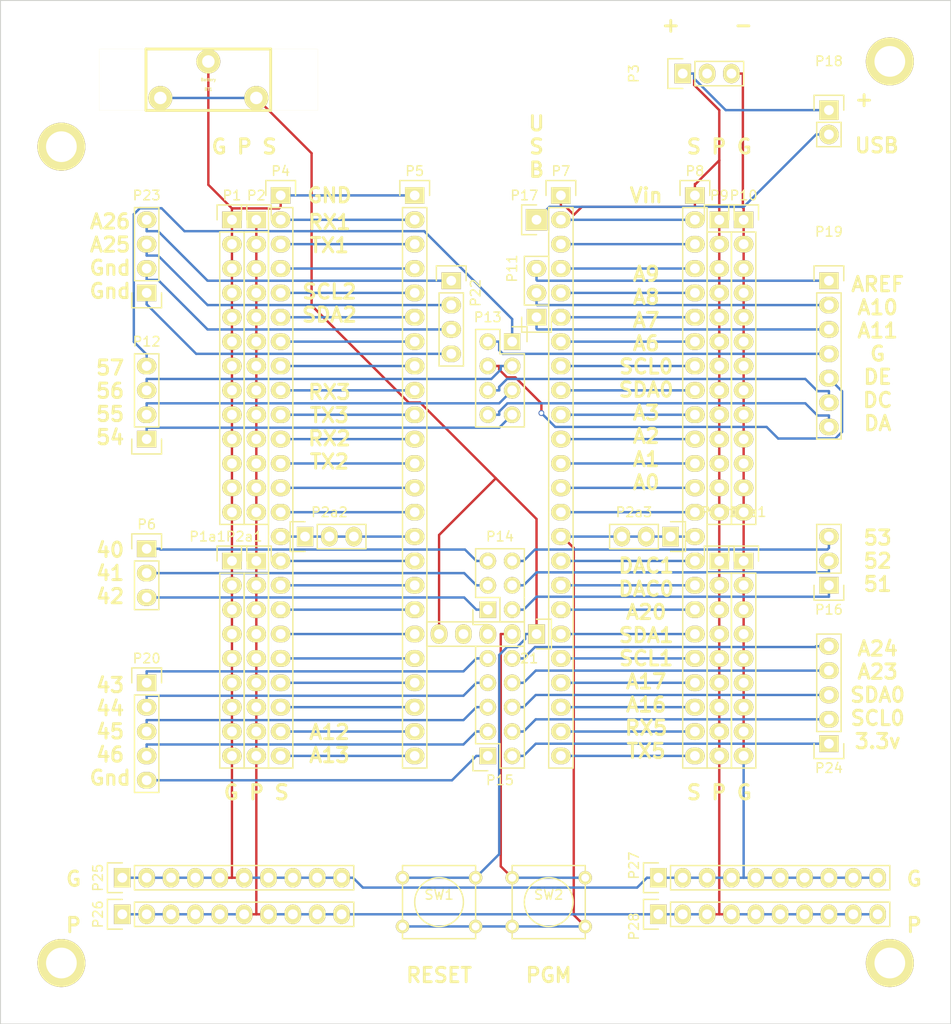
<source format=kicad_pcb>

(kicad_pcb
  (version 20171130)
  (host pcbnew "(5.1.12)-1")
  (general
    (thickness 1.6)
    (drawings 29)
    (tracks 385)
    (zones 0)
    (modules 41)
    (nets 88))
  (page A4)
  (layers
    (0 F.Cu signal)
    (31 B.Cu signal)
    (32 B.Adhes user)
    (33 F.Adhes user)
    (34 B.Paste user)
    (35 F.Paste user)
    (36 B.SilkS user)
    (37 F.SilkS user)
    (38 B.Mask user)
    (39 F.Mask user)
    (40 Dwgs.User user)
    (41 Cmts.User user)
    (42 Eco1.User user)
    (43 Eco2.User user)
    (44 Edge.Cuts user)
    (45 Margin user)
    (46 B.CrtYd user)
    (47 F.CrtYd user)
    (48 B.Fab user)
    (49 F.Fab user))
  (setup
    (last_trace_width 0.25)
    (trace_clearance 0.2)
    (zone_clearance 0.508)
    (zone_45_only no)
    (trace_min 0.2)
    (via_size 0.6)
    (via_drill 0.4)
    (via_min_size 0.4)
    (via_min_drill 0.3)
    (uvia_size 0.3)
    (uvia_drill 0.1)
    (uvias_allowed no)
    (uvia_min_size 0.2)
    (uvia_min_drill 0.1)
    (edge_width 0.1)
    (segment_width 0.2)
    (pcb_text_width 0.3)
    (pcb_text_size 1.5 1.5)
    (mod_edge_width 0.15)
    (mod_text_size 1 1)
    (mod_text_width 0.15)
    (pad_size 5 5)
    (pad_drill 3.2)
    (pad_to_mask_clearance 0)
    (aux_axis_origin 0 0)
    (visible_elements 7FFFFFFF)
    (pcbplotparams
      (layerselection 0x3ffff_80000001)
      (usegerberextensions false)
      (usegerberattributes true)
      (usegerberadvancedattributes true)
      (creategerberjobfile true)
      (excludeedgelayer true)
      (linewidth 0.1)
      (plotframeref false)
      (viasonmask false)
      (mode 1)
      (useauxorigin false)
      (hpglpennumber 1)
      (hpglpenspeed 20)
      (hpglpendiameter 15.0)
      (psnegative false)
      (psa4output false)
      (plotreference true)
      (plotvalue true)
      (plotinvisibletext false)
      (padsonsilk false)
      (subtractmaskfromsilk false)
      (outputformat 1)
      (mirror false)
      (drillshape 0)
      (scaleselection 1)
      (outputdirectory "Gerbers/")))
  (net 0 "")
  (net 1 "Net-(BT1-Pad1)")
  (net 2 "Net-(BT1-Pad2)")
  (net 3 "Net-(P18-Pad1)")
  (net 4 "Net-(P2a2-Pad1)")
  (net 5 "Net-(P2a3-Pad1)")
  (net 6 "Net-(P3-Pad2)")
  (net 7 "Net-(P4-Pad2)")
  (net 8 "Net-(P4-Pad3)")
  (net 9 "Net-(P4-Pad4)")
  (net 10 "Net-(P4-Pad5)")
  (net 11 "Net-(P4-Pad6)")
  (net 12 "Net-(P4-Pad7)")
  (net 13 "Net-(P4-Pad8)")
  (net 14 "Net-(P4-Pad9)")
  (net 15 "Net-(P4-Pad10)")
  (net 16 "Net-(P4-Pad11)")
  (net 17 "Net-(P4-Pad12)")
  (net 18 "Net-(P4-Pad13)")
  (net 19 "Net-(P4-Pad14)")
  (net 20 "Net-(P4-Pad16)")
  (net 21 "Net-(P4-Pad17)")
  (net 22 "Net-(P4-Pad18)")
  (net 23 "Net-(P4-Pad19)")
  (net 24 "Net-(P4-Pad20)")
  (net 25 "Net-(P4-Pad21)")
  (net 26 "Net-(P4-Pad22)")
  (net 27 "Net-(P4-Pad23)")
  (net 28 "Net-(P4-Pad24)")
  (net 29 "Net-(P14-Pad5)")
  (net 30 "Net-(P14-Pad3)")
  (net 31 "Net-(P14-Pad1)")
  (net 32 "Net-(P7-Pad2)")
  (net 33 "Net-(P7-Pad3)")
  (net 34 "Net-(P7-Pad4)")
  (net 35 "Net-(P7-Pad5)")
  (net 36 "Net-(P7-Pad6)")
  (net 37 "Net-(P7-Pad7)")
  (net 38 "Net-(P7-Pad8)")
  (net 39 "Net-(P7-Pad9)")
  (net 40 "Net-(P7-Pad10)")
  (net 41 "Net-(P7-Pad11)")
  (net 42 "Net-(P7-Pad12)")
  (net 43 "Net-(P7-Pad13)")
  (net 44 "Net-(P7-Pad14)")
  (net 45 "Net-(P7-Pad16)")
  (net 46 "Net-(P7-Pad17)")
  (net 47 "Net-(P7-Pad18)")
  (net 48 "Net-(P7-Pad19)")
  (net 49 "Net-(P7-Pad20)")
  (net 50 "Net-(P7-Pad21)")
  (net 51 "Net-(P7-Pad22)")
  (net 52 "Net-(P7-Pad23)")
  (net 53 "Net-(P7-Pad24)")
  (net 54 "Net-(P11-Pad1)")
  (net 55 "Net-(P11-Pad2)")
  (net 56 "Net-(P11-Pad3)")
  (net 57 "Net-(P12-Pad1)")
  (net 58 "Net-(P12-Pad2)")
  (net 59 "Net-(P12-Pad3)")
  (net 60 "Net-(P12-Pad4)")
  (net 61 "Net-(P13-Pad2)")
  (net 62 "Net-(P13-Pad4)")
  (net 63 "Net-(P13-Pad6)")
  (net 64 "Net-(P13-Pad8)")
  (net 65 "Net-(P14-Pad2)")
  (net 66 "Net-(P14-Pad4)")
  (net 67 "Net-(P14-Pad6)")
  (net 68 "Net-(P15-Pad1)")
  (net 69 "Net-(P15-Pad2)")
  (net 70 "Net-(P15-Pad3)")
  (net 71 "Net-(P15-Pad4)")
  (net 72 "Net-(P15-Pad5)")
  (net 73 "Net-(P15-Pad6)")
  (net 74 "Net-(P15-Pad7)")
  (net 75 "Net-(P15-Pad8)")
  (net 76 "Net-(P15-Pad9)")
  (net 77 "Net-(P15-Pad10)")
  (net 78 "Net-(P17-Pad1)")
  (net 79 "Net-(P21-Pad1)")
  (net 80 "Net-(P21-Pad2)")
  (net 81 "Net-(P21-Pad3)")
  (net 82 "Net-(P21-Pad4)")
  (net 83 "Net-(P22-Pad1)")
  (net 84 "Net-(P22-Pad2)")
  (net 85 "Net-(P22-Pad3)")
  (net 86 "Net-(P22-Pad4)")
  (net 87 "Net-(P7-Pad1)")
  (net_class Default "This is the default net class."
    (clearance 0.2)
    (trace_width 0.25)
    (via_dia 0.6)
    (via_drill 0.4)
    (uvia_dia 0.3)
    (uvia_drill 0.1)
    (add_net "Net-(BT1-Pad1)")
    (add_net "Net-(BT1-Pad2)")
    (add_net "Net-(P11-Pad1)")
    (add_net "Net-(P11-Pad2)")
    (add_net "Net-(P11-Pad3)")
    (add_net "Net-(P12-Pad1)")
    (add_net "Net-(P12-Pad2)")
    (add_net "Net-(P12-Pad3)")
    (add_net "Net-(P12-Pad4)")
    (add_net "Net-(P13-Pad2)")
    (add_net "Net-(P13-Pad4)")
    (add_net "Net-(P13-Pad6)")
    (add_net "Net-(P13-Pad8)")
    (add_net "Net-(P14-Pad1)")
    (add_net "Net-(P14-Pad2)")
    (add_net "Net-(P14-Pad3)")
    (add_net "Net-(P14-Pad4)")
    (add_net "Net-(P14-Pad5)")
    (add_net "Net-(P14-Pad6)")
    (add_net "Net-(P15-Pad1)")
    (add_net "Net-(P15-Pad10)")
    (add_net "Net-(P15-Pad2)")
    (add_net "Net-(P15-Pad3)")
    (add_net "Net-(P15-Pad4)")
    (add_net "Net-(P15-Pad5)")
    (add_net "Net-(P15-Pad6)")
    (add_net "Net-(P15-Pad7)")
    (add_net "Net-(P15-Pad8)")
    (add_net "Net-(P15-Pad9)")
    (add_net "Net-(P17-Pad1)")
    (add_net "Net-(P18-Pad1)")
    (add_net "Net-(P21-Pad1)")
    (add_net "Net-(P21-Pad2)")
    (add_net "Net-(P21-Pad3)")
    (add_net "Net-(P21-Pad4)")
    (add_net "Net-(P22-Pad1)")
    (add_net "Net-(P22-Pad2)")
    (add_net "Net-(P22-Pad3)")
    (add_net "Net-(P22-Pad4)")
    (add_net "Net-(P2a2-Pad1)")
    (add_net "Net-(P2a3-Pad1)")
    (add_net "Net-(P3-Pad2)")
    (add_net "Net-(P4-Pad10)")
    (add_net "Net-(P4-Pad11)")
    (add_net "Net-(P4-Pad12)")
    (add_net "Net-(P4-Pad13)")
    (add_net "Net-(P4-Pad14)")
    (add_net "Net-(P4-Pad16)")
    (add_net "Net-(P4-Pad17)")
    (add_net "Net-(P4-Pad18)")
    (add_net "Net-(P4-Pad19)")
    (add_net "Net-(P4-Pad2)")
    (add_net "Net-(P4-Pad20)")
    (add_net "Net-(P4-Pad21)")
    (add_net "Net-(P4-Pad22)")
    (add_net "Net-(P4-Pad23)")
    (add_net "Net-(P4-Pad24)")
    (add_net "Net-(P4-Pad3)")
    (add_net "Net-(P4-Pad4)")
    (add_net "Net-(P4-Pad5)")
    (add_net "Net-(P4-Pad6)")
    (add_net "Net-(P4-Pad7)")
    (add_net "Net-(P4-Pad8)")
    (add_net "Net-(P4-Pad9)")
    (add_net "Net-(P7-Pad1)")
    (add_net "Net-(P7-Pad10)")
    (add_net "Net-(P7-Pad11)")
    (add_net "Net-(P7-Pad12)")
    (add_net "Net-(P7-Pad13)")
    (add_net "Net-(P7-Pad14)")
    (add_net "Net-(P7-Pad16)")
    (add_net "Net-(P7-Pad17)")
    (add_net "Net-(P7-Pad18)")
    (add_net "Net-(P7-Pad19)")
    (add_net "Net-(P7-Pad2)")
    (add_net "Net-(P7-Pad20)")
    (add_net "Net-(P7-Pad21)")
    (add_net "Net-(P7-Pad22)")
    (add_net "Net-(P7-Pad23)")
    (add_net "Net-(P7-Pad24)")
    (add_net "Net-(P7-Pad3)")
    (add_net "Net-(P7-Pad4)")
    (add_net "Net-(P7-Pad5)")
    (add_net "Net-(P7-Pad6)")
    (add_net "Net-(P7-Pad7)")
    (add_net "Net-(P7-Pad8)")
    (add_net "Net-(P7-Pad9)"))
  (module Battery_Holders:BAT_HOLDER_2032
    (layer F.Cu)
    (tedit inf)
    (tstamp 580FD585)
    (at 82.6287 38.7401)
    (path /57F7F26E)
    (fp_text reference BT1
      (at 0 1.00076)
      (layer F.SilkS)
      (effects
        (font
          (size 0.29972 0.29972)
          (thickness 0.0762))))
    (fp_text value Battery
      (at 0 0)
      (layer F.SilkS)
      (effects
        (font
          (size 0.29972 0.29972)
          (thickness 0.0762))))
    (fp_line
      (start -11.39952 3.2004)
      (end -11.39952 -3.2004)
      (layer F.SilkS)
      (width 0.01016))
    (fp_line
      (start 11.39952 3.2004)
      (end -11.39952 3.2004)
      (layer F.SilkS)
      (width 0.01016))
    (fp_line
      (start 11.39952 -3.2004)
      (end 11.39952 3.2004)
      (layer F.SilkS)
      (width 0.01016))
    (fp_line
      (start -11.39952 -3.2004)
      (end 11.39952 -3.2004)
      (layer F.SilkS)
      (width 0.01016))
    (fp_line
      (start 6.49986 3.2004)
      (end 6.49986 -3.2004)
      (layer F.SilkS)
      (width 0.29972))
    (fp_line
      (start -6.49986 3.2004)
      (end -6.49986 -3.2004)
      (layer F.SilkS)
      (width 0.29972))
    (fp_line
      (start 6.49986 -3.2004)
      (end -6.49986 -3.2004)
      (layer F.SilkS)
      (width 0.29972))
    (fp_line
      (start 6.49986 3.2004)
      (end -6.49986 3.2004)
      (layer F.SilkS)
      (width 0.29972))
    (pad 1 thru_hole circle
      (at -5.00126 1.89992)
      (size 2.49936 2.49936)
      (drill 1.30048)
      (layers *.Cu *.Mask F.SilkS)
      (net 1 "Net-(BT1-Pad1)"))
    (pad 2 thru_hole circle
      (at 0 -1.89992)
      (size 2.49936 2.49936)
      (drill 1.30048)
      (layers *.Cu *.Mask F.SilkS)
      (net 2 "Net-(BT1-Pad2)"))
    (pad 1 thru_hole circle
      (at 5.00126 1.89992)
      (size 2.49936 2.49936)
      (drill 1.30048)
      (layers *.Cu *.Mask F.SilkS)
      (net 1 "Net-(BT1-Pad1)")))
  (module Pin_Headers:Pin_Header_Straight_1x13
    (layer F.Cu)
    (tedit 580FDB7E)
    (tstamp 580FD596)
    (at 85.09 53.34)
    (descr "Through hole pin header")
    (tags "pin header")
    (path /57F99DE5)
    (fp_text reference P1
      (at 0 -2.54)
      (layer F.SilkS)
      (effects
        (font
          (size 1 1)
          (thickness 0.15))))
    (fp_text value CONN_01X13
      (at -3.81 -3.81 90)
      (layer F.Fab)
      (effects
        (font
          (size 1 1)
          (thickness 0.15))))
    (fp_line
      (start -1.55 -1.55)
      (end 1.55 -1.55)
      (layer F.SilkS)
      (width 0.15))
    (fp_line
      (start -1.55 0)
      (end -1.55 -1.55)
      (layer F.SilkS)
      (width 0.15))
    (fp_line
      (start 1.27 1.27)
      (end -1.27 1.27)
      (layer F.SilkS)
      (width 0.15))
    (fp_line
      (start 1.55 -1.55)
      (end 1.55 0)
      (layer F.SilkS)
      (width 0.15))
    (fp_line
      (start 1.27 31.75)
      (end 1.27 1.27)
      (layer F.SilkS)
      (width 0.15))
    (fp_line
      (start -1.27 31.75)
      (end 1.27 31.75)
      (layer F.SilkS)
      (width 0.15))
    (fp_line
      (start -1.27 1.27)
      (end -1.27 31.75)
      (layer F.SilkS)
      (width 0.15))
    (fp_line
      (start -1.75 32.25)
      (end 1.75 32.25)
      (layer F.CrtYd)
      (width 0.05))
    (fp_line
      (start -1.75 -1.75)
      (end 1.75 -1.75)
      (layer F.CrtYd)
      (width 0.05))
    (fp_line
      (start 1.75 -1.75)
      (end 1.75 32.25)
      (layer F.CrtYd)
      (width 0.05))
    (fp_line
      (start -1.75 -1.75)
      (end -1.75 32.25)
      (layer F.CrtYd)
      (width 0.05))
    (pad 1 thru_hole rect
      (at 0 0)
      (size 2.032 1.7272)
      (drill 1.016)
      (layers *.Cu *.Mask F.SilkS)
      (net 2 "Net-(BT1-Pad2)"))
    (pad 2 thru_hole oval
      (at 0 2.54)
      (size 2.032 1.7272)
      (drill 1.016)
      (layers *.Cu *.Mask F.SilkS)
      (net 2 "Net-(BT1-Pad2)"))
    (pad 3 thru_hole oval
      (at 0 5.08)
      (size 2.032 1.7272)
      (drill 1.016)
      (layers *.Cu *.Mask F.SilkS)
      (net 2 "Net-(BT1-Pad2)"))
    (pad 4 thru_hole oval
      (at 0 7.62)
      (size 2.032 1.7272)
      (drill 1.016)
      (layers *.Cu *.Mask F.SilkS)
      (net 2 "Net-(BT1-Pad2)"))
    (pad 5 thru_hole oval
      (at 0 10.16)
      (size 2.032 1.7272)
      (drill 1.016)
      (layers *.Cu *.Mask F.SilkS)
      (net 2 "Net-(BT1-Pad2)"))
    (pad 6 thru_hole oval
      (at 0 12.7)
      (size 2.032 1.7272)
      (drill 1.016)
      (layers *.Cu *.Mask F.SilkS)
      (net 2 "Net-(BT1-Pad2)"))
    (pad 7 thru_hole oval
      (at 0 15.24)
      (size 2.032 1.7272)
      (drill 1.016)
      (layers *.Cu *.Mask F.SilkS)
      (net 2 "Net-(BT1-Pad2)"))
    (pad 8 thru_hole oval
      (at 0 17.78)
      (size 2.032 1.7272)
      (drill 1.016)
      (layers *.Cu *.Mask F.SilkS)
      (net 2 "Net-(BT1-Pad2)"))
    (pad 9 thru_hole oval
      (at 0 20.32)
      (size 2.032 1.7272)
      (drill 1.016)
      (layers *.Cu *.Mask F.SilkS)
      (net 2 "Net-(BT1-Pad2)"))
    (pad 10 thru_hole oval
      (at 0 22.86)
      (size 2.032 1.7272)
      (drill 1.016)
      (layers *.Cu *.Mask F.SilkS)
      (net 2 "Net-(BT1-Pad2)"))
    (pad 11 thru_hole oval
      (at 0 25.4)
      (size 2.032 1.7272)
      (drill 1.016)
      (layers *.Cu *.Mask F.SilkS)
      (net 2 "Net-(BT1-Pad2)"))
    (pad 12 thru_hole oval
      (at 0 27.94)
      (size 2.032 1.7272)
      (drill 1.016)
      (layers *.Cu *.Mask F.SilkS)
      (net 2 "Net-(BT1-Pad2)"))
    (pad 13 thru_hole oval
      (at 0 30.48)
      (size 2.032 1.7272)
      (drill 1.016)
      (layers *.Cu *.Mask F.SilkS)
      (net 2 "Net-(BT1-Pad2)"))
    (model Pin_Headers.3dshapes/Pin_Header_Straight_1x13.wrl
      (offset
        (xyz 0 -15.23999977111816 0))
      (scale
        (xyz 1 1 1))
      (rotate
        (xyz 0 0 90))))
  (module Pin_Headers:Pin_Header_Straight_1x09
    (layer F.Cu)
    (tedit 580FDC08)
    (tstamp 580FD5A3)
    (at 85.09 88.9)
    (descr "Through hole pin header")
    (tags "pin header")
    (path /57F99DF1)
    (fp_text reference P1a1
      (at -2.54 -2.54)
      (layer F.SilkS)
      (effects
        (font
          (size 1 1)
          (thickness 0.15))))
    (fp_text value CONN_01X09
      (at -2.54 6.35 90)
      (layer F.Fab)
      (effects
        (font
          (size 1 1)
          (thickness 0.15))))
    (fp_line
      (start -1.55 -1.55)
      (end 1.55 -1.55)
      (layer F.SilkS)
      (width 0.15))
    (fp_line
      (start -1.55 0)
      (end -1.55 -1.55)
      (layer F.SilkS)
      (width 0.15))
    (fp_line
      (start 1.27 1.27)
      (end -1.27 1.27)
      (layer F.SilkS)
      (width 0.15))
    (fp_line
      (start 1.55 -1.55)
      (end 1.55 0)
      (layer F.SilkS)
      (width 0.15))
    (fp_line
      (start -1.27 21.59)
      (end -1.27 1.27)
      (layer F.SilkS)
      (width 0.15))
    (fp_line
      (start 1.27 21.59)
      (end -1.27 21.59)
      (layer F.SilkS)
      (width 0.15))
    (fp_line
      (start 1.27 1.27)
      (end 1.27 21.59)
      (layer F.SilkS)
      (width 0.15))
    (fp_line
      (start -1.75 22.1)
      (end 1.75 22.1)
      (layer F.CrtYd)
      (width 0.05))
    (fp_line
      (start -1.75 -1.75)
      (end 1.75 -1.75)
      (layer F.CrtYd)
      (width 0.05))
    (fp_line
      (start 1.75 -1.75)
      (end 1.75 22.1)
      (layer F.CrtYd)
      (width 0.05))
    (fp_line
      (start -1.75 -1.75)
      (end -1.75 22.1)
      (layer F.CrtYd)
      (width 0.05))
    (pad 1 thru_hole rect
      (at 0 0)
      (size 2.032 1.7272)
      (drill 1.016)
      (layers *.Cu *.Mask F.SilkS)
      (net 2 "Net-(BT1-Pad2)"))
    (pad 2 thru_hole oval
      (at 0 2.54)
      (size 2.032 1.7272)
      (drill 1.016)
      (layers *.Cu *.Mask F.SilkS)
      (net 2 "Net-(BT1-Pad2)"))
    (pad 3 thru_hole oval
      (at 0 5.08)
      (size 2.032 1.7272)
      (drill 1.016)
      (layers *.Cu *.Mask F.SilkS)
      (net 2 "Net-(BT1-Pad2)"))
    (pad 4 thru_hole oval
      (at 0 7.62)
      (size 2.032 1.7272)
      (drill 1.016)
      (layers *.Cu *.Mask F.SilkS)
      (net 2 "Net-(BT1-Pad2)"))
    (pad 5 thru_hole oval
      (at 0 10.16)
      (size 2.032 1.7272)
      (drill 1.016)
      (layers *.Cu *.Mask F.SilkS)
      (net 2 "Net-(BT1-Pad2)"))
    (pad 6 thru_hole oval
      (at 0 12.7)
      (size 2.032 1.7272)
      (drill 1.016)
      (layers *.Cu *.Mask F.SilkS)
      (net 2 "Net-(BT1-Pad2)"))
    (pad 7 thru_hole oval
      (at 0 15.24)
      (size 2.032 1.7272)
      (drill 1.016)
      (layers *.Cu *.Mask F.SilkS)
      (net 2 "Net-(BT1-Pad2)"))
    (pad 8 thru_hole oval
      (at 0 17.78)
      (size 2.032 1.7272)
      (drill 1.016)
      (layers *.Cu *.Mask F.SilkS)
      (net 2 "Net-(BT1-Pad2)"))
    (pad 9 thru_hole oval
      (at 0 20.32)
      (size 2.032 1.7272)
      (drill 1.016)
      (layers *.Cu *.Mask F.SilkS)
      (net 2 "Net-(BT1-Pad2)"))
    (model Pin_Headers.3dshapes/Pin_Header_Straight_1x09.wrl
      (offset
        (xyz 0 -10.15999984741211 0))
      (scale
        (xyz 1 1 1))
      (rotate
        (xyz 0 0 90))))
  (module Pin_Headers:Pin_Header_Straight_1x13
    (layer F.Cu)
    (tedit 580FDB9F)
    (tstamp 580FD5B4)
    (at 87.63 53.34)
    (descr "Through hole pin header")
    (tags "pin header")
    (path /57F99DDF)
    (fp_text reference P2
      (at 0 -2.54)
      (layer F.SilkS)
      (effects
        (font
          (size 1 1)
          (thickness 0.15))))
    (fp_text value CONN_01X13
      (at -5.08 -1.27 90)
      (layer F.Fab)
      (effects
        (font
          (size 1 1)
          (thickness 0.15))))
    (fp_line
      (start -1.55 -1.55)
      (end 1.55 -1.55)
      (layer F.SilkS)
      (width 0.15))
    (fp_line
      (start -1.55 0)
      (end -1.55 -1.55)
      (layer F.SilkS)
      (width 0.15))
    (fp_line
      (start 1.27 1.27)
      (end -1.27 1.27)
      (layer F.SilkS)
      (width 0.15))
    (fp_line
      (start 1.55 -1.55)
      (end 1.55 0)
      (layer F.SilkS)
      (width 0.15))
    (fp_line
      (start 1.27 31.75)
      (end 1.27 1.27)
      (layer F.SilkS)
      (width 0.15))
    (fp_line
      (start -1.27 31.75)
      (end 1.27 31.75)
      (layer F.SilkS)
      (width 0.15))
    (fp_line
      (start -1.27 1.27)
      (end -1.27 31.75)
      (layer F.SilkS)
      (width 0.15))
    (fp_line
      (start -1.75 32.25)
      (end 1.75 32.25)
      (layer F.CrtYd)
      (width 0.05))
    (fp_line
      (start -1.75 -1.75)
      (end 1.75 -1.75)
      (layer F.CrtYd)
      (width 0.05))
    (fp_line
      (start 1.75 -1.75)
      (end 1.75 32.25)
      (layer F.CrtYd)
      (width 0.05))
    (fp_line
      (start -1.75 -1.75)
      (end -1.75 32.25)
      (layer F.CrtYd)
      (width 0.05))
    (pad 1 thru_hole rect
      (at 0 0)
      (size 2.032 1.7272)
      (drill 1.016)
      (layers *.Cu *.Mask F.SilkS)
      (net 3 "Net-(P18-Pad1)"))
    (pad 2 thru_hole oval
      (at 0 2.54)
      (size 2.032 1.7272)
      (drill 1.016)
      (layers *.Cu *.Mask F.SilkS)
      (net 3 "Net-(P18-Pad1)"))
    (pad 3 thru_hole oval
      (at 0 5.08)
      (size 2.032 1.7272)
      (drill 1.016)
      (layers *.Cu *.Mask F.SilkS)
      (net 3 "Net-(P18-Pad1)"))
    (pad 4 thru_hole oval
      (at 0 7.62)
      (size 2.032 1.7272)
      (drill 1.016)
      (layers *.Cu *.Mask F.SilkS)
      (net 3 "Net-(P18-Pad1)"))
    (pad 5 thru_hole oval
      (at 0 10.16)
      (size 2.032 1.7272)
      (drill 1.016)
      (layers *.Cu *.Mask F.SilkS)
      (net 3 "Net-(P18-Pad1)"))
    (pad 6 thru_hole oval
      (at 0 12.7)
      (size 2.032 1.7272)
      (drill 1.016)
      (layers *.Cu *.Mask F.SilkS)
      (net 3 "Net-(P18-Pad1)"))
    (pad 7 thru_hole oval
      (at 0 15.24)
      (size 2.032 1.7272)
      (drill 1.016)
      (layers *.Cu *.Mask F.SilkS)
      (net 3 "Net-(P18-Pad1)"))
    (pad 8 thru_hole oval
      (at 0 17.78)
      (size 2.032 1.7272)
      (drill 1.016)
      (layers *.Cu *.Mask F.SilkS)
      (net 3 "Net-(P18-Pad1)"))
    (pad 9 thru_hole oval
      (at 0 20.32)
      (size 2.032 1.7272)
      (drill 1.016)
      (layers *.Cu *.Mask F.SilkS)
      (net 3 "Net-(P18-Pad1)"))
    (pad 10 thru_hole oval
      (at 0 22.86)
      (size 2.032 1.7272)
      (drill 1.016)
      (layers *.Cu *.Mask F.SilkS)
      (net 3 "Net-(P18-Pad1)"))
    (pad 11 thru_hole oval
      (at 0 25.4)
      (size 2.032 1.7272)
      (drill 1.016)
      (layers *.Cu *.Mask F.SilkS)
      (net 3 "Net-(P18-Pad1)"))
    (pad 12 thru_hole oval
      (at 0 27.94)
      (size 2.032 1.7272)
      (drill 1.016)
      (layers *.Cu *.Mask F.SilkS)
      (net 3 "Net-(P18-Pad1)"))
    (pad 13 thru_hole oval
      (at 0 30.48)
      (size 2.032 1.7272)
      (drill 1.016)
      (layers *.Cu *.Mask F.SilkS)
      (net 3 "Net-(P18-Pad1)"))
    (model Pin_Headers.3dshapes/Pin_Header_Straight_1x13.wrl
      (offset
        (xyz 0 -15.23999977111816 0))
      (scale
        (xyz 1 1 1))
      (rotate
        (xyz 0 0 90))))
  (module Pin_Headers:Pin_Header_Straight_1x09
    (layer F.Cu)
    (tedit 580FDC6A)
    (tstamp 580FD5C1)
    (at 87.63 88.9)
    (descr "Through hole pin header")
    (tags "pin header")
    (path /57F99DEB)
    (fp_text reference P2a1
      (at -1.27 -2.54)
      (layer F.SilkS)
      (effects
        (font
          (size 1 1)
          (thickness 0.15))))
    (fp_text value CONN_01X09
      (at -6.35 7.62 90)
      (layer F.Fab)
      (effects
        (font
          (size 1 1)
          (thickness 0.15))))
    (fp_line
      (start -1.55 -1.55)
      (end 1.55 -1.55)
      (layer F.SilkS)
      (width 0.15))
    (fp_line
      (start -1.55 0)
      (end -1.55 -1.55)
      (layer F.SilkS)
      (width 0.15))
    (fp_line
      (start 1.27 1.27)
      (end -1.27 1.27)
      (layer F.SilkS)
      (width 0.15))
    (fp_line
      (start 1.55 -1.55)
      (end 1.55 0)
      (layer F.SilkS)
      (width 0.15))
    (fp_line
      (start -1.27 21.59)
      (end -1.27 1.27)
      (layer F.SilkS)
      (width 0.15))
    (fp_line
      (start 1.27 21.59)
      (end -1.27 21.59)
      (layer F.SilkS)
      (width 0.15))
    (fp_line
      (start 1.27 1.27)
      (end 1.27 21.59)
      (layer F.SilkS)
      (width 0.15))
    (fp_line
      (start -1.75 22.1)
      (end 1.75 22.1)
      (layer F.CrtYd)
      (width 0.05))
    (fp_line
      (start -1.75 -1.75)
      (end 1.75 -1.75)
      (layer F.CrtYd)
      (width 0.05))
    (fp_line
      (start 1.75 -1.75)
      (end 1.75 22.1)
      (layer F.CrtYd)
      (width 0.05))
    (fp_line
      (start -1.75 -1.75)
      (end -1.75 22.1)
      (layer F.CrtYd)
      (width 0.05))
    (pad 1 thru_hole rect
      (at 0 0)
      (size 2.032 1.7272)
      (drill 1.016)
      (layers *.Cu *.Mask F.SilkS)
      (net 3 "Net-(P18-Pad1)"))
    (pad 2 thru_hole oval
      (at 0 2.54)
      (size 2.032 1.7272)
      (drill 1.016)
      (layers *.Cu *.Mask F.SilkS)
      (net 3 "Net-(P18-Pad1)"))
    (pad 3 thru_hole oval
      (at 0 5.08)
      (size 2.032 1.7272)
      (drill 1.016)
      (layers *.Cu *.Mask F.SilkS)
      (net 3 "Net-(P18-Pad1)"))
    (pad 4 thru_hole oval
      (at 0 7.62)
      (size 2.032 1.7272)
      (drill 1.016)
      (layers *.Cu *.Mask F.SilkS)
      (net 3 "Net-(P18-Pad1)"))
    (pad 5 thru_hole oval
      (at 0 10.16)
      (size 2.032 1.7272)
      (drill 1.016)
      (layers *.Cu *.Mask F.SilkS)
      (net 3 "Net-(P18-Pad1)"))
    (pad 6 thru_hole oval
      (at 0 12.7)
      (size 2.032 1.7272)
      (drill 1.016)
      (layers *.Cu *.Mask F.SilkS)
      (net 3 "Net-(P18-Pad1)"))
    (pad 7 thru_hole oval
      (at 0 15.24)
      (size 2.032 1.7272)
      (drill 1.016)
      (layers *.Cu *.Mask F.SilkS)
      (net 3 "Net-(P18-Pad1)"))
    (pad 8 thru_hole oval
      (at 0 17.78)
      (size 2.032 1.7272)
      (drill 1.016)
      (layers *.Cu *.Mask F.SilkS)
      (net 3 "Net-(P18-Pad1)"))
    (pad 9 thru_hole oval
      (at 0 20.32)
      (size 2.032 1.7272)
      (drill 1.016)
      (layers *.Cu *.Mask F.SilkS)
      (net 3 "Net-(P18-Pad1)"))
    (model Pin_Headers.3dshapes/Pin_Header_Straight_1x09.wrl
      (offset
        (xyz 0 -10.15999984741211 0))
      (scale
        (xyz 1 1 1))
      (rotate
        (xyz 0 0 90))))
  (module Pin_Headers:Pin_Header_Straight_1x03
    (layer F.Cu)
    (tedit 580FDC61)
    (tstamp 580FD5C8)
    (at 92.71 86.36 90)
    (descr "Through hole pin header")
    (tags "pin header")
    (path /57F88688)
    (fp_text reference P2a2
      (at 2.54 2.54 180)
      (layer F.SilkS)
      (effects
        (font
          (size 1 1)
          (thickness 0.15))))
    (fp_text value CONN_01X03
      (at -6.35 2.54 90)
      (layer F.Fab)
      (effects
        (font
          (size 1 1)
          (thickness 0.15))))
    (fp_line
      (start -1.55 -1.55)
      (end 1.55 -1.55)
      (layer F.SilkS)
      (width 0.15))
    (fp_line
      (start -1.55 0)
      (end -1.55 -1.55)
      (layer F.SilkS)
      (width 0.15))
    (fp_line
      (start 1.27 1.27)
      (end -1.27 1.27)
      (layer F.SilkS)
      (width 0.15))
    (fp_line
      (start 1.55 -1.55)
      (end 1.55 0)
      (layer F.SilkS)
      (width 0.15))
    (fp_line
      (start 1.27 6.35)
      (end 1.27 1.27)
      (layer F.SilkS)
      (width 0.15))
    (fp_line
      (start -1.27 6.35)
      (end 1.27 6.35)
      (layer F.SilkS)
      (width 0.15))
    (fp_line
      (start -1.27 1.27)
      (end -1.27 6.35)
      (layer F.SilkS)
      (width 0.15))
    (fp_line
      (start -1.75 6.85)
      (end 1.75 6.85)
      (layer F.CrtYd)
      (width 0.05))
    (fp_line
      (start -1.75 -1.75)
      (end 1.75 -1.75)
      (layer F.CrtYd)
      (width 0.05))
    (fp_line
      (start 1.75 -1.75)
      (end 1.75 6.85)
      (layer F.CrtYd)
      (width 0.05))
    (fp_line
      (start -1.75 -1.75)
      (end -1.75 6.85)
      (layer F.CrtYd)
      (width 0.05))
    (pad 1 thru_hole rect
      (at 0 0 90)
      (size 2.032 1.7272)
      (drill 1.016)
      (layers *.Cu *.Mask F.SilkS)
      (net 4 "Net-(P2a2-Pad1)"))
    (pad 2 thru_hole oval
      (at 0 2.54 90)
      (size 2.032 1.7272)
      (drill 1.016)
      (layers *.Cu *.Mask F.SilkS)
      (net 4 "Net-(P2a2-Pad1)"))
    (pad 3 thru_hole oval
      (at 0 5.08 90)
      (size 2.032 1.7272)
      (drill 1.016)
      (layers *.Cu *.Mask F.SilkS)
      (net 4 "Net-(P2a2-Pad1)"))
    (model Pin_Headers.3dshapes/Pin_Header_Straight_1x03.wrl
      (offset
        (xyz 0 -2.539999961853027 0))
      (scale
        (xyz 1 1 1))
      (rotate
        (xyz 0 0 90))))
  (module Pin_Headers:Pin_Header_Straight_1x03
    (layer F.Cu)
    (tedit 0)
    (tstamp 580FD5CF)
    (at 130.81 86.36 270)
    (descr "Through hole pin header")
    (tags "pin header")
    (path /57FA8654)
    (fp_text reference P2a3
      (at -2.54 3.81)
      (layer F.SilkS)
      (effects
        (font
          (size 1 1)
          (thickness 0.15))))
    (fp_text value CONN_01X03
      (at 0 7.62 270)
      (layer F.Fab)
      (effects
        (font
          (size 1 1)
          (thickness 0.15))))
    (fp_line
      (start -1.55 -1.55)
      (end 1.55 -1.55)
      (layer F.SilkS)
      (width 0.15))
    (fp_line
      (start -1.55 0)
      (end -1.55 -1.55)
      (layer F.SilkS)
      (width 0.15))
    (fp_line
      (start 1.27 1.27)
      (end -1.27 1.27)
      (layer F.SilkS)
      (width 0.15))
    (fp_line
      (start 1.55 -1.55)
      (end 1.55 0)
      (layer F.SilkS)
      (width 0.15))
    (fp_line
      (start 1.27 6.35)
      (end 1.27 1.27)
      (layer F.SilkS)
      (width 0.15))
    (fp_line
      (start -1.27 6.35)
      (end 1.27 6.35)
      (layer F.SilkS)
      (width 0.15))
    (fp_line
      (start -1.27 1.27)
      (end -1.27 6.35)
      (layer F.SilkS)
      (width 0.15))
    (fp_line
      (start -1.75 6.85)
      (end 1.75 6.85)
      (layer F.CrtYd)
      (width 0.05))
    (fp_line
      (start -1.75 -1.75)
      (end 1.75 -1.75)
      (layer F.CrtYd)
      (width 0.05))
    (fp_line
      (start 1.75 -1.75)
      (end 1.75 6.85)
      (layer F.CrtYd)
      (width 0.05))
    (fp_line
      (start -1.75 -1.75)
      (end -1.75 6.85)
      (layer F.CrtYd)
      (width 0.05))
    (pad 1 thru_hole rect
      (at 0 0 270)
      (size 2.032 1.7272)
      (drill 1.016)
      (layers *.Cu *.Mask F.SilkS)
      (net 5 "Net-(P2a3-Pad1)"))
    (pad 2 thru_hole oval
      (at 0 2.54 270)
      (size 2.032 1.7272)
      (drill 1.016)
      (layers *.Cu *.Mask F.SilkS)
      (net 5 "Net-(P2a3-Pad1)"))
    (pad 3 thru_hole oval
      (at 0 5.08 270)
      (size 2.032 1.7272)
      (drill 1.016)
      (layers *.Cu *.Mask F.SilkS)
      (net 5 "Net-(P2a3-Pad1)"))
    (model Pin_Headers.3dshapes/Pin_Header_Straight_1x03.wrl
      (offset
        (xyz 0 -2.539999961853027 0))
      (scale
        (xyz 1 1 1))
      (rotate
        (xyz 0 0 90))))
  (module Pin_Headers:Pin_Header_Straight_1x03
    (layer F.Cu)
    (tedit 0)
    (tstamp 580FD5D6)
    (at 132.08 38.1 90)
    (descr "Through hole pin header")
    (tags "pin header")
    (path /57F5BF7D)
    (fp_text reference P3
      (at 0 -5.1 90)
      (layer F.SilkS)
      (effects
        (font
          (size 1 1)
          (thickness 0.15))))
    (fp_text value CONN_01X03
      (at 0 -3.1 90)
      (layer F.Fab)
      (effects
        (font
          (size 1 1)
          (thickness 0.15))))
    (fp_line
      (start -1.55 -1.55)
      (end 1.55 -1.55)
      (layer F.SilkS)
      (width 0.15))
    (fp_line
      (start -1.55 0)
      (end -1.55 -1.55)
      (layer F.SilkS)
      (width 0.15))
    (fp_line
      (start 1.27 1.27)
      (end -1.27 1.27)
      (layer F.SilkS)
      (width 0.15))
    (fp_line
      (start 1.55 -1.55)
      (end 1.55 0)
      (layer F.SilkS)
      (width 0.15))
    (fp_line
      (start 1.27 6.35)
      (end 1.27 1.27)
      (layer F.SilkS)
      (width 0.15))
    (fp_line
      (start -1.27 6.35)
      (end 1.27 6.35)
      (layer F.SilkS)
      (width 0.15))
    (fp_line
      (start -1.27 1.27)
      (end -1.27 6.35)
      (layer F.SilkS)
      (width 0.15))
    (fp_line
      (start -1.75 6.85)
      (end 1.75 6.85)
      (layer F.CrtYd)
      (width 0.05))
    (fp_line
      (start -1.75 -1.75)
      (end 1.75 -1.75)
      (layer F.CrtYd)
      (width 0.05))
    (fp_line
      (start 1.75 -1.75)
      (end 1.75 6.85)
      (layer F.CrtYd)
      (width 0.05))
    (fp_line
      (start -1.75 -1.75)
      (end -1.75 6.85)
      (layer F.CrtYd)
      (width 0.05))
    (pad 1 thru_hole rect
      (at 0 0 90)
      (size 2.032 1.7272)
      (drill 1.016)
      (layers *.Cu *.Mask F.SilkS)
      (net 3 "Net-(P18-Pad1)"))
    (pad 2 thru_hole oval
      (at 0 2.54 90)
      (size 2.032 1.7272)
      (drill 1.016)
      (layers *.Cu *.Mask F.SilkS)
      (net 6 "Net-(P3-Pad2)"))
    (pad 3 thru_hole oval
      (at 0 5.08 90)
      (size 2.032 1.7272)
      (drill 1.016)
      (layers *.Cu *.Mask F.SilkS)
      (net 2 "Net-(BT1-Pad2)"))
    (model Pin_Headers.3dshapes/Pin_Header_Straight_1x03.wrl
      (offset
        (xyz 0 -2.539999961853027 0))
      (scale
        (xyz 1 1 1))
      (rotate
        (xyz 0 0 90))))
  (module Pin_Headers:Pin_Header_Straight_1x24
    (layer F.Cu)
    (tedit 580FDE51)
    (tstamp 580FD5F2)
    (at 90.17 50.8)
    (descr "Through hole pin header")
    (tags "pin header")
    (path /57F3265A)
    (fp_text reference P4
      (at 0 -2.54)
      (layer F.SilkS)
      (effects
        (font
          (size 1 1)
          (thickness 0.15))))
    (fp_text value CONN_01X24
      (at 2.54 -3.81 180)
      (layer F.Fab)
      (effects
        (font
          (size 1 1)
          (thickness 0.15))))
    (fp_line
      (start -1.55 -1.55)
      (end 1.55 -1.55)
      (layer F.SilkS)
      (width 0.15))
    (fp_line
      (start -1.55 0)
      (end -1.55 -1.55)
      (layer F.SilkS)
      (width 0.15))
    (fp_line
      (start 1.27 1.27)
      (end -1.27 1.27)
      (layer F.SilkS)
      (width 0.15))
    (fp_line
      (start 1.55 -1.55)
      (end 1.55 0)
      (layer F.SilkS)
      (width 0.15))
    (fp_line
      (start -1.27 59.69)
      (end 1.27 59.69)
      (layer F.SilkS)
      (width 0.15))
    (fp_line
      (start -1.27 1.27)
      (end -1.27 59.69)
      (layer F.SilkS)
      (width 0.15))
    (fp_line
      (start 1.27 1.27)
      (end 1.27 59.69)
      (layer F.SilkS)
      (width 0.15))
    (fp_line
      (start -1.75 60.2)
      (end 1.75 60.2)
      (layer F.CrtYd)
      (width 0.05))
    (fp_line
      (start -1.75 -1.75)
      (end 1.75 -1.75)
      (layer F.CrtYd)
      (width 0.05))
    (fp_line
      (start 1.75 -1.75)
      (end 1.75 60.2)
      (layer F.CrtYd)
      (width 0.05))
    (fp_line
      (start -1.75 -1.75)
      (end -1.75 60.2)
      (layer F.CrtYd)
      (width 0.05))
    (pad 1 thru_hole rect
      (at 0 0)
      (size 2.032 1.7272)
      (drill 1.016)
      (layers *.Cu *.Mask F.SilkS)
      (net 2 "Net-(BT1-Pad2)"))
    (pad 2 thru_hole oval
      (at 0 2.54)
      (size 2.032 1.7272)
      (drill 1.016)
      (layers *.Cu *.Mask F.SilkS)
      (net 7 "Net-(P4-Pad2)"))
    (pad 3 thru_hole oval
      (at 0 5.08)
      (size 2.032 1.7272)
      (drill 1.016)
      (layers *.Cu *.Mask F.SilkS)
      (net 8 "Net-(P4-Pad3)"))
    (pad 4 thru_hole oval
      (at 0 7.62)
      (size 2.032 1.7272)
      (drill 1.016)
      (layers *.Cu *.Mask F.SilkS)
      (net 9 "Net-(P4-Pad4)"))
    (pad 5 thru_hole oval
      (at 0 10.16)
      (size 2.032 1.7272)
      (drill 1.016)
      (layers *.Cu *.Mask F.SilkS)
      (net 10 "Net-(P4-Pad5)"))
    (pad 6 thru_hole oval
      (at 0 12.7)
      (size 2.032 1.7272)
      (drill 1.016)
      (layers *.Cu *.Mask F.SilkS)
      (net 11 "Net-(P4-Pad6)"))
    (pad 7 thru_hole oval
      (at 0 15.24)
      (size 2.032 1.7272)
      (drill 1.016)
      (layers *.Cu *.Mask F.SilkS)
      (net 12 "Net-(P4-Pad7)"))
    (pad 8 thru_hole oval
      (at 0 17.78)
      (size 2.032 1.7272)
      (drill 1.016)
      (layers *.Cu *.Mask F.SilkS)
      (net 13 "Net-(P4-Pad8)"))
    (pad 9 thru_hole oval
      (at 0 20.32)
      (size 2.032 1.7272)
      (drill 1.016)
      (layers *.Cu *.Mask F.SilkS)
      (net 14 "Net-(P4-Pad9)"))
    (pad 10 thru_hole oval
      (at 0 22.86)
      (size 2.032 1.7272)
      (drill 1.016)
      (layers *.Cu *.Mask F.SilkS)
      (net 15 "Net-(P4-Pad10)"))
    (pad 11 thru_hole oval
      (at 0 25.4)
      (size 2.032 1.7272)
      (drill 1.016)
      (layers *.Cu *.Mask F.SilkS)
      (net 16 "Net-(P4-Pad11)"))
    (pad 12 thru_hole oval
      (at 0 27.94)
      (size 2.032 1.7272)
      (drill 1.016)
      (layers *.Cu *.Mask F.SilkS)
      (net 17 "Net-(P4-Pad12)"))
    (pad 13 thru_hole oval
      (at 0 30.48)
      (size 2.032 1.7272)
      (drill 1.016)
      (layers *.Cu *.Mask F.SilkS)
      (net 18 "Net-(P4-Pad13)"))
    (pad 14 thru_hole oval
      (at 0 33.02)
      (size 2.032 1.7272)
      (drill 1.016)
      (layers *.Cu *.Mask F.SilkS)
      (net 19 "Net-(P4-Pad14)"))
    (pad 15 thru_hole oval
      (at 0 35.56)
      (size 2.032 1.7272)
      (drill 1.016)
      (layers *.Cu *.Mask F.SilkS)
      (net 4 "Net-(P2a2-Pad1)"))
    (pad 16 thru_hole oval
      (at 0 38.1)
      (size 2.032 1.7272)
      (drill 1.016)
      (layers *.Cu *.Mask F.SilkS)
      (net 20 "Net-(P4-Pad16)"))
    (pad 17 thru_hole oval
      (at 0 40.64)
      (size 2.032 1.7272)
      (drill 1.016)
      (layers *.Cu *.Mask F.SilkS)
      (net 21 "Net-(P4-Pad17)"))
    (pad 18 thru_hole oval
      (at 0 43.18)
      (size 2.032 1.7272)
      (drill 1.016)
      (layers *.Cu *.Mask F.SilkS)
      (net 22 "Net-(P4-Pad18)"))
    (pad 19 thru_hole oval
      (at 0 45.72)
      (size 2.032 1.7272)
      (drill 1.016)
      (layers *.Cu *.Mask F.SilkS)
      (net 23 "Net-(P4-Pad19)"))
    (pad 20 thru_hole oval
      (at 0 48.26)
      (size 2.032 1.7272)
      (drill 1.016)
      (layers *.Cu *.Mask F.SilkS)
      (net 24 "Net-(P4-Pad20)"))
    (pad 21 thru_hole oval
      (at 0 50.8)
      (size 2.032 1.7272)
      (drill 1.016)
      (layers *.Cu *.Mask F.SilkS)
      (net 25 "Net-(P4-Pad21)"))
    (pad 22 thru_hole oval
      (at 0 53.34)
      (size 2.032 1.7272)
      (drill 1.016)
      (layers *.Cu *.Mask F.SilkS)
      (net 26 "Net-(P4-Pad22)"))
    (pad 23 thru_hole oval
      (at 0 55.88)
      (size 2.032 1.7272)
      (drill 1.016)
      (layers *.Cu *.Mask F.SilkS)
      (net 27 "Net-(P4-Pad23)"))
    (pad 24 thru_hole oval
      (at 0 58.42)
      (size 2.032 1.7272)
      (drill 1.016)
      (layers *.Cu *.Mask F.SilkS)
      (net 28 "Net-(P4-Pad24)"))
    (model Pin_Headers.3dshapes/Pin_Header_Straight_1x24.wrl
      (offset
        (xyz 0 -29.20999956130981 0))
      (scale
        (xyz 1 1 1))
      (rotate
        (xyz 0 0 90))))
  (module Socket_Strips:Socket_Strip_Straight_1x24
    (layer F.Cu)
    (tedit 580FDC7C)
    (tstamp 580FD60E)
    (at 104.14 50.8 270)
    (descr "Through hole socket strip")
    (tags "socket strip")
    (path /57F31F19)
    (fp_text reference P5
      (at -2.54 0)
      (layer F.SilkS)
      (effects
        (font
          (size 1 1)
          (thickness 0.15))))
    (fp_text value CONN_01X24
      (at 0 -3.1 270)
      (layer F.Fab)
      (effects
        (font
          (size 1 1)
          (thickness 0.15))))
    (fp_line
      (start -1.55 -1.55)
      (end -1.55 1.55)
      (layer F.SilkS)
      (width 0.15))
    (fp_line
      (start 0 -1.55)
      (end -1.55 -1.55)
      (layer F.SilkS)
      (width 0.15))
    (fp_line
      (start 1.27 1.27)
      (end 1.27 -1.27)
      (layer F.SilkS)
      (width 0.15))
    (fp_line
      (start -1.55 1.55)
      (end 0 1.55)
      (layer F.SilkS)
      (width 0.15))
    (fp_line
      (start 59.69 -1.27)
      (end 59.69 1.27)
      (layer F.SilkS)
      (width 0.15))
    (fp_line
      (start 1.27 -1.27)
      (end 59.69 -1.27)
      (layer F.SilkS)
      (width 0.15))
    (fp_line
      (start 1.27 1.27)
      (end 59.69 1.27)
      (layer F.SilkS)
      (width 0.15))
    (fp_line
      (start -1.75 1.75)
      (end 60.2 1.75)
      (layer F.CrtYd)
      (width 0.05))
    (fp_line
      (start -1.75 -1.75)
      (end 60.2 -1.75)
      (layer F.CrtYd)
      (width 0.05))
    (fp_line
      (start 60.2 -1.75)
      (end 60.2 1.75)
      (layer F.CrtYd)
      (width 0.05))
    (fp_line
      (start -1.75 -1.75)
      (end -1.75 1.75)
      (layer F.CrtYd)
      (width 0.05))
    (pad 1 thru_hole rect
      (at 0 0 270)
      (size 1.7272 2.032)
      (drill 1.016)
      (layers *.Cu *.Mask F.SilkS)
      (net 2 "Net-(BT1-Pad2)"))
    (pad 2 thru_hole oval
      (at 2.54 0 270)
      (size 1.7272 2.032)
      (drill 1.016)
      (layers *.Cu *.Mask F.SilkS)
      (net 7 "Net-(P4-Pad2)"))
    (pad 3 thru_hole oval
      (at 5.08 0 270)
      (size 1.7272 2.032)
      (drill 1.016)
      (layers *.Cu *.Mask F.SilkS)
      (net 8 "Net-(P4-Pad3)"))
    (pad 4 thru_hole oval
      (at 7.62 0 270)
      (size 1.7272 2.032)
      (drill 1.016)
      (layers *.Cu *.Mask F.SilkS)
      (net 9 "Net-(P4-Pad4)"))
    (pad 5 thru_hole oval
      (at 10.16 0 270)
      (size 1.7272 2.032)
      (drill 1.016)
      (layers *.Cu *.Mask F.SilkS)
      (net 10 "Net-(P4-Pad5)"))
    (pad 6 thru_hole oval
      (at 12.7 0 270)
      (size 1.7272 2.032)
      (drill 1.016)
      (layers *.Cu *.Mask F.SilkS)
      (net 11 "Net-(P4-Pad6)"))
    (pad 7 thru_hole oval
      (at 15.24 0 270)
      (size 1.7272 2.032)
      (drill 1.016)
      (layers *.Cu *.Mask F.SilkS)
      (net 12 "Net-(P4-Pad7)"))
    (pad 8 thru_hole oval
      (at 17.78 0 270)
      (size 1.7272 2.032)
      (drill 1.016)
      (layers *.Cu *.Mask F.SilkS)
      (net 13 "Net-(P4-Pad8)"))
    (pad 9 thru_hole oval
      (at 20.32 0 270)
      (size 1.7272 2.032)
      (drill 1.016)
      (layers *.Cu *.Mask F.SilkS)
      (net 14 "Net-(P4-Pad9)"))
    (pad 10 thru_hole oval
      (at 22.86 0 270)
      (size 1.7272 2.032)
      (drill 1.016)
      (layers *.Cu *.Mask F.SilkS)
      (net 15 "Net-(P4-Pad10)"))
    (pad 11 thru_hole oval
      (at 25.4 0 270)
      (size 1.7272 2.032)
      (drill 1.016)
      (layers *.Cu *.Mask F.SilkS)
      (net 16 "Net-(P4-Pad11)"))
    (pad 12 thru_hole oval
      (at 27.94 0 270)
      (size 1.7272 2.032)
      (drill 1.016)
      (layers *.Cu *.Mask F.SilkS)
      (net 17 "Net-(P4-Pad12)"))
    (pad 13 thru_hole oval
      (at 30.48 0 270)
      (size 1.7272 2.032)
      (drill 1.016)
      (layers *.Cu *.Mask F.SilkS)
      (net 18 "Net-(P4-Pad13)"))
    (pad 14 thru_hole oval
      (at 33.02 0 270)
      (size 1.7272 2.032)
      (drill 1.016)
      (layers *.Cu *.Mask F.SilkS)
      (net 19 "Net-(P4-Pad14)"))
    (pad 15 thru_hole oval
      (at 35.56 0 270)
      (size 1.7272 2.032)
      (drill 1.016)
      (layers *.Cu *.Mask F.SilkS)
      (net 4 "Net-(P2a2-Pad1)"))
    (pad 16 thru_hole oval
      (at 38.1 0 270)
      (size 1.7272 2.032)
      (drill 1.016)
      (layers *.Cu *.Mask F.SilkS)
      (net 20 "Net-(P4-Pad16)"))
    (pad 17 thru_hole oval
      (at 40.64 0 270)
      (size 1.7272 2.032)
      (drill 1.016)
      (layers *.Cu *.Mask F.SilkS)
      (net 21 "Net-(P4-Pad17)"))
    (pad 18 thru_hole oval
      (at 43.18 0 270)
      (size 1.7272 2.032)
      (drill 1.016)
      (layers *.Cu *.Mask F.SilkS)
      (net 22 "Net-(P4-Pad18)"))
    (pad 19 thru_hole oval
      (at 45.72 0 270)
      (size 1.7272 2.032)
      (drill 1.016)
      (layers *.Cu *.Mask F.SilkS)
      (net 23 "Net-(P4-Pad19)"))
    (pad 20 thru_hole oval
      (at 48.26 0 270)
      (size 1.7272 2.032)
      (drill 1.016)
      (layers *.Cu *.Mask F.SilkS)
      (net 24 "Net-(P4-Pad20)"))
    (pad 21 thru_hole oval
      (at 50.8 0 270)
      (size 1.7272 2.032)
      (drill 1.016)
      (layers *.Cu *.Mask F.SilkS)
      (net 25 "Net-(P4-Pad21)"))
    (pad 22 thru_hole oval
      (at 53.34 0 270)
      (size 1.7272 2.032)
      (drill 1.016)
      (layers *.Cu *.Mask F.SilkS)
      (net 26 "Net-(P4-Pad22)"))
    (pad 23 thru_hole oval
      (at 55.88 0 270)
      (size 1.7272 2.032)
      (drill 1.016)
      (layers *.Cu *.Mask F.SilkS)
      (net 27 "Net-(P4-Pad23)"))
    (pad 24 thru_hole oval
      (at 58.42 0 270)
      (size 1.7272 2.032)
      (drill 1.016)
      (layers *.Cu *.Mask F.SilkS)
      (net 28 "Net-(P4-Pad24)"))
    (model Socket_Strips.3dshapes/Socket_Strip_Straight_1x24.wrl
      (offset
        (xyz 29.20999956130981 0 0))
      (scale
        (xyz 1 1 1))
      (rotate
        (xyz 0 0 180))))
  (module Pin_Headers:Pin_Header_Straight_1x03
    (layer F.Cu)
    (tedit 580FDB2E)
    (tstamp 580FD615)
    (at 76.2 87.63)
    (descr "Through hole pin header")
    (tags "pin header")
    (path /57F9D694)
    (fp_text reference P6
      (at 0 -2.54)
      (layer F.SilkS)
      (effects
        (font
          (size 1 1)
          (thickness 0.15))))
    (fp_text value CONN_01X03
      (at 2.54 2.54 90)
      (layer F.Fab)
      (effects
        (font
          (size 1 1)
          (thickness 0.15))))
    (fp_line
      (start -1.55 -1.55)
      (end 1.55 -1.55)
      (layer F.SilkS)
      (width 0.15))
    (fp_line
      (start -1.55 0)
      (end -1.55 -1.55)
      (layer F.SilkS)
      (width 0.15))
    (fp_line
      (start 1.27 1.27)
      (end -1.27 1.27)
      (layer F.SilkS)
      (width 0.15))
    (fp_line
      (start 1.55 -1.55)
      (end 1.55 0)
      (layer F.SilkS)
      (width 0.15))
    (fp_line
      (start 1.27 6.35)
      (end 1.27 1.27)
      (layer F.SilkS)
      (width 0.15))
    (fp_line
      (start -1.27 6.35)
      (end 1.27 6.35)
      (layer F.SilkS)
      (width 0.15))
    (fp_line
      (start -1.27 1.27)
      (end -1.27 6.35)
      (layer F.SilkS)
      (width 0.15))
    (fp_line
      (start -1.75 6.85)
      (end 1.75 6.85)
      (layer F.CrtYd)
      (width 0.05))
    (fp_line
      (start -1.75 -1.75)
      (end 1.75 -1.75)
      (layer F.CrtYd)
      (width 0.05))
    (fp_line
      (start 1.75 -1.75)
      (end 1.75 6.85)
      (layer F.CrtYd)
      (width 0.05))
    (fp_line
      (start -1.75 -1.75)
      (end -1.75 6.85)
      (layer F.CrtYd)
      (width 0.05))
    (pad 1 thru_hole rect
      (at 0 0)
      (size 2.032 1.7272)
      (drill 1.016)
      (layers *.Cu *.Mask F.SilkS)
      (net 29 "Net-(P14-Pad5)"))
    (pad 2 thru_hole oval
      (at 0 2.54)
      (size 2.032 1.7272)
      (drill 1.016)
      (layers *.Cu *.Mask F.SilkS)
      (net 30 "Net-(P14-Pad3)"))
    (pad 3 thru_hole oval
      (at 0 5.08)
      (size 2.032 1.7272)
      (drill 1.016)
      (layers *.Cu *.Mask F.SilkS)
      (net 31 "Net-(P14-Pad1)"))
    (model Pin_Headers.3dshapes/Pin_Header_Straight_1x03.wrl
      (offset
        (xyz 0 -2.539999961853027 0))
      (scale
        (xyz 1 1 1))
      (rotate
        (xyz 0 0 90))))
  (module Socket_Strips:Socket_Strip_Straight_1x24
    (layer F.Cu)
    (tedit 580FDCDD)
    (tstamp 580FD631)
    (at 119.38 50.8 270)
    (descr "Through hole socket strip")
    (tags "socket strip")
    (path /57F38D5E)
    (fp_text reference P7
      (at -2.54 0)
      (layer F.SilkS)
      (effects
        (font
          (size 1 1)
          (thickness 0.15))))
    (fp_text value CONN_01X24
      (at 2.54 -2.54 270)
      (layer F.Fab)
      (effects
        (font
          (size 1 1)
          (thickness 0.15))))
    (fp_line
      (start -1.55 -1.55)
      (end -1.55 1.55)
      (layer F.SilkS)
      (width 0.15))
    (fp_line
      (start 0 -1.55)
      (end -1.55 -1.55)
      (layer F.SilkS)
      (width 0.15))
    (fp_line
      (start 1.27 1.27)
      (end 1.27 -1.27)
      (layer F.SilkS)
      (width 0.15))
    (fp_line
      (start -1.55 1.55)
      (end 0 1.55)
      (layer F.SilkS)
      (width 0.15))
    (fp_line
      (start 59.69 -1.27)
      (end 59.69 1.27)
      (layer F.SilkS)
      (width 0.15))
    (fp_line
      (start 1.27 -1.27)
      (end 59.69 -1.27)
      (layer F.SilkS)
      (width 0.15))
    (fp_line
      (start 1.27 1.27)
      (end 59.69 1.27)
      (layer F.SilkS)
      (width 0.15))
    (fp_line
      (start -1.75 1.75)
      (end 60.2 1.75)
      (layer F.CrtYd)
      (width 0.05))
    (fp_line
      (start -1.75 -1.75)
      (end 60.2 -1.75)
      (layer F.CrtYd)
      (width 0.05))
    (fp_line
      (start 60.2 -1.75)
      (end 60.2 1.75)
      (layer F.CrtYd)
      (width 0.05))
    (fp_line
      (start -1.75 -1.75)
      (end -1.75 1.75)
      (layer F.CrtYd)
      (width 0.05))
    (pad 1 thru_hole rect
      (at 0 0 270)
      (size 1.7272 2.032)
      (drill 1.016)
      (layers *.Cu *.Mask F.SilkS)
      (net 87 "Net-(P7-Pad1)"))
    (pad 2 thru_hole oval
      (at 2.54 0 270)
      (size 1.7272 2.032)
      (drill 1.016)
      (layers *.Cu *.Mask F.SilkS)
      (net 32 "Net-(P7-Pad2)"))
    (pad 3 thru_hole oval
      (at 5.08 0 270)
      (size 1.7272 2.032)
      (drill 1.016)
      (layers *.Cu *.Mask F.SilkS)
      (net 33 "Net-(P7-Pad3)"))
    (pad 4 thru_hole oval
      (at 7.62 0 270)
      (size 1.7272 2.032)
      (drill 1.016)
      (layers *.Cu *.Mask F.SilkS)
      (net 34 "Net-(P7-Pad4)"))
    (pad 5 thru_hole oval
      (at 10.16 0 270)
      (size 1.7272 2.032)
      (drill 1.016)
      (layers *.Cu *.Mask F.SilkS)
      (net 35 "Net-(P7-Pad5)"))
    (pad 6 thru_hole oval
      (at 12.7 0 270)
      (size 1.7272 2.032)
      (drill 1.016)
      (layers *.Cu *.Mask F.SilkS)
      (net 36 "Net-(P7-Pad6)"))
    (pad 7 thru_hole oval
      (at 15.24 0 270)
      (size 1.7272 2.032)
      (drill 1.016)
      (layers *.Cu *.Mask F.SilkS)
      (net 37 "Net-(P7-Pad7)"))
    (pad 8 thru_hole oval
      (at 17.78 0 270)
      (size 1.7272 2.032)
      (drill 1.016)
      (layers *.Cu *.Mask F.SilkS)
      (net 38 "Net-(P7-Pad8)"))
    (pad 9 thru_hole oval
      (at 20.32 0 270)
      (size 1.7272 2.032)
      (drill 1.016)
      (layers *.Cu *.Mask F.SilkS)
      (net 39 "Net-(P7-Pad9)"))
    (pad 10 thru_hole oval
      (at 22.86 0 270)
      (size 1.7272 2.032)
      (drill 1.016)
      (layers *.Cu *.Mask F.SilkS)
      (net 40 "Net-(P7-Pad10)"))
    (pad 11 thru_hole oval
      (at 25.4 0 270)
      (size 1.7272 2.032)
      (drill 1.016)
      (layers *.Cu *.Mask F.SilkS)
      (net 41 "Net-(P7-Pad11)"))
    (pad 12 thru_hole oval
      (at 27.94 0 270)
      (size 1.7272 2.032)
      (drill 1.016)
      (layers *.Cu *.Mask F.SilkS)
      (net 42 "Net-(P7-Pad12)"))
    (pad 13 thru_hole oval
      (at 30.48 0 270)
      (size 1.7272 2.032)
      (drill 1.016)
      (layers *.Cu *.Mask F.SilkS)
      (net 43 "Net-(P7-Pad13)"))
    (pad 14 thru_hole oval
      (at 33.02 0 270)
      (size 1.7272 2.032)
      (drill 1.016)
      (layers *.Cu *.Mask F.SilkS)
      (net 44 "Net-(P7-Pad14)"))
    (pad 15 thru_hole oval
      (at 35.56 0 270)
      (size 1.7272 2.032)
      (drill 1.016)
      (layers *.Cu *.Mask F.SilkS)
      (net 5 "Net-(P2a3-Pad1)"))
    (pad 16 thru_hole oval
      (at 38.1 0 270)
      (size 1.7272 2.032)
      (drill 1.016)
      (layers *.Cu *.Mask F.SilkS)
      (net 45 "Net-(P7-Pad16)"))
    (pad 17 thru_hole oval
      (at 40.64 0 270)
      (size 1.7272 2.032)
      (drill 1.016)
      (layers *.Cu *.Mask F.SilkS)
      (net 46 "Net-(P7-Pad17)"))
    (pad 18 thru_hole oval
      (at 43.18 0 270)
      (size 1.7272 2.032)
      (drill 1.016)
      (layers *.Cu *.Mask F.SilkS)
      (net 47 "Net-(P7-Pad18)"))
    (pad 19 thru_hole oval
      (at 45.72 0 270)
      (size 1.7272 2.032)
      (drill 1.016)
      (layers *.Cu *.Mask F.SilkS)
      (net 48 "Net-(P7-Pad19)"))
    (pad 20 thru_hole oval
      (at 48.26 0 270)
      (size 1.7272 2.032)
      (drill 1.016)
      (layers *.Cu *.Mask F.SilkS)
      (net 49 "Net-(P7-Pad20)"))
    (pad 21 thru_hole oval
      (at 50.8 0 270)
      (size 1.7272 2.032)
      (drill 1.016)
      (layers *.Cu *.Mask F.SilkS)
      (net 50 "Net-(P7-Pad21)"))
    (pad 22 thru_hole oval
      (at 53.34 0 270)
      (size 1.7272 2.032)
      (drill 1.016)
      (layers *.Cu *.Mask F.SilkS)
      (net 51 "Net-(P7-Pad22)"))
    (pad 23 thru_hole oval
      (at 55.88 0 270)
      (size 1.7272 2.032)
      (drill 1.016)
      (layers *.Cu *.Mask F.SilkS)
      (net 52 "Net-(P7-Pad23)"))
    (pad 24 thru_hole oval
      (at 58.42 0 270)
      (size 1.7272 2.032)
      (drill 1.016)
      (layers *.Cu *.Mask F.SilkS)
      (net 53 "Net-(P7-Pad24)"))
    (model Socket_Strips.3dshapes/Socket_Strip_Straight_1x24.wrl
      (offset
        (xyz 29.20999956130981 0 0))
      (scale
        (xyz 1 1 1))
      (rotate
        (xyz 0 0 180))))
  (module Pin_Headers:Pin_Header_Straight_1x24
    (layer F.Cu)
    (tedit 0)
    (tstamp 580FD64D)
    (at 133.35 50.8)
    (descr "Through hole pin header")
    (tags "pin header")
    (path /57F38D70)
    (fp_text reference P8
      (at 0 -2.54)
      (layer F.SilkS)
      (effects
        (font
          (size 1 1)
          (thickness 0.15))))
    (fp_text value CONN_01X24
      (at -2.54 -1.27 90)
      (layer F.Fab)
      (effects
        (font
          (size 1 1)
          (thickness 0.15))))
    (fp_line
      (start -1.55 -1.55)
      (end 1.55 -1.55)
      (layer F.SilkS)
      (width 0.15))
    (fp_line
      (start -1.55 0)
      (end -1.55 -1.55)
      (layer F.SilkS)
      (width 0.15))
    (fp_line
      (start 1.27 1.27)
      (end -1.27 1.27)
      (layer F.SilkS)
      (width 0.15))
    (fp_line
      (start 1.55 -1.55)
      (end 1.55 0)
      (layer F.SilkS)
      (width 0.15))
    (fp_line
      (start -1.27 59.69)
      (end 1.27 59.69)
      (layer F.SilkS)
      (width 0.15))
    (fp_line
      (start -1.27 1.27)
      (end -1.27 59.69)
      (layer F.SilkS)
      (width 0.15))
    (fp_line
      (start 1.27 1.27)
      (end 1.27 59.69)
      (layer F.SilkS)
      (width 0.15))
    (fp_line
      (start -1.75 60.2)
      (end 1.75 60.2)
      (layer F.CrtYd)
      (width 0.05))
    (fp_line
      (start -1.75 -1.75)
      (end 1.75 -1.75)
      (layer F.CrtYd)
      (width 0.05))
    (fp_line
      (start 1.75 -1.75)
      (end 1.75 60.2)
      (layer F.CrtYd)
      (width 0.05))
    (fp_line
      (start -1.75 -1.75)
      (end -1.75 60.2)
      (layer F.CrtYd)
      (width 0.05))
    (pad 1 thru_hole rect
      (at 0 0)
      (size 2.032 1.7272)
      (drill 1.016)
      (layers *.Cu *.Mask F.SilkS)
      (net 3 "Net-(P18-Pad1)"))
    (pad 2 thru_hole oval
      (at 0 2.54)
      (size 2.032 1.7272)
      (drill 1.016)
      (layers *.Cu *.Mask F.SilkS)
      (net 32 "Net-(P7-Pad2)"))
    (pad 3 thru_hole oval
      (at 0 5.08)
      (size 2.032 1.7272)
      (drill 1.016)
      (layers *.Cu *.Mask F.SilkS)
      (net 33 "Net-(P7-Pad3)"))
    (pad 4 thru_hole oval
      (at 0 7.62)
      (size 2.032 1.7272)
      (drill 1.016)
      (layers *.Cu *.Mask F.SilkS)
      (net 34 "Net-(P7-Pad4)"))
    (pad 5 thru_hole oval
      (at 0 10.16)
      (size 2.032 1.7272)
      (drill 1.016)
      (layers *.Cu *.Mask F.SilkS)
      (net 35 "Net-(P7-Pad5)"))
    (pad 6 thru_hole oval
      (at 0 12.7)
      (size 2.032 1.7272)
      (drill 1.016)
      (layers *.Cu *.Mask F.SilkS)
      (net 36 "Net-(P7-Pad6)"))
    (pad 7 thru_hole oval
      (at 0 15.24)
      (size 2.032 1.7272)
      (drill 1.016)
      (layers *.Cu *.Mask F.SilkS)
      (net 37 "Net-(P7-Pad7)"))
    (pad 8 thru_hole oval
      (at 0 17.78)
      (size 2.032 1.7272)
      (drill 1.016)
      (layers *.Cu *.Mask F.SilkS)
      (net 38 "Net-(P7-Pad8)"))
    (pad 9 thru_hole oval
      (at 0 20.32)
      (size 2.032 1.7272)
      (drill 1.016)
      (layers *.Cu *.Mask F.SilkS)
      (net 39 "Net-(P7-Pad9)"))
    (pad 10 thru_hole oval
      (at 0 22.86)
      (size 2.032 1.7272)
      (drill 1.016)
      (layers *.Cu *.Mask F.SilkS)
      (net 40 "Net-(P7-Pad10)"))
    (pad 11 thru_hole oval
      (at 0 25.4)
      (size 2.032 1.7272)
      (drill 1.016)
      (layers *.Cu *.Mask F.SilkS)
      (net 41 "Net-(P7-Pad11)"))
    (pad 12 thru_hole oval
      (at 0 27.94)
      (size 2.032 1.7272)
      (drill 1.016)
      (layers *.Cu *.Mask F.SilkS)
      (net 42 "Net-(P7-Pad12)"))
    (pad 13 thru_hole oval
      (at 0 30.48)
      (size 2.032 1.7272)
      (drill 1.016)
      (layers *.Cu *.Mask F.SilkS)
      (net 43 "Net-(P7-Pad13)"))
    (pad 14 thru_hole oval
      (at 0 33.02)
      (size 2.032 1.7272)
      (drill 1.016)
      (layers *.Cu *.Mask F.SilkS)
      (net 44 "Net-(P7-Pad14)"))
    (pad 15 thru_hole oval
      (at 0 35.56)
      (size 2.032 1.7272)
      (drill 1.016)
      (layers *.Cu *.Mask F.SilkS)
      (net 5 "Net-(P2a3-Pad1)"))
    (pad 16 thru_hole oval
      (at 0 38.1)
      (size 2.032 1.7272)
      (drill 1.016)
      (layers *.Cu *.Mask F.SilkS)
      (net 45 "Net-(P7-Pad16)"))
    (pad 17 thru_hole oval
      (at 0 40.64)
      (size 2.032 1.7272)
      (drill 1.016)
      (layers *.Cu *.Mask F.SilkS)
      (net 46 "Net-(P7-Pad17)"))
    (pad 18 thru_hole oval
      (at 0 43.18)
      (size 2.032 1.7272)
      (drill 1.016)
      (layers *.Cu *.Mask F.SilkS)
      (net 47 "Net-(P7-Pad18)"))
    (pad 19 thru_hole oval
      (at 0 45.72)
      (size 2.032 1.7272)
      (drill 1.016)
      (layers *.Cu *.Mask F.SilkS)
      (net 48 "Net-(P7-Pad19)"))
    (pad 20 thru_hole oval
      (at 0 48.26)
      (size 2.032 1.7272)
      (drill 1.016)
      (layers *.Cu *.Mask F.SilkS)
      (net 49 "Net-(P7-Pad20)"))
    (pad 21 thru_hole oval
      (at 0 50.8)
      (size 2.032 1.7272)
      (drill 1.016)
      (layers *.Cu *.Mask F.SilkS)
      (net 50 "Net-(P7-Pad21)"))
    (pad 22 thru_hole oval
      (at 0 53.34)
      (size 2.032 1.7272)
      (drill 1.016)
      (layers *.Cu *.Mask F.SilkS)
      (net 51 "Net-(P7-Pad22)"))
    (pad 23 thru_hole oval
      (at 0 55.88)
      (size 2.032 1.7272)
      (drill 1.016)
      (layers *.Cu *.Mask F.SilkS)
      (net 52 "Net-(P7-Pad23)"))
    (pad 24 thru_hole oval
      (at 0 58.42)
      (size 2.032 1.7272)
      (drill 1.016)
      (layers *.Cu *.Mask F.SilkS)
      (net 53 "Net-(P7-Pad24)"))
    (model Pin_Headers.3dshapes/Pin_Header_Straight_1x24.wrl
      (offset
        (xyz 0 -29.20999956130981 0))
      (scale
        (xyz 1 1 1))
      (rotate
        (xyz 0 0 90))))
  (module Pin_Headers:Pin_Header_Straight_1x13
    (layer F.Cu)
    (tedit 0)
    (tstamp 580FD65E)
    (at 135.89 53.34)
    (descr "Through hole pin header")
    (tags "pin header")
    (path /57F882C1)
    (fp_text reference P9
      (at 0 -2.54)
      (layer F.SilkS)
      (effects
        (font
          (size 1 1)
          (thickness 0.15))))
    (fp_text value CONN_01X13
      (at 6.35 -2.54 90)
      (layer F.Fab)
      (effects
        (font
          (size 1 1)
          (thickness 0.15))))
    (fp_line
      (start -1.55 -1.55)
      (end 1.55 -1.55)
      (layer F.SilkS)
      (width 0.15))
    (fp_line
      (start -1.55 0)
      (end -1.55 -1.55)
      (layer F.SilkS)
      (width 0.15))
    (fp_line
      (start 1.27 1.27)
      (end -1.27 1.27)
      (layer F.SilkS)
      (width 0.15))
    (fp_line
      (start 1.55 -1.55)
      (end 1.55 0)
      (layer F.SilkS)
      (width 0.15))
    (fp_line
      (start 1.27 31.75)
      (end 1.27 1.27)
      (layer F.SilkS)
      (width 0.15))
    (fp_line
      (start -1.27 31.75)
      (end 1.27 31.75)
      (layer F.SilkS)
      (width 0.15))
    (fp_line
      (start -1.27 1.27)
      (end -1.27 31.75)
      (layer F.SilkS)
      (width 0.15))
    (fp_line
      (start -1.75 32.25)
      (end 1.75 32.25)
      (layer F.CrtYd)
      (width 0.05))
    (fp_line
      (start -1.75 -1.75)
      (end 1.75 -1.75)
      (layer F.CrtYd)
      (width 0.05))
    (fp_line
      (start 1.75 -1.75)
      (end 1.75 32.25)
      (layer F.CrtYd)
      (width 0.05))
    (fp_line
      (start -1.75 -1.75)
      (end -1.75 32.25)
      (layer F.CrtYd)
      (width 0.05))
    (pad 1 thru_hole rect
      (at 0 0)
      (size 2.032 1.7272)
      (drill 1.016)
      (layers *.Cu *.Mask F.SilkS)
      (net 3 "Net-(P18-Pad1)"))
    (pad 2 thru_hole oval
      (at 0 2.54)
      (size 2.032 1.7272)
      (drill 1.016)
      (layers *.Cu *.Mask F.SilkS)
      (net 3 "Net-(P18-Pad1)"))
    (pad 3 thru_hole oval
      (at 0 5.08)
      (size 2.032 1.7272)
      (drill 1.016)
      (layers *.Cu *.Mask F.SilkS)
      (net 3 "Net-(P18-Pad1)"))
    (pad 4 thru_hole oval
      (at 0 7.62)
      (size 2.032 1.7272)
      (drill 1.016)
      (layers *.Cu *.Mask F.SilkS)
      (net 3 "Net-(P18-Pad1)"))
    (pad 5 thru_hole oval
      (at 0 10.16)
      (size 2.032 1.7272)
      (drill 1.016)
      (layers *.Cu *.Mask F.SilkS)
      (net 3 "Net-(P18-Pad1)"))
    (pad 6 thru_hole oval
      (at 0 12.7)
      (size 2.032 1.7272)
      (drill 1.016)
      (layers *.Cu *.Mask F.SilkS)
      (net 3 "Net-(P18-Pad1)"))
    (pad 7 thru_hole oval
      (at 0 15.24)
      (size 2.032 1.7272)
      (drill 1.016)
      (layers *.Cu *.Mask F.SilkS)
      (net 3 "Net-(P18-Pad1)"))
    (pad 8 thru_hole oval
      (at 0 17.78)
      (size 2.032 1.7272)
      (drill 1.016)
      (layers *.Cu *.Mask F.SilkS)
      (net 3 "Net-(P18-Pad1)"))
    (pad 9 thru_hole oval
      (at 0 20.32)
      (size 2.032 1.7272)
      (drill 1.016)
      (layers *.Cu *.Mask F.SilkS)
      (net 3 "Net-(P18-Pad1)"))
    (pad 10 thru_hole oval
      (at 0 22.86)
      (size 2.032 1.7272)
      (drill 1.016)
      (layers *.Cu *.Mask F.SilkS)
      (net 3 "Net-(P18-Pad1)"))
    (pad 11 thru_hole oval
      (at 0 25.4)
      (size 2.032 1.7272)
      (drill 1.016)
      (layers *.Cu *.Mask F.SilkS)
      (net 3 "Net-(P18-Pad1)"))
    (pad 12 thru_hole oval
      (at 0 27.94)
      (size 2.032 1.7272)
      (drill 1.016)
      (layers *.Cu *.Mask F.SilkS)
      (net 3 "Net-(P18-Pad1)"))
    (pad 13 thru_hole oval
      (at 0 30.48)
      (size 2.032 1.7272)
      (drill 1.016)
      (layers *.Cu *.Mask F.SilkS)
      (net 3 "Net-(P18-Pad1)"))
    (model Pin_Headers.3dshapes/Pin_Header_Straight_1x13.wrl
      (offset
        (xyz 0 -15.23999977111816 0))
      (scale
        (xyz 1 1 1))
      (rotate
        (xyz 0 0 90))))
  (module Pin_Headers:Pin_Header_Straight_1x09
    (layer F.Cu)
    (tedit 0)
    (tstamp 580FD66B)
    (at 135.89 88.9)
    (descr "Through hole pin header")
    (tags "pin header")
    (path /57F90076)
    (fp_text reference P9a1
      (at 0 -5.1)
      (layer F.SilkS)
      (effects
        (font
          (size 1 1)
          (thickness 0.15))))
    (fp_text value CONN_01X09
      (at 0 -3.1)
      (layer F.Fab)
      (effects
        (font
          (size 1 1)
          (thickness 0.15))))
    (fp_line
      (start -1.55 -1.55)
      (end 1.55 -1.55)
      (layer F.SilkS)
      (width 0.15))
    (fp_line
      (start -1.55 0)
      (end -1.55 -1.55)
      (layer F.SilkS)
      (width 0.15))
    (fp_line
      (start 1.27 1.27)
      (end -1.27 1.27)
      (layer F.SilkS)
      (width 0.15))
    (fp_line
      (start 1.55 -1.55)
      (end 1.55 0)
      (layer F.SilkS)
      (width 0.15))
    (fp_line
      (start -1.27 21.59)
      (end -1.27 1.27)
      (layer F.SilkS)
      (width 0.15))
    (fp_line
      (start 1.27 21.59)
      (end -1.27 21.59)
      (layer F.SilkS)
      (width 0.15))
    (fp_line
      (start 1.27 1.27)
      (end 1.27 21.59)
      (layer F.SilkS)
      (width 0.15))
    (fp_line
      (start -1.75 22.1)
      (end 1.75 22.1)
      (layer F.CrtYd)
      (width 0.05))
    (fp_line
      (start -1.75 -1.75)
      (end 1.75 -1.75)
      (layer F.CrtYd)
      (width 0.05))
    (fp_line
      (start 1.75 -1.75)
      (end 1.75 22.1)
      (layer F.CrtYd)
      (width 0.05))
    (fp_line
      (start -1.75 -1.75)
      (end -1.75 22.1)
      (layer F.CrtYd)
      (width 0.05))
    (pad 1 thru_hole rect
      (at 0 0)
      (size 2.032 1.7272)
      (drill 1.016)
      (layers *.Cu *.Mask F.SilkS)
      (net 3 "Net-(P18-Pad1)"))
    (pad 2 thru_hole oval
      (at 0 2.54)
      (size 2.032 1.7272)
      (drill 1.016)
      (layers *.Cu *.Mask F.SilkS)
      (net 3 "Net-(P18-Pad1)"))
    (pad 3 thru_hole oval
      (at 0 5.08)
      (size 2.032 1.7272)
      (drill 1.016)
      (layers *.Cu *.Mask F.SilkS)
      (net 3 "Net-(P18-Pad1)"))
    (pad 4 thru_hole oval
      (at 0 7.62)
      (size 2.032 1.7272)
      (drill 1.016)
      (layers *.Cu *.Mask F.SilkS)
      (net 3 "Net-(P18-Pad1)"))
    (pad 5 thru_hole oval
      (at 0 10.16)
      (size 2.032 1.7272)
      (drill 1.016)
      (layers *.Cu *.Mask F.SilkS)
      (net 3 "Net-(P18-Pad1)"))
    (pad 6 thru_hole oval
      (at 0 12.7)
      (size 2.032 1.7272)
      (drill 1.016)
      (layers *.Cu *.Mask F.SilkS)
      (net 3 "Net-(P18-Pad1)"))
    (pad 7 thru_hole oval
      (at 0 15.24)
      (size 2.032 1.7272)
      (drill 1.016)
      (layers *.Cu *.Mask F.SilkS)
      (net 3 "Net-(P18-Pad1)"))
    (pad 8 thru_hole oval
      (at 0 17.78)
      (size 2.032 1.7272)
      (drill 1.016)
      (layers *.Cu *.Mask F.SilkS)
      (net 3 "Net-(P18-Pad1)"))
    (pad 9 thru_hole oval
      (at 0 20.32)
      (size 2.032 1.7272)
      (drill 1.016)
      (layers *.Cu *.Mask F.SilkS)
      (net 3 "Net-(P18-Pad1)"))
    (model Pin_Headers.3dshapes/Pin_Header_Straight_1x09.wrl
      (offset
        (xyz 0 -10.15999984741211 0))
      (scale
        (xyz 1 1 1))
      (rotate
        (xyz 0 0 90))))
  (module Pin_Headers:Pin_Header_Straight_1x13
    (layer F.Cu)
    (tedit 0)
    (tstamp 580FD67C)
    (at 138.43 53.34)
    (descr "Through hole pin header")
    (tags "pin header")
    (path /57F88355)
    (fp_text reference P10
      (at 0 -2.54)
      (layer F.SilkS)
      (effects
        (font
          (size 1 1)
          (thickness 0.15))))
    (fp_text value CONN_01X13
      (at 2.54 1.27 90)
      (layer F.Fab)
      (effects
        (font
          (size 1 1)
          (thickness 0.15))))
    (fp_line
      (start -1.55 -1.55)
      (end 1.55 -1.55)
      (layer F.SilkS)
      (width 0.15))
    (fp_line
      (start -1.55 0)
      (end -1.55 -1.55)
      (layer F.SilkS)
      (width 0.15))
    (fp_line
      (start 1.27 1.27)
      (end -1.27 1.27)
      (layer F.SilkS)
      (width 0.15))
    (fp_line
      (start 1.55 -1.55)
      (end 1.55 0)
      (layer F.SilkS)
      (width 0.15))
    (fp_line
      (start 1.27 31.75)
      (end 1.27 1.27)
      (layer F.SilkS)
      (width 0.15))
    (fp_line
      (start -1.27 31.75)
      (end 1.27 31.75)
      (layer F.SilkS)
      (width 0.15))
    (fp_line
      (start -1.27 1.27)
      (end -1.27 31.75)
      (layer F.SilkS)
      (width 0.15))
    (fp_line
      (start -1.75 32.25)
      (end 1.75 32.25)
      (layer F.CrtYd)
      (width 0.05))
    (fp_line
      (start -1.75 -1.75)
      (end 1.75 -1.75)
      (layer F.CrtYd)
      (width 0.05))
    (fp_line
      (start 1.75 -1.75)
      (end 1.75 32.25)
      (layer F.CrtYd)
      (width 0.05))
    (fp_line
      (start -1.75 -1.75)
      (end -1.75 32.25)
      (layer F.CrtYd)
      (width 0.05))
    (pad 1 thru_hole rect
      (at 0 0)
      (size 2.032 1.7272)
      (drill 1.016)
      (layers *.Cu *.Mask F.SilkS)
      (net 2 "Net-(BT1-Pad2)"))
    (pad 2 thru_hole oval
      (at 0 2.54)
      (size 2.032 1.7272)
      (drill 1.016)
      (layers *.Cu *.Mask F.SilkS)
      (net 2 "Net-(BT1-Pad2)"))
    (pad 3 thru_hole oval
      (at 0 5.08)
      (size 2.032 1.7272)
      (drill 1.016)
      (layers *.Cu *.Mask F.SilkS)
      (net 2 "Net-(BT1-Pad2)"))
    (pad 4 thru_hole oval
      (at 0 7.62)
      (size 2.032 1.7272)
      (drill 1.016)
      (layers *.Cu *.Mask F.SilkS)
      (net 2 "Net-(BT1-Pad2)"))
    (pad 5 thru_hole oval
      (at 0 10.16)
      (size 2.032 1.7272)
      (drill 1.016)
      (layers *.Cu *.Mask F.SilkS)
      (net 2 "Net-(BT1-Pad2)"))
    (pad 6 thru_hole oval
      (at 0 12.7)
      (size 2.032 1.7272)
      (drill 1.016)
      (layers *.Cu *.Mask F.SilkS)
      (net 2 "Net-(BT1-Pad2)"))
    (pad 7 thru_hole oval
      (at 0 15.24)
      (size 2.032 1.7272)
      (drill 1.016)
      (layers *.Cu *.Mask F.SilkS)
      (net 2 "Net-(BT1-Pad2)"))
    (pad 8 thru_hole oval
      (at 0 17.78)
      (size 2.032 1.7272)
      (drill 1.016)
      (layers *.Cu *.Mask F.SilkS)
      (net 2 "Net-(BT1-Pad2)"))
    (pad 9 thru_hole oval
      (at 0 20.32)
      (size 2.032 1.7272)
      (drill 1.016)
      (layers *.Cu *.Mask F.SilkS)
      (net 2 "Net-(BT1-Pad2)"))
    (pad 10 thru_hole oval
      (at 0 22.86)
      (size 2.032 1.7272)
      (drill 1.016)
      (layers *.Cu *.Mask F.SilkS)
      (net 2 "Net-(BT1-Pad2)"))
    (pad 11 thru_hole oval
      (at 0 25.4)
      (size 2.032 1.7272)
      (drill 1.016)
      (layers *.Cu *.Mask F.SilkS)
      (net 2 "Net-(BT1-Pad2)"))
    (pad 12 thru_hole oval
      (at 0 27.94)
      (size 2.032 1.7272)
      (drill 1.016)
      (layers *.Cu *.Mask F.SilkS)
      (net 2 "Net-(BT1-Pad2)"))
    (pad 13 thru_hole oval
      (at 0 30.48)
      (size 2.032 1.7272)
      (drill 1.016)
      (layers *.Cu *.Mask F.SilkS)
      (net 2 "Net-(BT1-Pad2)"))
    (model Pin_Headers.3dshapes/Pin_Header_Straight_1x13.wrl
      (offset
        (xyz 0 -15.23999977111816 0))
      (scale
        (xyz 1 1 1))
      (rotate
        (xyz 0 0 90))))
  (module Pin_Headers:Pin_Header_Straight_1x09
    (layer F.Cu)
    (tedit 0)
    (tstamp 580FD689)
    (at 138.43 88.9)
    (descr "Through hole pin header")
    (tags "pin header")
    (path /57F90005)
    (fp_text reference P10a1
      (at 0 -5.1)
      (layer F.SilkS)
      (effects
        (font
          (size 1 1)
          (thickness 0.15))))
    (fp_text value CONN_01X10
      (at 0 -3.1)
      (layer F.Fab)
      (effects
        (font
          (size 1 1)
          (thickness 0.15))))
    (fp_line
      (start -1.55 -1.55)
      (end 1.55 -1.55)
      (layer F.SilkS)
      (width 0.15))
    (fp_line
      (start -1.55 0)
      (end -1.55 -1.55)
      (layer F.SilkS)
      (width 0.15))
    (fp_line
      (start 1.27 1.27)
      (end -1.27 1.27)
      (layer F.SilkS)
      (width 0.15))
    (fp_line
      (start 1.55 -1.55)
      (end 1.55 0)
      (layer F.SilkS)
      (width 0.15))
    (fp_line
      (start -1.27 21.59)
      (end -1.27 1.27)
      (layer F.SilkS)
      (width 0.15))
    (fp_line
      (start 1.27 21.59)
      (end -1.27 21.59)
      (layer F.SilkS)
      (width 0.15))
    (fp_line
      (start 1.27 1.27)
      (end 1.27 21.59)
      (layer F.SilkS)
      (width 0.15))
    (fp_line
      (start -1.75 22.1)
      (end 1.75 22.1)
      (layer F.CrtYd)
      (width 0.05))
    (fp_line
      (start -1.75 -1.75)
      (end 1.75 -1.75)
      (layer F.CrtYd)
      (width 0.05))
    (fp_line
      (start 1.75 -1.75)
      (end 1.75 22.1)
      (layer F.CrtYd)
      (width 0.05))
    (fp_line
      (start -1.75 -1.75)
      (end -1.75 22.1)
      (layer F.CrtYd)
      (width 0.05))
    (pad 1 thru_hole rect
      (at 0 0)
      (size 2.032 1.7272)
      (drill 1.016)
      (layers *.Cu *.Mask F.SilkS)
      (net 2 "Net-(BT1-Pad2)"))
    (pad 2 thru_hole oval
      (at 0 2.54)
      (size 2.032 1.7272)
      (drill 1.016)
      (layers *.Cu *.Mask F.SilkS)
      (net 2 "Net-(BT1-Pad2)"))
    (pad 3 thru_hole oval
      (at 0 5.08)
      (size 2.032 1.7272)
      (drill 1.016)
      (layers *.Cu *.Mask F.SilkS)
      (net 2 "Net-(BT1-Pad2)"))
    (pad 4 thru_hole oval
      (at 0 7.62)
      (size 2.032 1.7272)
      (drill 1.016)
      (layers *.Cu *.Mask F.SilkS)
      (net 2 "Net-(BT1-Pad2)"))
    (pad 5 thru_hole oval
      (at 0 10.16)
      (size 2.032 1.7272)
      (drill 1.016)
      (layers *.Cu *.Mask F.SilkS)
      (net 2 "Net-(BT1-Pad2)"))
    (pad 6 thru_hole oval
      (at 0 12.7)
      (size 2.032 1.7272)
      (drill 1.016)
      (layers *.Cu *.Mask F.SilkS)
      (net 2 "Net-(BT1-Pad2)"))
    (pad 7 thru_hole oval
      (at 0 15.24)
      (size 2.032 1.7272)
      (drill 1.016)
      (layers *.Cu *.Mask F.SilkS)
      (net 2 "Net-(BT1-Pad2)"))
    (pad 8 thru_hole oval
      (at 0 17.78)
      (size 2.032 1.7272)
      (drill 1.016)
      (layers *.Cu *.Mask F.SilkS)
      (net 2 "Net-(BT1-Pad2)"))
    (pad 9 thru_hole oval
      (at 0 20.32)
      (size 2.032 1.7272)
      (drill 1.016)
      (layers *.Cu *.Mask F.SilkS)
      (net 2 "Net-(BT1-Pad2)"))
    (model Pin_Headers.3dshapes/Pin_Header_Straight_1x09.wrl
      (offset
        (xyz 0 -10.15999984741211 0))
      (scale
        (xyz 1 1 1))
      (rotate
        (xyz 0 0 90))))
  (module Socket_Strips:Socket_Strip_Straight_1x03
    (layer F.Cu)
    (tedit 580FDD0D)
    (tstamp 580FD690)
    (at 116.84 63.5 90)
    (descr "Through hole socket strip")
    (tags "socket strip")
    (path /57F5C6A2)
    (fp_text reference P11
      (at 5.08 -2.54 90)
      (layer F.SilkS)
      (effects
        (font
          (size 1 1)
          (thickness 0.15))))
    (fp_text value CONN_01X03
      (at 6.35 -5.08 90)
      (layer F.Fab)
      (effects
        (font
          (size 1 1)
          (thickness 0.15))))
    (fp_line
      (start 1.27 1.27)
      (end 1.27 -1.27)
      (layer F.SilkS)
      (width 0.15))
    (fp_line
      (start 6.35 1.27)
      (end 1.27 1.27)
      (layer F.SilkS)
      (width 0.15))
    (fp_line
      (start 6.35 -1.27)
      (end 6.35 1.27)
      (layer F.SilkS)
      (width 0.15))
    (fp_line
      (start 1.27 -1.27)
      (end 6.35 -1.27)
      (layer F.SilkS)
      (width 0.15))
    (fp_line
      (start -1.75 1.75)
      (end 6.85 1.75)
      (layer F.CrtYd)
      (width 0.05))
    (fp_line
      (start -1.75 -1.75)
      (end 6.85 -1.75)
      (layer F.CrtYd)
      (width 0.05))
    (fp_line
      (start 6.85 -1.75)
      (end 6.85 1.75)
      (layer F.CrtYd)
      (width 0.05))
    (fp_line
      (start -1.75 -1.75)
      (end -1.75 1.75)
      (layer F.CrtYd)
      (width 0.05))
    (fp_line
      (start -1.55 1.55)
      (end 0 1.55)
      (layer F.SilkS)
      (width 0.15))
    (fp_line
      (start -1.55 -1.55)
      (end -1.55 1.55)
      (layer F.SilkS)
      (width 0.15))
    (fp_line
      (start 0 -1.55)
      (end -1.55 -1.55)
      (layer F.SilkS)
      (width 0.15))
    (pad 1 thru_hole rect
      (at 0 0 90)
      (size 1.7272 2.032)
      (drill 1.016)
      (layers *.Cu *.Mask F.SilkS)
      (net 54 "Net-(P11-Pad1)"))
    (pad 2 thru_hole oval
      (at 2.54 0 90)
      (size 1.7272 2.032)
      (drill 1.016)
      (layers *.Cu *.Mask F.SilkS)
      (net 55 "Net-(P11-Pad2)"))
    (pad 3 thru_hole oval
      (at 5.08 0 90)
      (size 1.7272 2.032)
      (drill 1.016)
      (layers *.Cu *.Mask F.SilkS)
      (net 56 "Net-(P11-Pad3)"))
    (model Socket_Strips.3dshapes/Socket_Strip_Straight_1x03.wrl
      (offset
        (xyz 2.539999961853027 0 0))
      (scale
        (xyz 1 1 1))
      (rotate
        (xyz 0 0 180))))
  (module Pin_Headers:Pin_Header_Straight_1x04
    (layer F.Cu)
    (tedit 580FDB11)
    (tstamp 580FD698)
    (at 76.2 76.2 180)
    (descr "Through hole pin header")
    (tags "pin header")
    (path /57F97497)
    (fp_text reference P12
      (at 0 10.16 180)
      (layer F.SilkS)
      (effects
        (font
          (size 1 1)
          (thickness 0.15))))
    (fp_text value CONN_01X04
      (at -2.54 3.81 270)
      (layer F.Fab)
      (effects
        (font
          (size 1 1)
          (thickness 0.15))))
    (fp_line
      (start -1.55 -1.55)
      (end 1.55 -1.55)
      (layer F.SilkS)
      (width 0.15))
    (fp_line
      (start -1.55 0)
      (end -1.55 -1.55)
      (layer F.SilkS)
      (width 0.15))
    (fp_line
      (start 1.27 1.27)
      (end -1.27 1.27)
      (layer F.SilkS)
      (width 0.15))
    (fp_line
      (start -1.27 8.89)
      (end 1.27 8.89)
      (layer F.SilkS)
      (width 0.15))
    (fp_line
      (start 1.55 -1.55)
      (end 1.55 0)
      (layer F.SilkS)
      (width 0.15))
    (fp_line
      (start 1.27 1.27)
      (end 1.27 8.89)
      (layer F.SilkS)
      (width 0.15))
    (fp_line
      (start -1.27 1.27)
      (end -1.27 8.89)
      (layer F.SilkS)
      (width 0.15))
    (fp_line
      (start -1.75 9.4)
      (end 1.75 9.4)
      (layer F.CrtYd)
      (width 0.05))
    (fp_line
      (start -1.75 -1.75)
      (end 1.75 -1.75)
      (layer F.CrtYd)
      (width 0.05))
    (fp_line
      (start 1.75 -1.75)
      (end 1.75 9.4)
      (layer F.CrtYd)
      (width 0.05))
    (fp_line
      (start -1.75 -1.75)
      (end -1.75 9.4)
      (layer F.CrtYd)
      (width 0.05))
    (pad 1 thru_hole rect
      (at 0 0 180)
      (size 2.032 1.7272)
      (drill 1.016)
      (layers *.Cu *.Mask F.SilkS)
      (net 57 "Net-(P12-Pad1)"))
    (pad 2 thru_hole oval
      (at 0 2.54 180)
      (size 2.032 1.7272)
      (drill 1.016)
      (layers *.Cu *.Mask F.SilkS)
      (net 58 "Net-(P12-Pad2)"))
    (pad 3 thru_hole oval
      (at 0 5.08 180)
      (size 2.032 1.7272)
      (drill 1.016)
      (layers *.Cu *.Mask F.SilkS)
      (net 59 "Net-(P12-Pad3)"))
    (pad 4 thru_hole oval
      (at 0 7.62 180)
      (size 2.032 1.7272)
      (drill 1.016)
      (layers *.Cu *.Mask F.SilkS)
      (net 60 "Net-(P12-Pad4)"))
    (model Pin_Headers.3dshapes/Pin_Header_Straight_1x04.wrl
      (offset
        (xyz 0 -3.809999942779541 0))
      (scale
        (xyz 1 1 1))
      (rotate
        (xyz 0 0 90))))
  (module Socket_Strips:Socket_Strip_Straight_2x04
    (layer F.Cu)
    (tedit 580FDD21)
    (tstamp 580FD6A4)
    (at 114.3 66.04 270)
    (descr "Through hole socket strip")
    (tags "socket strip")
    (path /57F5C5CD)
    (fp_text reference P13
      (at -2.54 2.54)
      (layer F.SilkS)
      (effects
        (font
          (size 1 1)
          (thickness 0.15))))
    (fp_text value CONN_02X04
      (at 3.81 -2.54 270)
      (layer F.Fab)
      (effects
        (font
          (size 1 1)
          (thickness 0.15))))
    (fp_line
      (start -1.55 -1.55)
      (end -1.55 0)
      (layer F.SilkS)
      (width 0.15))
    (fp_line
      (start 1.27 1.27)
      (end 1.27 -1.27)
      (layer F.SilkS)
      (width 0.15))
    (fp_line
      (start -1.27 1.27)
      (end 1.27 1.27)
      (layer F.SilkS)
      (width 0.15))
    (fp_line
      (start 0 -1.55)
      (end -1.55 -1.55)
      (layer F.SilkS)
      (width 0.15))
    (fp_line
      (start -1.27 3.81)
      (end -1.27 1.27)
      (layer F.SilkS)
      (width 0.15))
    (fp_line
      (start 8.89 3.81)
      (end -1.27 3.81)
      (layer F.SilkS)
      (width 0.15))
    (fp_line
      (start 8.89 -1.27)
      (end 8.89 3.81)
      (layer F.SilkS)
      (width 0.15))
    (fp_line
      (start 1.27 -1.27)
      (end 8.89 -1.27)
      (layer F.SilkS)
      (width 0.15))
    (fp_line
      (start -1.75 4.3)
      (end 9.4 4.3)
      (layer F.CrtYd)
      (width 0.05))
    (fp_line
      (start -1.75 -1.75)
      (end 9.4 -1.75)
      (layer F.CrtYd)
      (width 0.05))
    (fp_line
      (start 9.4 -1.75)
      (end 9.4 4.3)
      (layer F.CrtYd)
      (width 0.05))
    (fp_line
      (start -1.75 -1.75)
      (end -1.75 4.3)
      (layer F.CrtYd)
      (width 0.05))
    (pad 1 thru_hole rect
      (at 0 0 270)
      (size 1.7272 1.7272)
      (drill 1.016)
      (layers *.Cu *.Mask F.SilkS)
      (net 60 "Net-(P12-Pad4)"))
    (pad 2 thru_hole oval
      (at 0 2.54 270)
      (size 1.7272 1.7272)
      (drill 1.016)
      (layers *.Cu *.Mask F.SilkS)
      (net 61 "Net-(P13-Pad2)"))
    (pad 3 thru_hole oval
      (at 2.54 0 270)
      (size 1.7272 1.7272)
      (drill 1.016)
      (layers *.Cu *.Mask F.SilkS)
      (net 59 "Net-(P12-Pad3)"))
    (pad 4 thru_hole oval
      (at 2.54 2.54 270)
      (size 1.7272 1.7272)
      (drill 1.016)
      (layers *.Cu *.Mask F.SilkS)
      (net 62 "Net-(P13-Pad4)"))
    (pad 5 thru_hole oval
      (at 5.08 0 270)
      (size 1.7272 1.7272)
      (drill 1.016)
      (layers *.Cu *.Mask F.SilkS)
      (net 58 "Net-(P12-Pad2)"))
    (pad 6 thru_hole oval
      (at 5.08 2.54 270)
      (size 1.7272 1.7272)
      (drill 1.016)
      (layers *.Cu *.Mask F.SilkS)
      (net 63 "Net-(P13-Pad6)"))
    (pad 7 thru_hole oval
      (at 7.62 0 270)
      (size 1.7272 1.7272)
      (drill 1.016)
      (layers *.Cu *.Mask F.SilkS)
      (net 57 "Net-(P12-Pad1)"))
    (pad 8 thru_hole oval
      (at 7.62 2.54 270)
      (size 1.7272 1.7272)
      (drill 1.016)
      (layers *.Cu *.Mask F.SilkS)
      (net 64 "Net-(P13-Pad8)"))
    (model Socket_Strips.3dshapes/Socket_Strip_Straight_2x04.wrl
      (offset
        (xyz 3.809999942779541 -1.269999980926514 0))
      (scale
        (xyz 1 1 1))
      (rotate
        (xyz 0 0 180))))
  (module Socket_Strips:Socket_Strip_Straight_2x03
    (layer F.Cu)
    (tedit 580FDD58)
    (tstamp 580FD6AE)
    (at 111.76 93.98 90)
    (descr "Through hole socket strip")
    (tags "socket strip")
    (path /57F5C153)
    (fp_text reference P14
      (at 7.62 1.27 180)
      (layer F.SilkS)
      (effects
        (font
          (size 1 1)
          (thickness 0.15))))
    (fp_text value CONN_02X03
      (at 8.89 -2.54 90)
      (layer F.Fab)
      (effects
        (font
          (size 1 1)
          (thickness 0.15))))
    (fp_line
      (start 1.27 3.81)
      (end -1.27 3.81)
      (layer F.SilkS)
      (width 0.15))
    (fp_line
      (start -1.27 3.81)
      (end -1.27 1.27)
      (layer F.SilkS)
      (width 0.15))
    (fp_line
      (start -1.55 -1.55)
      (end -1.55 0)
      (layer F.SilkS)
      (width 0.15))
    (fp_line
      (start 6.35 3.81)
      (end 1.27 3.81)
      (layer F.SilkS)
      (width 0.15))
    (fp_line
      (start 6.35 -1.27)
      (end 6.35 3.81)
      (layer F.SilkS)
      (width 0.15))
    (fp_line
      (start 1.27 1.27)
      (end 1.27 -1.27)
      (layer F.SilkS)
      (width 0.15))
    (fp_line
      (start -1.27 1.27)
      (end 1.27 1.27)
      (layer F.SilkS)
      (width 0.15))
    (fp_line
      (start -1.75 4.3)
      (end 6.85 4.3)
      (layer F.CrtYd)
      (width 0.05))
    (fp_line
      (start -1.75 -1.75)
      (end 6.85 -1.75)
      (layer F.CrtYd)
      (width 0.05))
    (fp_line
      (start 6.85 -1.75)
      (end 6.85 4.3)
      (layer F.CrtYd)
      (width 0.05))
    (fp_line
      (start -1.75 -1.75)
      (end -1.75 4.3)
      (layer F.CrtYd)
      (width 0.05))
    (fp_line
      (start -1.55 -1.55)
      (end 0 -1.55)
      (layer F.SilkS)
      (width 0.15))
    (fp_line
      (start 6.35 -1.27)
      (end 1.27 -1.27)
      (layer F.SilkS)
      (width 0.15))
    (pad 1 thru_hole rect
      (at 0 0 90)
      (size 1.7272 1.7272)
      (drill 1.016)
      (layers *.Cu *.Mask F.SilkS)
      (net 31 "Net-(P14-Pad1)"))
    (pad 2 thru_hole oval
      (at 0 2.54 90)
      (size 1.7272 1.7272)
      (drill 1.016)
      (layers *.Cu *.Mask F.SilkS)
      (net 65 "Net-(P14-Pad2)"))
    (pad 3 thru_hole oval
      (at 2.54 0 90)
      (size 1.7272 1.7272)
      (drill 1.016)
      (layers *.Cu *.Mask F.SilkS)
      (net 30 "Net-(P14-Pad3)"))
    (pad 4 thru_hole oval
      (at 2.54 2.54 90)
      (size 1.7272 1.7272)
      (drill 1.016)
      (layers *.Cu *.Mask F.SilkS)
      (net 66 "Net-(P14-Pad4)"))
    (pad 5 thru_hole oval
      (at 5.08 0 90)
      (size 1.7272 1.7272)
      (drill 1.016)
      (layers *.Cu *.Mask F.SilkS)
      (net 29 "Net-(P14-Pad5)"))
    (pad 6 thru_hole oval
      (at 5.08 2.54 90)
      (size 1.7272 1.7272)
      (drill 1.016)
      (layers *.Cu *.Mask F.SilkS)
      (net 67 "Net-(P14-Pad6)"))
    (model Socket_Strips.3dshapes/Socket_Strip_Straight_2x03.wrl
      (offset
        (xyz 2.539999961853027 -1.269999980926514 0))
      (scale
        (xyz 1 1 1))
      (rotate
        (xyz 0 0 180))))
  (module Socket_Strips:Socket_Strip_Straight_2x05
    (layer F.Cu)
    (tedit 580FDD75)
    (tstamp 580FD6BC)
    (at 111.76 109.22 90)
    (descr "Through hole socket strip")
    (tags "socket strip")
    (path /57F5C0FE)
    (fp_text reference P15
      (at -2.54 1.27 180)
      (layer F.SilkS)
      (effects
        (font
          (size 1 1)
          (thickness 0.15))))
    (fp_text value CONN_02X05
      (at -3.81 2.54 180)
      (layer F.Fab)
      (effects
        (font
          (size 1 1)
          (thickness 0.15))))
    (fp_line
      (start -1.55 -1.55)
      (end -1.55 0)
      (layer F.SilkS)
      (width 0.15))
    (fp_line
      (start 1.27 1.27)
      (end 1.27 -1.27)
      (layer F.SilkS)
      (width 0.15))
    (fp_line
      (start -1.27 1.27)
      (end 1.27 1.27)
      (layer F.SilkS)
      (width 0.15))
    (fp_line
      (start 0 -1.55)
      (end -1.55 -1.55)
      (layer F.SilkS)
      (width 0.15))
    (fp_line
      (start -1.27 3.81)
      (end -1.27 1.27)
      (layer F.SilkS)
      (width 0.15))
    (fp_line
      (start 11.43 -1.27)
      (end 1.27 -1.27)
      (layer F.SilkS)
      (width 0.15))
    (fp_line
      (start 11.43 3.81)
      (end 11.43 -1.27)
      (layer F.SilkS)
      (width 0.15))
    (fp_line
      (start -1.27 3.81)
      (end 11.43 3.81)
      (layer F.SilkS)
      (width 0.15))
    (fp_line
      (start -1.75 4.3)
      (end 11.95 4.3)
      (layer F.CrtYd)
      (width 0.05))
    (fp_line
      (start -1.75 -1.75)
      (end 11.95 -1.75)
      (layer F.CrtYd)
      (width 0.05))
    (fp_line
      (start 11.95 -1.75)
      (end 11.95 4.3)
      (layer F.CrtYd)
      (width 0.05))
    (fp_line
      (start -1.75 -1.75)
      (end -1.75 4.3)
      (layer F.CrtYd)
      (width 0.05))
    (pad 1 thru_hole rect
      (at 0 0 90)
      (size 1.7272 1.7272)
      (drill 1.016)
      (layers *.Cu *.Mask F.SilkS)
      (net 68 "Net-(P15-Pad1)"))
    (pad 2 thru_hole oval
      (at 0 2.54 90)
      (size 1.7272 1.7272)
      (drill 1.016)
      (layers *.Cu *.Mask F.SilkS)
      (net 69 "Net-(P15-Pad2)"))
    (pad 3 thru_hole oval
      (at 2.54 0 90)
      (size 1.7272 1.7272)
      (drill 1.016)
      (layers *.Cu *.Mask F.SilkS)
      (net 70 "Net-(P15-Pad3)"))
    (pad 4 thru_hole oval
      (at 2.54 2.54 90)
      (size 1.7272 1.7272)
      (drill 1.016)
      (layers *.Cu *.Mask F.SilkS)
      (net 71 "Net-(P15-Pad4)"))
    (pad 5 thru_hole oval
      (at 5.08 0 90)
      (size 1.7272 1.7272)
      (drill 1.016)
      (layers *.Cu *.Mask F.SilkS)
      (net 72 "Net-(P15-Pad5)"))
    (pad 6 thru_hole oval
      (at 5.08 2.54 90)
      (size 1.7272 1.7272)
      (drill 1.016)
      (layers *.Cu *.Mask F.SilkS)
      (net 73 "Net-(P15-Pad6)"))
    (pad 7 thru_hole oval
      (at 7.62 0 90)
      (size 1.7272 1.7272)
      (drill 1.016)
      (layers *.Cu *.Mask F.SilkS)
      (net 74 "Net-(P15-Pad7)"))
    (pad 8 thru_hole oval
      (at 7.62 2.54 90)
      (size 1.7272 1.7272)
      (drill 1.016)
      (layers *.Cu *.Mask F.SilkS)
      (net 75 "Net-(P15-Pad8)"))
    (pad 9 thru_hole oval
      (at 10.16 0 90)
      (size 1.7272 1.7272)
      (drill 1.016)
      (layers *.Cu *.Mask F.SilkS)
      (net 76 "Net-(P15-Pad9)"))
    (pad 10 thru_hole oval
      (at 10.16 2.54 90)
      (size 1.7272 1.7272)
      (drill 1.016)
      (layers *.Cu *.Mask F.SilkS)
      (net 77 "Net-(P15-Pad10)"))
    (model Socket_Strips.3dshapes/Socket_Strip_Straight_2x05.wrl
      (offset
        (xyz 5.079999923706055 -1.269999980926514 0))
      (scale
        (xyz 1 1 1))
      (rotate
        (xyz 0 0 180))))
  (module Socket_Strips:Socket_Strip_Straight_1x01
    (layer F.Cu)
    (tedit 580FDCC0)
    (tstamp 580FD6C8)
    (at 116.84 53.34)
    (descr "Through hole socket strip")
    (tags "socket strip")
    (path /57F7181B)
    (fp_text reference P17
      (at -1.27 -2.54)
      (layer F.SilkS)
      (effects
        (font
          (size 1 1)
          (thickness 0.15))))
    (fp_text value CONN_01X01
      (at -3.81 -2.54 90)
      (layer F.Fab)
      (effects
        (font
          (size 1 1)
          (thickness 0.15))))
    (fp_line
      (start -1.55 1.55)
      (end 0 1.55)
      (layer F.SilkS)
      (width 0.15))
    (fp_line
      (start -1.55 -1.55)
      (end -1.55 1.55)
      (layer F.SilkS)
      (width 0.15))
    (fp_line
      (start -1.55 -1.55)
      (end 0 -1.55)
      (layer F.SilkS)
      (width 0.15))
    (fp_line
      (start 1.27 1.27)
      (end 1.27 -1.27)
      (layer F.SilkS)
      (width 0.15))
    (fp_line
      (start -1.75 1.75)
      (end 1.75 1.75)
      (layer F.CrtYd)
      (width 0.05))
    (fp_line
      (start -1.75 -1.75)
      (end 1.75 -1.75)
      (layer F.CrtYd)
      (width 0.05))
    (fp_line
      (start 1.75 -1.75)
      (end 1.75 1.75)
      (layer F.CrtYd)
      (width 0.05))
    (fp_line
      (start -1.75 -1.75)
      (end -1.75 1.75)
      (layer F.CrtYd)
      (width 0.05))
    (pad 1 thru_hole rect
      (at 0 0)
      (size 2.2352 2.2352)
      (drill 1.016)
      (layers *.Cu *.Mask F.SilkS)
      (net 78 "Net-(P17-Pad1)"))
    (model Socket_Strips.3dshapes/Socket_Strip_Straight_1x01.wrl
      (at
        (xyz 0 0 0))
      (scale
        (xyz 1 1 1))
      (rotate
        (xyz 0 0 180))))
  (module Pin_Headers:Pin_Header_Straight_1x02
    (layer F.Cu)
    (tedit 54EA090C)
    (tstamp 580FD6CE)
    (at 147.32 41.91)
    (descr "Through hole pin header")
    (tags "pin header")
    (path /57F7936B)
    (fp_text reference P18
      (at 0 -5.1)
      (layer F.SilkS)
      (effects
        (font
          (size 1 1)
          (thickness 0.15))))
    (fp_text value CONN_01X02
      (at 0 -3.1)
      (layer F.Fab)
      (effects
        (font
          (size 1 1)
          (thickness 0.15))))
    (fp_line
      (start -1.27 3.81)
      (end 1.27 3.81)
      (layer F.SilkS)
      (width 0.15))
    (fp_line
      (start -1.27 1.27)
      (end -1.27 3.81)
      (layer F.SilkS)
      (width 0.15))
    (fp_line
      (start -1.55 -1.55)
      (end 1.55 -1.55)
      (layer F.SilkS)
      (width 0.15))
    (fp_line
      (start -1.55 0)
      (end -1.55 -1.55)
      (layer F.SilkS)
      (width 0.15))
    (fp_line
      (start 1.27 1.27)
      (end -1.27 1.27)
      (layer F.SilkS)
      (width 0.15))
    (fp_line
      (start -1.75 4.3)
      (end 1.75 4.3)
      (layer F.CrtYd)
      (width 0.05))
    (fp_line
      (start -1.75 -1.75)
      (end 1.75 -1.75)
      (layer F.CrtYd)
      (width 0.05))
    (fp_line
      (start 1.75 -1.75)
      (end 1.75 4.3)
      (layer F.CrtYd)
      (width 0.05))
    (fp_line
      (start -1.75 -1.75)
      (end -1.75 4.3)
      (layer F.CrtYd)
      (width 0.05))
    (fp_line
      (start 1.55 -1.55)
      (end 1.55 0)
      (layer F.SilkS)
      (width 0.15))
    (fp_line
      (start 1.27 1.27)
      (end 1.27 3.81)
      (layer F.SilkS)
      (width 0.15))
    (pad 1 thru_hole rect
      (at 0 0)
      (size 2.032 2.032)
      (drill 1.016)
      (layers *.Cu *.Mask F.SilkS)
      (net 3 "Net-(P18-Pad1)"))
    (pad 2 thru_hole oval
      (at 0 2.54)
      (size 2.032 2.032)
      (drill 1.016)
      (layers *.Cu *.Mask F.SilkS)
      (net 78 "Net-(P17-Pad1)"))
    (model Pin_Headers.3dshapes/Pin_Header_Straight_1x02.wrl
      (offset
        (xyz 0 -1.269999980926514 0))
      (scale
        (xyz 1 1 1))
      (rotate
        (xyz 0 0 90))))
  (module Pin_Headers:Pin_Header_Straight_1x07
    (layer F.Cu)
    (tedit 0)
    (tstamp 580FD6D9)
    (at 147.32 59.69)
    (descr "Through hole pin header")
    (tags "pin header")
    (path /57F9BB6F)
    (fp_text reference P19
      (at 0 -5.1)
      (layer F.SilkS)
      (effects
        (font
          (size 1 1)
          (thickness 0.15))))
    (fp_text value CONN_01X08
      (at 0 -3.1)
      (layer F.Fab)
      (effects
        (font
          (size 1 1)
          (thickness 0.15))))
    (fp_line
      (start -1.55 -1.55)
      (end 1.55 -1.55)
      (layer F.SilkS)
      (width 0.15))
    (fp_line
      (start -1.55 0)
      (end -1.55 -1.55)
      (layer F.SilkS)
      (width 0.15))
    (fp_line
      (start 1.27 1.27)
      (end -1.27 1.27)
      (layer F.SilkS)
      (width 0.15))
    (fp_line
      (start 1.55 -1.55)
      (end 1.55 0)
      (layer F.SilkS)
      (width 0.15))
    (fp_line
      (start -1.27 16.51)
      (end -1.27 1.27)
      (layer F.SilkS)
      (width 0.15))
    (fp_line
      (start 1.27 16.51)
      (end -1.27 16.51)
      (layer F.SilkS)
      (width 0.15))
    (fp_line
      (start 1.27 1.27)
      (end 1.27 16.51)
      (layer F.SilkS)
      (width 0.15))
    (fp_line
      (start -1.75 17)
      (end 1.75 17)
      (layer F.CrtYd)
      (width 0.05))
    (fp_line
      (start -1.75 -1.75)
      (end 1.75 -1.75)
      (layer F.CrtYd)
      (width 0.05))
    (fp_line
      (start 1.75 -1.75)
      (end 1.75 17)
      (layer F.CrtYd)
      (width 0.05))
    (fp_line
      (start -1.75 -1.75)
      (end -1.75 17)
      (layer F.CrtYd)
      (width 0.05))
    (pad 1 thru_hole rect
      (at 0 0)
      (size 2.032 1.7272)
      (drill 1.016)
      (layers *.Cu *.Mask F.SilkS)
      (net 56 "Net-(P11-Pad3)"))
    (pad 2 thru_hole oval
      (at 0 2.54)
      (size 2.032 1.7272)
      (drill 1.016)
      (layers *.Cu *.Mask F.SilkS)
      (net 55 "Net-(P11-Pad2)"))
    (pad 3 thru_hole oval
      (at 0 5.08)
      (size 2.032 1.7272)
      (drill 1.016)
      (layers *.Cu *.Mask F.SilkS)
      (net 54 "Net-(P11-Pad1)"))
    (pad 4 thru_hole oval
      (at 0 7.62)
      (size 2.032 1.7272)
      (drill 1.016)
      (layers *.Cu *.Mask F.SilkS)
      (net 61 "Net-(P13-Pad2)"))
    (pad 5 thru_hole oval
      (at 0 10.16)
      (size 2.032 1.7272)
      (drill 1.016)
      (layers *.Cu *.Mask F.SilkS)
      (net 62 "Net-(P13-Pad4)"))
    (pad 6 thru_hole oval
      (at 0 12.7)
      (size 2.032 1.7272)
      (drill 1.016)
      (layers *.Cu *.Mask F.SilkS)
      (net 63 "Net-(P13-Pad6)"))
    (pad 7 thru_hole oval
      (at 0 15.24)
      (size 2.032 1.7272)
      (drill 1.016)
      (layers *.Cu *.Mask F.SilkS)
      (net 64 "Net-(P13-Pad8)"))
    (model Pin_Headers.3dshapes/Pin_Header_Straight_1x07.wrl
      (offset
        (xyz 0 -7.619999885559082 0))
      (scale
        (xyz 1 1 1))
      (rotate
        (xyz 0 0 90))))
  (module Pin_Headers:Pin_Header_Straight_1x05
    (layer F.Cu)
    (tedit 580FDBBF)
    (tstamp 580FD6E2)
    (at 76.2 101.6)
    (descr "Through hole pin header")
    (tags "pin header")
    (path /57F9D92B)
    (fp_text reference P20
      (at 0 -2.54)
      (layer F.SilkS)
      (effects
        (font
          (size 1 1)
          (thickness 0.15))))
    (fp_text value CONN_01X05
      (at 2.54 5.08 90)
      (layer F.Fab)
      (effects
        (font
          (size 1 1)
          (thickness 0.15))))
    (fp_line
      (start 1.27 1.27)
      (end -1.27 1.27)
      (layer F.SilkS)
      (width 0.15))
    (fp_line
      (start -1.27 11.43)
      (end -1.27 1.27)
      (layer F.SilkS)
      (width 0.15))
    (fp_line
      (start 1.27 11.43)
      (end -1.27 11.43)
      (layer F.SilkS)
      (width 0.15))
    (fp_line
      (start 1.27 1.27)
      (end 1.27 11.43)
      (layer F.SilkS)
      (width 0.15))
    (fp_line
      (start -1.75 11.95)
      (end 1.75 11.95)
      (layer F.CrtYd)
      (width 0.05))
    (fp_line
      (start -1.75 -1.75)
      (end 1.75 -1.75)
      (layer F.CrtYd)
      (width 0.05))
    (fp_line
      (start 1.75 -1.75)
      (end 1.75 11.95)
      (layer F.CrtYd)
      (width 0.05))
    (fp_line
      (start -1.75 -1.75)
      (end -1.75 11.95)
      (layer F.CrtYd)
      (width 0.05))
    (fp_line
      (start 1.55 -1.55)
      (end 1.55 0)
      (layer F.SilkS)
      (width 0.15))
    (fp_line
      (start -1.55 -1.55)
      (end 1.55 -1.55)
      (layer F.SilkS)
      (width 0.15))
    (fp_line
      (start -1.55 0)
      (end -1.55 -1.55)
      (layer F.SilkS)
      (width 0.15))
    (pad 1 thru_hole rect
      (at 0 0)
      (size 2.032 1.7272)
      (drill 1.016)
      (layers *.Cu *.Mask F.SilkS)
      (net 76 "Net-(P15-Pad9)"))
    (pad 2 thru_hole oval
      (at 0 2.54)
      (size 2.032 1.7272)
      (drill 1.016)
      (layers *.Cu *.Mask F.SilkS)
      (net 74 "Net-(P15-Pad7)"))
    (pad 3 thru_hole oval
      (at 0 5.08)
      (size 2.032 1.7272)
      (drill 1.016)
      (layers *.Cu *.Mask F.SilkS)
      (net 72 "Net-(P15-Pad5)"))
    (pad 4 thru_hole oval
      (at 0 7.62)
      (size 2.032 1.7272)
      (drill 1.016)
      (layers *.Cu *.Mask F.SilkS)
      (net 70 "Net-(P15-Pad3)"))
    (pad 5 thru_hole oval
      (at 0 10.16)
      (size 2.032 1.7272)
      (drill 1.016)
      (layers *.Cu *.Mask F.SilkS)
      (net 68 "Net-(P15-Pad1)"))
    (model Pin_Headers.3dshapes/Pin_Header_Straight_1x05.wrl
      (offset
        (xyz 0 -5.079999923706055 0))
      (scale
        (xyz 1 1 1))
      (rotate
        (xyz 0 0 90))))
  (module Socket_Strips:Socket_Strip_Straight_1x05
    (layer F.Cu)
    (tedit 580FDD4B)
    (tstamp 580FD6EB)
    (at 116.84 96.52 180)
    (descr "Through hole socket strip")
    (tags "socket strip")
    (path /57F9DA0E)
    (fp_text reference P21
      (at 1.27 -2.54 180)
      (layer F.SilkS)
      (effects
        (font
          (size 1 1)
          (thickness 0.15))))
    (fp_text value CONN_01X05
      (at 3.81 2.54 180)
      (layer F.Fab)
      (effects
        (font
          (size 1 1)
          (thickness 0.15))))
    (fp_line
      (start -1.55 -1.55)
      (end -1.55 1.55)
      (layer F.SilkS)
      (width 0.15))
    (fp_line
      (start 0 -1.55)
      (end -1.55 -1.55)
      (layer F.SilkS)
      (width 0.15))
    (fp_line
      (start 1.27 1.27)
      (end 1.27 -1.27)
      (layer F.SilkS)
      (width 0.15))
    (fp_line
      (start -1.55 1.55)
      (end 0 1.55)
      (layer F.SilkS)
      (width 0.15))
    (fp_line
      (start 11.43 -1.27)
      (end 1.27 -1.27)
      (layer F.SilkS)
      (width 0.15))
    (fp_line
      (start 11.43 1.27)
      (end 11.43 -1.27)
      (layer F.SilkS)
      (width 0.15))
    (fp_line
      (start 1.27 1.27)
      (end 11.43 1.27)
      (layer F.SilkS)
      (width 0.15))
    (fp_line
      (start -1.75 1.75)
      (end 11.95 1.75)
      (layer F.CrtYd)
      (width 0.05))
    (fp_line
      (start -1.75 -1.75)
      (end 11.95 -1.75)
      (layer F.CrtYd)
      (width 0.05))
    (fp_line
      (start 11.95 -1.75)
      (end 11.95 1.75)
      (layer F.CrtYd)
      (width 0.05))
    (fp_line
      (start -1.75 -1.75)
      (end -1.75 1.75)
      (layer F.CrtYd)
      (width 0.05))
    (pad 1 thru_hole rect
      (at 0 0 180)
      (size 1.7272 2.032)
      (drill 1.016)
      (layers *.Cu *.Mask F.SilkS)
      (net 79 "Net-(P21-Pad1)"))
    (pad 2 thru_hole oval
      (at 2.54 0 180)
      (size 1.7272 2.032)
      (drill 1.016)
      (layers *.Cu *.Mask F.SilkS)
      (net 80 "Net-(P21-Pad2)"))
    (pad 3 thru_hole oval
      (at 5.08 0 180)
      (size 1.7272 2.032)
      (drill 1.016)
      (layers *.Cu *.Mask F.SilkS)
      (net 81 "Net-(P21-Pad3)"))
    (pad 4 thru_hole oval
      (at 7.62 0 180)
      (size 1.7272 2.032)
      (drill 1.016)
      (layers *.Cu *.Mask F.SilkS)
      (net 82 "Net-(P21-Pad4)"))
    (pad 5 thru_hole oval
      (at 10.16 0 180)
      (size 1.7272 2.032)
      (drill 1.016)
      (layers *.Cu *.Mask F.SilkS)
      (net 1 "Net-(BT1-Pad1)"))
    (model Socket_Strips.3dshapes/Socket_Strip_Straight_1x05.wrl
      (offset
        (xyz 5.079999923706055 0 0))
      (scale
        (xyz 1 1 1))
      (rotate
        (xyz 0 0 180))))
  (module Socket_Strips:Socket_Strip_Straight_1x04
    (layer F.Cu)
    (tedit 580FDC9F)
    (tstamp 580FD6F3)
    (at 107.95 59.69 270)
    (descr "Through hole socket strip")
    (tags "socket strip")
    (path /57F9BE0A)
    (fp_text reference P22
      (at 1.27 -2.54 270)
      (layer F.SilkS)
      (effects
        (font
          (size 1 1)
          (thickness 0.15))))
    (fp_text value CONN_01X04
      (at -6.35 -2.54 270)
      (layer F.Fab)
      (effects
        (font
          (size 1 1)
          (thickness 0.15))))
    (fp_line
      (start -1.55 -1.55)
      (end -1.55 1.55)
      (layer F.SilkS)
      (width 0.15))
    (fp_line
      (start 0 -1.55)
      (end -1.55 -1.55)
      (layer F.SilkS)
      (width 0.15))
    (fp_line
      (start 1.27 1.27)
      (end 1.27 -1.27)
      (layer F.SilkS)
      (width 0.15))
    (fp_line
      (start 8.89 -1.27)
      (end 8.89 1.27)
      (layer F.SilkS)
      (width 0.15))
    (fp_line
      (start -1.55 1.55)
      (end 0 1.55)
      (layer F.SilkS)
      (width 0.15))
    (fp_line
      (start 1.27 1.27)
      (end 8.89 1.27)
      (layer F.SilkS)
      (width 0.15))
    (fp_line
      (start 1.27 -1.27)
      (end 8.89 -1.27)
      (layer F.SilkS)
      (width 0.15))
    (fp_line
      (start -1.75 1.75)
      (end 9.4 1.75)
      (layer F.CrtYd)
      (width 0.05))
    (fp_line
      (start -1.75 -1.75)
      (end 9.4 -1.75)
      (layer F.CrtYd)
      (width 0.05))
    (fp_line
      (start 9.4 -1.75)
      (end 9.4 1.75)
      (layer F.CrtYd)
      (width 0.05))
    (fp_line
      (start -1.75 -1.75)
      (end -1.75 1.75)
      (layer F.CrtYd)
      (width 0.05))
    (pad 1 thru_hole rect
      (at 0 0 270)
      (size 1.7272 2.032)
      (drill 1.016)
      (layers *.Cu *.Mask F.SilkS)
      (net 83 "Net-(P22-Pad1)"))
    (pad 2 thru_hole oval
      (at 2.54 0 270)
      (size 1.7272 2.032)
      (drill 1.016)
      (layers *.Cu *.Mask F.SilkS)
      (net 84 "Net-(P22-Pad2)"))
    (pad 3 thru_hole oval
      (at 5.08 0 270)
      (size 1.7272 2.032)
      (drill 1.016)
      (layers *.Cu *.Mask F.SilkS)
      (net 85 "Net-(P22-Pad3)"))
    (pad 4 thru_hole oval
      (at 7.62 0 270)
      (size 1.7272 2.032)
      (drill 1.016)
      (layers *.Cu *.Mask F.SilkS)
      (net 86 "Net-(P22-Pad4)"))
    (model Socket_Strips.3dshapes/Socket_Strip_Straight_1x04.wrl
      (offset
        (xyz 3.809999942779541 0 0))
      (scale
        (xyz 1 1 1))
      (rotate
        (xyz 0 0 180))))
  (module Pin_Headers:Pin_Header_Straight_1x04
    (layer F.Cu)
    (tedit 580FDAFA)
    (tstamp 580FD6FB)
    (at 76.2 60.96 180)
    (descr "Through hole pin header")
    (tags "pin header")
    (path /57F9D60A)
    (fp_text reference P23
      (at 0 10.16 180)
      (layer F.SilkS)
      (effects
        (font
          (size 1 1)
          (thickness 0.15))))
    (fp_text value CONN_01X04
      (at -2.54 2.54 270)
      (layer F.Fab)
      (effects
        (font
          (size 1 1)
          (thickness 0.15))))
    (fp_line
      (start -1.55 -1.55)
      (end 1.55 -1.55)
      (layer F.SilkS)
      (width 0.15))
    (fp_line
      (start -1.55 0)
      (end -1.55 -1.55)
      (layer F.SilkS)
      (width 0.15))
    (fp_line
      (start 1.27 1.27)
      (end -1.27 1.27)
      (layer F.SilkS)
      (width 0.15))
    (fp_line
      (start -1.27 8.89)
      (end 1.27 8.89)
      (layer F.SilkS)
      (width 0.15))
    (fp_line
      (start 1.55 -1.55)
      (end 1.55 0)
      (layer F.SilkS)
      (width 0.15))
    (fp_line
      (start 1.27 1.27)
      (end 1.27 8.89)
      (layer F.SilkS)
      (width 0.15))
    (fp_line
      (start -1.27 1.27)
      (end -1.27 8.89)
      (layer F.SilkS)
      (width 0.15))
    (fp_line
      (start -1.75 9.4)
      (end 1.75 9.4)
      (layer F.CrtYd)
      (width 0.05))
    (fp_line
      (start -1.75 -1.75)
      (end 1.75 -1.75)
      (layer F.CrtYd)
      (width 0.05))
    (fp_line
      (start 1.75 -1.75)
      (end 1.75 9.4)
      (layer F.CrtYd)
      (width 0.05))
    (fp_line
      (start -1.75 -1.75)
      (end -1.75 9.4)
      (layer F.CrtYd)
      (width 0.05))
    (pad 1 thru_hole rect
      (at 0 0 180)
      (size 2.032 1.7272)
      (drill 1.016)
      (layers *.Cu *.Mask F.SilkS)
      (net 86 "Net-(P22-Pad4)"))
    (pad 2 thru_hole oval
      (at 0 2.54 180)
      (size 2.032 1.7272)
      (drill 1.016)
      (layers *.Cu *.Mask F.SilkS)
      (net 85 "Net-(P22-Pad3)"))
    (pad 3 thru_hole oval
      (at 0 5.08 180)
      (size 2.032 1.7272)
      (drill 1.016)
      (layers *.Cu *.Mask F.SilkS)
      (net 84 "Net-(P22-Pad2)"))
    (pad 4 thru_hole oval
      (at 0 7.62 180)
      (size 2.032 1.7272)
      (drill 1.016)
      (layers *.Cu *.Mask F.SilkS)
      (net 83 "Net-(P22-Pad1)"))
    (model Pin_Headers.3dshapes/Pin_Header_Straight_1x04.wrl
      (offset
        (xyz 0 -3.809999942779541 0))
      (scale
        (xyz 1 1 1))
      (rotate
        (xyz 0 0 90))))
  (module Pin_Headers:Pin_Header_Straight_1x05
    (layer F.Cu)
    (tedit 580FDDE6)
    (tstamp 580FD704)
    (at 147.32 107.95 180)
    (descr "Through hole pin header")
    (tags "pin header")
    (path /580FB2B1)
    (fp_text reference P24
      (at 0 -2.54 180)
      (layer F.SilkS)
      (effects
        (font
          (size 1 1)
          (thickness 0.15))))
    (fp_text value CONN_01X05
      (at 0 -3.81 180)
      (layer F.Fab)
      (effects
        (font
          (size 1 1)
          (thickness 0.15))))
    (fp_line
      (start 1.27 1.27)
      (end -1.27 1.27)
      (layer F.SilkS)
      (width 0.15))
    (fp_line
      (start -1.27 11.43)
      (end -1.27 1.27)
      (layer F.SilkS)
      (width 0.15))
    (fp_line
      (start 1.27 11.43)
      (end -1.27 11.43)
      (layer F.SilkS)
      (width 0.15))
    (fp_line
      (start 1.27 1.27)
      (end 1.27 11.43)
      (layer F.SilkS)
      (width 0.15))
    (fp_line
      (start -1.75 11.95)
      (end 1.75 11.95)
      (layer F.CrtYd)
      (width 0.05))
    (fp_line
      (start -1.75 -1.75)
      (end 1.75 -1.75)
      (layer F.CrtYd)
      (width 0.05))
    (fp_line
      (start 1.75 -1.75)
      (end 1.75 11.95)
      (layer F.CrtYd)
      (width 0.05))
    (fp_line
      (start -1.75 -1.75)
      (end -1.75 11.95)
      (layer F.CrtYd)
      (width 0.05))
    (fp_line
      (start 1.55 -1.55)
      (end 1.55 0)
      (layer F.SilkS)
      (width 0.15))
    (fp_line
      (start -1.55 -1.55)
      (end 1.55 -1.55)
      (layer F.SilkS)
      (width 0.15))
    (fp_line
      (start -1.55 0)
      (end -1.55 -1.55)
      (layer F.SilkS)
      (width 0.15))
    (pad 1 thru_hole rect
      (at 0 0 180)
      (size 2.032 1.7272)
      (drill 1.016)
      (layers *.Cu *.Mask F.SilkS)
      (net 69 "Net-(P15-Pad2)"))
    (pad 2 thru_hole oval
      (at 0 2.54 180)
      (size 2.032 1.7272)
      (drill 1.016)
      (layers *.Cu *.Mask F.SilkS)
      (net 71 "Net-(P15-Pad4)"))
    (pad 3 thru_hole oval
      (at 0 5.08 180)
      (size 2.032 1.7272)
      (drill 1.016)
      (layers *.Cu *.Mask F.SilkS)
      (net 73 "Net-(P15-Pad6)"))
    (pad 4 thru_hole oval
      (at 0 7.62 180)
      (size 2.032 1.7272)
      (drill 1.016)
      (layers *.Cu *.Mask F.SilkS)
      (net 75 "Net-(P15-Pad8)"))
    (pad 5 thru_hole oval
      (at 0 10.16 180)
      (size 2.032 1.7272)
      (drill 1.016)
      (layers *.Cu *.Mask F.SilkS)
      (net 77 "Net-(P15-Pad10)"))
    (model Pin_Headers.3dshapes/Pin_Header_Straight_1x05.wrl
      (offset
        (xyz 0 -5.079999923706055 0))
      (scale
        (xyz 1 1 1))
      (rotate
        (xyz 0 0 90))))
  (module Pin_Headers:Pin_Header_Straight_1x10
    (layer F.Cu)
    (tedit 580FDB53)
    (tstamp 580FD712)
    (at 73.66 121.92 90)
    (descr "Through hole pin header")
    (tags "pin header")
    (path /57F97828)
    (fp_text reference P25
      (at 0 -2.54 90)
      (layer F.SilkS)
      (effects
        (font
          (size 1 1)
          (thickness 0.15))))
    (fp_text value CONN_01X10
      (at 3.81 3.81 180)
      (layer F.Fab)
      (effects
        (font
          (size 1 1)
          (thickness 0.15))))
    (fp_line
      (start -1.55 -1.55)
      (end 1.55 -1.55)
      (layer F.SilkS)
      (width 0.15))
    (fp_line
      (start -1.55 0)
      (end -1.55 -1.55)
      (layer F.SilkS)
      (width 0.15))
    (fp_line
      (start 1.27 1.27)
      (end -1.27 1.27)
      (layer F.SilkS)
      (width 0.15))
    (fp_line
      (start 1.55 -1.55)
      (end 1.55 0)
      (layer F.SilkS)
      (width 0.15))
    (fp_line
      (start -1.27 24.13)
      (end -1.27 1.27)
      (layer F.SilkS)
      (width 0.15))
    (fp_line
      (start 1.27 24.13)
      (end -1.27 24.13)
      (layer F.SilkS)
      (width 0.15))
    (fp_line
      (start 1.27 1.27)
      (end 1.27 24.13)
      (layer F.SilkS)
      (width 0.15))
    (fp_line
      (start -1.75 24.65)
      (end 1.75 24.65)
      (layer F.CrtYd)
      (width 0.05))
    (fp_line
      (start -1.75 -1.75)
      (end 1.75 -1.75)
      (layer F.CrtYd)
      (width 0.05))
    (fp_line
      (start 1.75 -1.75)
      (end 1.75 24.65)
      (layer F.CrtYd)
      (width 0.05))
    (fp_line
      (start -1.75 -1.75)
      (end -1.75 24.65)
      (layer F.CrtYd)
      (width 0.05))
    (pad 1 thru_hole rect
      (at 0 0 90)
      (size 2.032 1.7272)
      (drill 1.016)
      (layers *.Cu *.Mask F.SilkS)
      (net 2 "Net-(BT1-Pad2)"))
    (pad 2 thru_hole oval
      (at 0 2.54 90)
      (size 2.032 1.7272)
      (drill 1.016)
      (layers *.Cu *.Mask F.SilkS)
      (net 2 "Net-(BT1-Pad2)"))
    (pad 3 thru_hole oval
      (at 0 5.08 90)
      (size 2.032 1.7272)
      (drill 1.016)
      (layers *.Cu *.Mask F.SilkS)
      (net 2 "Net-(BT1-Pad2)"))
    (pad 4 thru_hole oval
      (at 0 7.62 90)
      (size 2.032 1.7272)
      (drill 1.016)
      (layers *.Cu *.Mask F.SilkS)
      (net 2 "Net-(BT1-Pad2)"))
    (pad 5 thru_hole oval
      (at 0 10.16 90)
      (size 2.032 1.7272)
      (drill 1.016)
      (layers *.Cu *.Mask F.SilkS)
      (net 2 "Net-(BT1-Pad2)"))
    (pad 6 thru_hole oval
      (at 0 12.7 90)
      (size 2.032 1.7272)
      (drill 1.016)
      (layers *.Cu *.Mask F.SilkS)
      (net 2 "Net-(BT1-Pad2)"))
    (pad 7 thru_hole oval
      (at 0 15.24 90)
      (size 2.032 1.7272)
      (drill 1.016)
      (layers *.Cu *.Mask F.SilkS)
      (net 2 "Net-(BT1-Pad2)"))
    (pad 8 thru_hole oval
      (at 0 17.78 90)
      (size 2.032 1.7272)
      (drill 1.016)
      (layers *.Cu *.Mask F.SilkS)
      (net 2 "Net-(BT1-Pad2)"))
    (pad 9 thru_hole oval
      (at 0 20.32 90)
      (size 2.032 1.7272)
      (drill 1.016)
      (layers *.Cu *.Mask F.SilkS)
      (net 2 "Net-(BT1-Pad2)"))
    (pad 10 thru_hole oval
      (at 0 22.86 90)
      (size 2.032 1.7272)
      (drill 1.016)
      (layers *.Cu *.Mask F.SilkS)
      (net 2 "Net-(BT1-Pad2)"))
    (model Pin_Headers.3dshapes/Pin_Header_Straight_1x10.wrl
      (offset
        (xyz 0 -11.42999982833862 0))
      (scale
        (xyz 1 1 1))
      (rotate
        (xyz 0 0 90))))
  (module Pin_Headers:Pin_Header_Straight_1x10
    (layer F.Cu)
    (tedit 580FDB57)
    (tstamp 580FD720)
    (at 73.66 125.73 90)
    (descr "Through hole pin header")
    (tags "pin header")
    (path /57F9782E)
    (fp_text reference P26
      (at 0 -2.54 90)
      (layer F.SilkS)
      (effects
        (font
          (size 1 1)
          (thickness 0.15))))
    (fp_text value CONN_01X10
      (at -3.81 3.81 180)
      (layer F.Fab)
      (effects
        (font
          (size 1 1)
          (thickness 0.15))))
    (fp_line
      (start -1.55 -1.55)
      (end 1.55 -1.55)
      (layer F.SilkS)
      (width 0.15))
    (fp_line
      (start -1.55 0)
      (end -1.55 -1.55)
      (layer F.SilkS)
      (width 0.15))
    (fp_line
      (start 1.27 1.27)
      (end -1.27 1.27)
      (layer F.SilkS)
      (width 0.15))
    (fp_line
      (start 1.55 -1.55)
      (end 1.55 0)
      (layer F.SilkS)
      (width 0.15))
    (fp_line
      (start -1.27 24.13)
      (end -1.27 1.27)
      (layer F.SilkS)
      (width 0.15))
    (fp_line
      (start 1.27 24.13)
      (end -1.27 24.13)
      (layer F.SilkS)
      (width 0.15))
    (fp_line
      (start 1.27 1.27)
      (end 1.27 24.13)
      (layer F.SilkS)
      (width 0.15))
    (fp_line
      (start -1.75 24.65)
      (end 1.75 24.65)
      (layer F.CrtYd)
      (width 0.05))
    (fp_line
      (start -1.75 -1.75)
      (end 1.75 -1.75)
      (layer F.CrtYd)
      (width 0.05))
    (fp_line
      (start 1.75 -1.75)
      (end 1.75 24.65)
      (layer F.CrtYd)
      (width 0.05))
    (fp_line
      (start -1.75 -1.75)
      (end -1.75 24.65)
      (layer F.CrtYd)
      (width 0.05))
    (pad 1 thru_hole rect
      (at 0 0 90)
      (size 2.032 1.7272)
      (drill 1.016)
      (layers *.Cu *.Mask F.SilkS)
      (net 3 "Net-(P18-Pad1)"))
    (pad 2 thru_hole oval
      (at 0 2.54 90)
      (size 2.032 1.7272)
      (drill 1.016)
      (layers *.Cu *.Mask F.SilkS)
      (net 3 "Net-(P18-Pad1)"))
    (pad 3 thru_hole oval
      (at 0 5.08 90)
      (size 2.032 1.7272)
      (drill 1.016)
      (layers *.Cu *.Mask F.SilkS)
      (net 3 "Net-(P18-Pad1)"))
    (pad 4 thru_hole oval
      (at 0 7.62 90)
      (size 2.032 1.7272)
      (drill 1.016)
      (layers *.Cu *.Mask F.SilkS)
      (net 3 "Net-(P18-Pad1)"))
    (pad 5 thru_hole oval
      (at 0 10.16 90)
      (size 2.032 1.7272)
      (drill 1.016)
      (layers *.Cu *.Mask F.SilkS)
      (net 3 "Net-(P18-Pad1)"))
    (pad 6 thru_hole oval
      (at 0 12.7 90)
      (size 2.032 1.7272)
      (drill 1.016)
      (layers *.Cu *.Mask F.SilkS)
      (net 3 "Net-(P18-Pad1)"))
    (pad 7 thru_hole oval
      (at 0 15.24 90)
      (size 2.032 1.7272)
      (drill 1.016)
      (layers *.Cu *.Mask F.SilkS)
      (net 3 "Net-(P18-Pad1)"))
    (pad 8 thru_hole oval
      (at 0 17.78 90)
      (size 2.032 1.7272)
      (drill 1.016)
      (layers *.Cu *.Mask F.SilkS)
      (net 3 "Net-(P18-Pad1)"))
    (pad 9 thru_hole oval
      (at 0 20.32 90)
      (size 2.032 1.7272)
      (drill 1.016)
      (layers *.Cu *.Mask F.SilkS)
      (net 3 "Net-(P18-Pad1)"))
    (pad 10 thru_hole oval
      (at 0 22.86 90)
      (size 2.032 1.7272)
      (drill 1.016)
      (layers *.Cu *.Mask F.SilkS)
      (net 3 "Net-(P18-Pad1)"))
    (model Pin_Headers.3dshapes/Pin_Header_Straight_1x10.wrl
      (offset
        (xyz 0 -11.42999982833862 0))
      (scale
        (xyz 1 1 1))
      (rotate
        (xyz 0 0 90))))
  (module Pin_Headers:Pin_Header_Straight_1x10
    (layer F.Cu)
    (tedit 580FDDAE)
    (tstamp 580FD72E)
    (at 129.54 121.92 90)
    (descr "Through hole pin header")
    (tags "pin header")
    (path /57F972F2)
    (fp_text reference P27
      (at 1.27 -2.54 90)
      (layer F.SilkS)
      (effects
        (font
          (size 1 1)
          (thickness 0.15))))
    (fp_text value CONN_01X10
      (at 3.81 5.08 180)
      (layer F.Fab)
      (effects
        (font
          (size 1 1)
          (thickness 0.15))))
    (fp_line
      (start -1.55 -1.55)
      (end 1.55 -1.55)
      (layer F.SilkS)
      (width 0.15))
    (fp_line
      (start -1.55 0)
      (end -1.55 -1.55)
      (layer F.SilkS)
      (width 0.15))
    (fp_line
      (start 1.27 1.27)
      (end -1.27 1.27)
      (layer F.SilkS)
      (width 0.15))
    (fp_line
      (start 1.55 -1.55)
      (end 1.55 0)
      (layer F.SilkS)
      (width 0.15))
    (fp_line
      (start -1.27 24.13)
      (end -1.27 1.27)
      (layer F.SilkS)
      (width 0.15))
    (fp_line
      (start 1.27 24.13)
      (end -1.27 24.13)
      (layer F.SilkS)
      (width 0.15))
    (fp_line
      (start 1.27 1.27)
      (end 1.27 24.13)
      (layer F.SilkS)
      (width 0.15))
    (fp_line
      (start -1.75 24.65)
      (end 1.75 24.65)
      (layer F.CrtYd)
      (width 0.05))
    (fp_line
      (start -1.75 -1.75)
      (end 1.75 -1.75)
      (layer F.CrtYd)
      (width 0.05))
    (fp_line
      (start 1.75 -1.75)
      (end 1.75 24.65)
      (layer F.CrtYd)
      (width 0.05))
    (fp_line
      (start -1.75 -1.75)
      (end -1.75 24.65)
      (layer F.CrtYd)
      (width 0.05))
    (pad 1 thru_hole rect
      (at 0 0 90)
      (size 2.032 1.7272)
      (drill 1.016)
      (layers *.Cu *.Mask F.SilkS)
      (net 2 "Net-(BT1-Pad2)"))
    (pad 2 thru_hole oval
      (at 0 2.54 90)
      (size 2.032 1.7272)
      (drill 1.016)
      (layers *.Cu *.Mask F.SilkS)
      (net 2 "Net-(BT1-Pad2)"))
    (pad 3 thru_hole oval
      (at 0 5.08 90)
      (size 2.032 1.7272)
      (drill 1.016)
      (layers *.Cu *.Mask F.SilkS)
      (net 2 "Net-(BT1-Pad2)"))
    (pad 4 thru_hole oval
      (at 0 7.62 90)
      (size 2.032 1.7272)
      (drill 1.016)
      (layers *.Cu *.Mask F.SilkS)
      (net 2 "Net-(BT1-Pad2)"))
    (pad 5 thru_hole oval
      (at 0 10.16 90)
      (size 2.032 1.7272)
      (drill 1.016)
      (layers *.Cu *.Mask F.SilkS)
      (net 2 "Net-(BT1-Pad2)"))
    (pad 6 thru_hole oval
      (at 0 12.7 90)
      (size 2.032 1.7272)
      (drill 1.016)
      (layers *.Cu *.Mask F.SilkS)
      (net 2 "Net-(BT1-Pad2)"))
    (pad 7 thru_hole oval
      (at 0 15.24 90)
      (size 2.032 1.7272)
      (drill 1.016)
      (layers *.Cu *.Mask F.SilkS)
      (net 2 "Net-(BT1-Pad2)"))
    (pad 8 thru_hole oval
      (at 0 17.78 90)
      (size 2.032 1.7272)
      (drill 1.016)
      (layers *.Cu *.Mask F.SilkS)
      (net 2 "Net-(BT1-Pad2)"))
    (pad 9 thru_hole oval
      (at 0 20.32 90)
      (size 2.032 1.7272)
      (drill 1.016)
      (layers *.Cu *.Mask F.SilkS)
      (net 2 "Net-(BT1-Pad2)"))
    (pad 10 thru_hole oval
      (at 0 22.86 90)
      (size 2.032 1.7272)
      (drill 1.016)
      (layers *.Cu *.Mask F.SilkS)
      (net 2 "Net-(BT1-Pad2)"))
    (model Pin_Headers.3dshapes/Pin_Header_Straight_1x10.wrl
      (offset
        (xyz 0 -11.42999982833862 0))
      (scale
        (xyz 1 1 1))
      (rotate
        (xyz 0 0 90))))
  (module Pin_Headers:Pin_Header_Straight_1x10
    (layer F.Cu)
    (tedit 580FDDB6)
    (tstamp 580FD73C)
    (at 129.54 125.73 90)
    (descr "Through hole pin header")
    (tags "pin header")
    (path /57F97416)
    (fp_text reference P28
      (at -1.27 -2.54 90)
      (layer F.SilkS)
      (effects
        (font
          (size 1 1)
          (thickness 0.15))))
    (fp_text value CONN_01X10
      (at -3.81 5.08 180)
      (layer F.Fab)
      (effects
        (font
          (size 1 1)
          (thickness 0.15))))
    (fp_line
      (start -1.55 -1.55)
      (end 1.55 -1.55)
      (layer F.SilkS)
      (width 0.15))
    (fp_line
      (start -1.55 0)
      (end -1.55 -1.55)
      (layer F.SilkS)
      (width 0.15))
    (fp_line
      (start 1.27 1.27)
      (end -1.27 1.27)
      (layer F.SilkS)
      (width 0.15))
    (fp_line
      (start 1.55 -1.55)
      (end 1.55 0)
      (layer F.SilkS)
      (width 0.15))
    (fp_line
      (start -1.27 24.13)
      (end -1.27 1.27)
      (layer F.SilkS)
      (width 0.15))
    (fp_line
      (start 1.27 24.13)
      (end -1.27 24.13)
      (layer F.SilkS)
      (width 0.15))
    (fp_line
      (start 1.27 1.27)
      (end 1.27 24.13)
      (layer F.SilkS)
      (width 0.15))
    (fp_line
      (start -1.75 24.65)
      (end 1.75 24.65)
      (layer F.CrtYd)
      (width 0.05))
    (fp_line
      (start -1.75 -1.75)
      (end 1.75 -1.75)
      (layer F.CrtYd)
      (width 0.05))
    (fp_line
      (start 1.75 -1.75)
      (end 1.75 24.65)
      (layer F.CrtYd)
      (width 0.05))
    (fp_line
      (start -1.75 -1.75)
      (end -1.75 24.65)
      (layer F.CrtYd)
      (width 0.05))
    (pad 1 thru_hole rect
      (at 0 0 90)
      (size 2.032 1.7272)
      (drill 1.016)
      (layers *.Cu *.Mask F.SilkS)
      (net 3 "Net-(P18-Pad1)"))
    (pad 2 thru_hole oval
      (at 0 2.54 90)
      (size 2.032 1.7272)
      (drill 1.016)
      (layers *.Cu *.Mask F.SilkS)
      (net 3 "Net-(P18-Pad1)"))
    (pad 3 thru_hole oval
      (at 0 5.08 90)
      (size 2.032 1.7272)
      (drill 1.016)
      (layers *.Cu *.Mask F.SilkS)
      (net 3 "Net-(P18-Pad1)"))
    (pad 4 thru_hole oval
      (at 0 7.62 90)
      (size 2.032 1.7272)
      (drill 1.016)
      (layers *.Cu *.Mask F.SilkS)
      (net 3 "Net-(P18-Pad1)"))
    (pad 5 thru_hole oval
      (at 0 10.16 90)
      (size 2.032 1.7272)
      (drill 1.016)
      (layers *.Cu *.Mask F.SilkS)
      (net 3 "Net-(P18-Pad1)"))
    (pad 6 thru_hole oval
      (at 0 12.7 90)
      (size 2.032 1.7272)
      (drill 1.016)
      (layers *.Cu *.Mask F.SilkS)
      (net 3 "Net-(P18-Pad1)"))
    (pad 7 thru_hole oval
      (at 0 15.24 90)
      (size 2.032 1.7272)
      (drill 1.016)
      (layers *.Cu *.Mask F.SilkS)
      (net 3 "Net-(P18-Pad1)"))
    (pad 8 thru_hole oval
      (at 0 17.78 90)
      (size 2.032 1.7272)
      (drill 1.016)
      (layers *.Cu *.Mask F.SilkS)
      (net 3 "Net-(P18-Pad1)"))
    (pad 9 thru_hole oval
      (at 0 20.32 90)
      (size 2.032 1.7272)
      (drill 1.016)
      (layers *.Cu *.Mask F.SilkS)
      (net 3 "Net-(P18-Pad1)"))
    (pad 10 thru_hole oval
      (at 0 22.86 90)
      (size 2.032 1.7272)
      (drill 1.016)
      (layers *.Cu *.Mask F.SilkS)
      (net 3 "Net-(P18-Pad1)"))
    (model Pin_Headers.3dshapes/Pin_Header_Straight_1x10.wrl
      (offset
        (xyz 0 -11.42999982833862 0))
      (scale
        (xyz 1 1 1))
      (rotate
        (xyz 0 0 90))))
  (module Buttons_Switches_ThroughHole:SW_PUSH_SMALL
    (layer F.Cu)
    (tedit 580FDD8C)
    (tstamp 580FD744)
    (at 106.68 124.46)
    (path /57FA1016)
    (fp_text reference SW1
      (at 0 -0.762)
      (layer F.SilkS)
      (effects
        (font
          (size 1 1)
          (thickness 0.15))))
    (fp_text value SW_PUSH_SMALL_H
      (at -1.27 5.08)
      (layer F.Fab)
      (effects
        (font
          (size 1 1)
          (thickness 0.15))))
    (fp_line
      (start -3.81 -3.81)
      (end -3.81 3.81)
      (layer F.SilkS)
      (width 0.15))
    (fp_line
      (start 3.81 3.81)
      (end -3.81 3.81)
      (layer F.SilkS)
      (width 0.15))
    (fp_line
      (start 3.81 -3.81)
      (end 3.81 3.81)
      (layer F.SilkS)
      (width 0.15))
    (fp_line
      (start -3.81 -3.81)
      (end 3.81 -3.81)
      (layer F.SilkS)
      (width 0.15))
    (fp_circle
      (center 0 0)
      (end 0 -2.54)
      (layer F.SilkS)
      (width 0.15))
    (pad 1 thru_hole circle
      (at 3.81 -2.54)
      (size 1.397 1.397)
      (drill 0.8128)
      (layers *.Cu *.Mask F.SilkS)
      (net 79 "Net-(P21-Pad1)"))
    (pad 2 thru_hole circle
      (at 3.81 2.54)
      (size 1.397 1.397)
      (drill 0.8128)
      (layers *.Cu *.Mask F.SilkS)
      (net 5 "Net-(P2a3-Pad1)"))
    (pad 1 thru_hole circle
      (at -3.81 -2.54)
      (size 1.397 1.397)
      (drill 0.8128)
      (layers *.Cu *.Mask F.SilkS)
      (net 79 "Net-(P21-Pad1)"))
    (pad 2 thru_hole circle
      (at -3.81 2.54)
      (size 1.397 1.397)
      (drill 0.8128)
      (layers *.Cu *.Mask F.SilkS)
      (net 5 "Net-(P2a3-Pad1)")))
  (module Buttons_Switches_ThroughHole:SW_PUSH_SMALL
    (layer F.Cu)
    (tedit 580FDD94)
    (tstamp 580FD74C)
    (at 118.11 124.46)
    (path /57FA11FD)
    (fp_text reference SW2
      (at 0 -0.762)
      (layer F.SilkS)
      (effects
        (font
          (size 1 1)
          (thickness 0.15))))
    (fp_text value SW_PUSH_SMALL_H
      (at 1.27 5.08)
      (layer F.Fab)
      (effects
        (font
          (size 1 1)
          (thickness 0.15))))
    (fp_line
      (start -3.81 -3.81)
      (end -3.81 3.81)
      (layer F.SilkS)
      (width 0.15))
    (fp_line
      (start 3.81 3.81)
      (end -3.81 3.81)
      (layer F.SilkS)
      (width 0.15))
    (fp_line
      (start 3.81 -3.81)
      (end 3.81 3.81)
      (layer F.SilkS)
      (width 0.15))
    (fp_line
      (start -3.81 -3.81)
      (end 3.81 -3.81)
      (layer F.SilkS)
      (width 0.15))
    (fp_circle
      (center 0 0)
      (end 0 -2.54)
      (layer F.SilkS)
      (width 0.15))
    (pad 1 thru_hole circle
      (at 3.81 -2.54)
      (size 1.397 1.397)
      (drill 0.8128)
      (layers *.Cu *.Mask F.SilkS)
      (net 80 "Net-(P21-Pad2)"))
    (pad 2 thru_hole circle
      (at 3.81 2.54)
      (size 1.397 1.397)
      (drill 0.8128)
      (layers *.Cu *.Mask F.SilkS)
      (net 5 "Net-(P2a3-Pad1)"))
    (pad 1 thru_hole circle
      (at -3.81 -2.54)
      (size 1.397 1.397)
      (drill 0.8128)
      (layers *.Cu *.Mask F.SilkS)
      (net 80 "Net-(P21-Pad2)"))
    (pad 2 thru_hole circle
      (at -3.81 2.54)
      (size 1.397 1.397)
      (drill 0.8128)
      (layers *.Cu *.Mask F.SilkS)
      (net 5 "Net-(P2a3-Pad1)")))
  (module Pin_Headers:Pin_Header_Straight_1x03
    (layer F.Cu)
    (tedit 580FDE00)
    (tstamp 580FD6C3)
    (at 147.32 91.44 180)
    (descr "Through hole pin header")
    (tags "pin header")
    (path /580FC13A)
    (fp_text reference P16
      (at 0 -2.54 180)
      (layer F.SilkS)
      (effects
        (font
          (size 1 1)
          (thickness 0.15))))
    (fp_text value CONN_01X03
      (at 2.54 2.54 270)
      (layer F.Fab)
      (effects
        (font
          (size 1 1)
          (thickness 0.15))))
    (fp_line
      (start -1.55 -1.55)
      (end 1.55 -1.55)
      (layer F.SilkS)
      (width 0.15))
    (fp_line
      (start -1.55 0)
      (end -1.55 -1.55)
      (layer F.SilkS)
      (width 0.15))
    (fp_line
      (start 1.27 1.27)
      (end -1.27 1.27)
      (layer F.SilkS)
      (width 0.15))
    (fp_line
      (start 1.55 -1.55)
      (end 1.55 0)
      (layer F.SilkS)
      (width 0.15))
    (fp_line
      (start 1.27 6.35)
      (end 1.27 1.27)
      (layer F.SilkS)
      (width 0.15))
    (fp_line
      (start -1.27 6.35)
      (end 1.27 6.35)
      (layer F.SilkS)
      (width 0.15))
    (fp_line
      (start -1.27 1.27)
      (end -1.27 6.35)
      (layer F.SilkS)
      (width 0.15))
    (fp_line
      (start -1.75 6.85)
      (end 1.75 6.85)
      (layer F.CrtYd)
      (width 0.05))
    (fp_line
      (start -1.75 -1.75)
      (end 1.75 -1.75)
      (layer F.CrtYd)
      (width 0.05))
    (fp_line
      (start 1.75 -1.75)
      (end 1.75 6.85)
      (layer F.CrtYd)
      (width 0.05))
    (fp_line
      (start -1.75 -1.75)
      (end -1.75 6.85)
      (layer F.CrtYd)
      (width 0.05))
    (pad 1 thru_hole rect
      (at 0 0 180)
      (size 2.032 1.7272)
      (drill 1.016)
      (layers *.Cu *.Mask F.SilkS)
      (net 65 "Net-(P14-Pad2)"))
    (pad 2 thru_hole oval
      (at 0 2.54 180)
      (size 2.032 1.7272)
      (drill 1.016)
      (layers *.Cu *.Mask F.SilkS)
      (net 66 "Net-(P14-Pad4)"))
    (pad 3 thru_hole oval
      (at 0 5.08 180)
      (size 2.032 1.7272)
      (drill 1.016)
      (layers *.Cu *.Mask F.SilkS)
      (net 67 "Net-(P14-Pad6)"))
    (model Pin_Headers.3dshapes/Pin_Header_Straight_1x03.wrl
      (offset
        (xyz 0 -2.539999961853027 0))
      (scale
        (xyz 1 1 1))
      (rotate
        (xyz 0 0 90))))
  (module Connect:1pin
    (layer F.Cu)
    (tedit 581F34A4)
    (tstamp 58100FDE)
    (at 153.67 36.83)
    (descr "module 1 pin (ou trou mecanique de percage)")
    (tags DEV)
    (fp_text reference REF1
      (at 0 -3.048)
      (layer F.SilkS) hide
      (effects
        (font
          (size 1 1)
          (thickness 0.15))))
    (fp_text value 1pin
      (at 0 2.794)
      (layer F.Fab) hide
      (effects
        (font
          (size 1 1)
          (thickness 0.15))))
    (fp_circle
      (center 0 0)
      (end 0 -2.286)
      (layer F.SilkS)
      (width 0.15))
    (pad 1 thru_hole circle
      (at 0 0)
      (size 5 5)
      (drill 3.2)
      (layers *.Cu *.Mask F.SilkS)))
  (module Connect:1pin
    (layer F.Cu)
    (tedit 581F3567)
    (tstamp 58101065)
    (at 67.31 45.72)
    (descr "module 1 pin (ou trou mecanique de percage)")
    (tags DEV)
    (fp_text reference REF2
      (at 0 -3.048)
      (layer F.SilkS) hide
      (effects
        (font
          (size 1 1)
          (thickness 0.15))))
    (fp_text value 1pin
      (at 0 2.794)
      (layer F.Fab)
      (effects
        (font
          (size 1 1)
          (thickness 0.15))))
    (fp_circle
      (center 0 0)
      (end 0 -2.286)
      (layer F.SilkS)
      (width 0.15))
    (pad 1 thru_hole circle
      (at 0 0)
      (size 5 5)
      (drill 3.2)
      (layers *.Cu *.Mask F.SilkS)))
  (module Connect:1pin
    (layer F.Cu)
    (tedit 581F357E)
    (tstamp 581010000000.0)
    (at 67.31 130.81)
    (descr "module 1 pin (ou trou mecanique de percage)")
    (tags DEV)
    (fp_text reference REF3
      (at 0 -3.048)
      (layer F.SilkS) hide
      (effects
        (font
          (size 1 1)
          (thickness 0.15))))
    (fp_text value 1pin
      (at 0 2.794)
      (layer F.Fab)
      (effects
        (font
          (size 1 1)
          (thickness 0.15))))
    (fp_circle
      (center 0 0)
      (end 0 -2.286)
      (layer F.SilkS)
      (width 0.15))
    (pad 1 thru_hole circle
      (at 0 0)
      (size 5 5)
      (drill 3.2)
      (layers *.Cu *.Mask F.SilkS)))
  (module Connect:1pin
    (layer F.Cu)
    (tedit 581F359A)
    (tstamp 58101159)
    (at 153.67 130.81)
    (descr "module 1 pin (ou trou mecanique de percage)")
    (tags DEV)
    (fp_text reference RE4
      (at 0 -3.048)
      (layer F.SilkS) hide
      (effects
        (font
          (size 1 1)
          (thickness 0.15))))
    (fp_text value 1pin
      (at 0 2.794)
      (layer F.Fab)
      (effects
        (font
          (size 1 1)
          (thickness 0.15))))
    (fp_circle
      (center 0 0)
      (end 0 -2.286)
      (layer F.SilkS)
      (width 0.15))
    (pad 1 thru_hole circle
      (at 0 0)
      (size 5 5)
      (drill 3.2)
      (layers *.Cu *.Mask F.SilkS)))
  (gr_line
    (start 60.96 30.48)
    (end 60.96 137.16)
    (layer Edge.Cuts)
    (width 0.1))
  (gr_line
    (start 160.02 30.48)
    (end 60.96 30.48)
    (layer Edge.Cuts)
    (width 0.1))
  (gr_line
    (start 160.02 137.16)
    (end 160.02 30.48)
    (layer Edge.Cuts)
    (width 0.1))
  (gr_line
    (start 60.96 137.16)
    (end 160.02 137.16)
    (layer Edge.Cuts)
    (width 0.1))
  (gr_text RESET
    (at 106.68 132.08)
    (layer F.SilkS)
    (effects
      (font
        (size 1.5 1.5)
        (thickness 0.3))))
  (gr_text PGM
    (at 118.11 132.08)
    (layer F.SilkS)
    (effects
      (font
        (size 1.5 1.5)
        (thickness 0.3))))
  (gr_text "57\n56\n55\n54"
    (at 72.39 72.39)
    (layer F.SilkS)
    (effects
      (font
        (size 1.5 1.5)
        (thickness 0.3))))
  (gr_text "+     -"
    (at 134.62 33.02)
    (layer F.SilkS)
    (effects
      (font
        (size 1.5 1.5)
        (thickness 0.3))))
  (gr_text "+\n\nUSB"
    (at 149.86 43.18)
    (layer F.SilkS)
    (effects
      (font
        (size 1.5 1.5)
        (thickness 0.3))
      (justify left)))
  (gr_text "U\nS\nB"
    (at 116.84 45.72)
    (layer F.SilkS)
    (effects
      (font
        (size 1.5 1.5)
        (thickness 0.3))))
  (gr_text "AREF\nA10\nA11\nG\nDE\nDC\nDA"
    (at 152.4 67.31)
    (layer F.SilkS)
    (effects
      (font
        (size 1.5 1.5)
        (thickness 0.3))))
  (gr_text "53\n52\n51"
    (at 152.4 88.9)
    (layer F.SilkS)
    (effects
      (font
        (size 1.5 1.5)
        (thickness 0.3))))
  (gr_text "A24\nA23\nSDA0\nSCL0\n3.3v"
    (at 152.4 102.87)
    (layer F.SilkS)
    (effects
      (font
        (size 1.5 1.5)
        (thickness 0.3))))
  (gr_text "G\n\nP"
    (at 68.58 124.46)
    (layer F.SilkS)
    (effects
      (font
        (size 1.5 1.5)
        (thickness 0.3))))
  (gr_text "G\n\nP"
    (at 156.21 124.46)
    (layer F.SilkS)
    (effects
      (font
        (size 1.5 1.5)
        (thickness 0.3))))
  (gr_text "S P G"
    (at 135.89 113.03)
    (layer F.SilkS)
    (effects
      (font
        (size 1.5 1.5)
        (thickness 0.3))))
  (gr_text "S P G"
    (at 135.89 45.72)
    (layer F.SilkS)
    (effects
      (font
        (size 1.5 1.5)
        (thickness 0.3))))
  (gr_text "G P S"
    (at 86.36 45.72)
    (layer F.SilkS)
    (effects
      (font
        (size 1.5 1.5)
        (thickness 0.3))))
  (gr_text "G P S"
    (at 87.63 113.03)
    (layer F.SilkS)
    (effects
      (font
        (size 1.5 1.5)
        (thickness 0.3))))
  (gr_text "43\n44\n45\n46\nGnd"
    (at 72.39 106.68)
    (layer F.SilkS)
    (effects
      (font
        (size 1.5 1.5)
        (thickness 0.3))))
  (gr_text "40\n41\n42"
    (at 72.39 90.17)
    (layer F.SilkS)
    (effects
      (font
        (size 1.5 1.5)
        (thickness 0.3))))
  (gr_text "A26\nA25\nGnd\nGnd"
    (at 72.39 57.15)
    (layer F.SilkS)
    (effects
      (font
        (size 1.5 1.5)
        (thickness 0.3))))
  (gr_text "RX1\nTX1\n\nSCL2\nSDA2"
    (at 95.25 58.42)
    (layer F.SilkS)
    (effects
      (font
        (size 1.5 1.5)
        (thickness 0.3))))
  (gr_text "A9\nA8\nA7\nA6\nSCL0\nSDA0\nA3\nA2\nA1\nA0"
    (at 128.27 69.85)
    (layer F.SilkS)
    (effects
      (font
        (size 1.5 1.5)
        (thickness 0.3))))
  (gr_text Vin
    (at 128.27 50.8)
    (layer F.SilkS)
    (effects
      (font
        (size 1.5 1.5)
        (thickness 0.3))))
  (gr_text "DAC1\nDAC0\nA20\nSDA1\nSCL1\nA17\nA16\nRX5\nTX5"
    (at 128.27 99.06)
    (layer F.SilkS)
    (effects
      (font
        (size 1.5 1.5)
        (thickness 0.3))))
  (gr_text "A12\nA13"
    (at 95.25 107.95)
    (layer F.SilkS)
    (effects
      (font
        (size 1.5 1.5)
        (thickness 0.3))))
  (gr_text "RX3\nTX3\nRX2\nTX2"
    (at 95.25 74.93)
    (layer F.SilkS)
    (effects
      (font
        (size 1.5 1.5)
        (thickness 0.3))))
  (gr_text GND
    (at 95.25 50.8)
    (layer F.SilkS)
    (effects
      (font
        (size 1.5 1.5)
        (thickness 0.3))))
  (segment
    (start 87.63 40.64)
    (end 77.6274 40.64)
    (width 0.25)
    (layer B.Cu)
    (net 1))
  (segment
    (start 93.3926 46.4026)
    (end 87.63 40.64)
    (width 0.25)
    (layer F.Cu)
    (net 1))
  (segment
    (start 93.3926 62.2691)
    (end 93.3926 46.4026)
    (width 0.25)
    (layer F.Cu)
    (net 1))
  (segment
    (start 103.514 72.39)
    (end 93.3926 62.2691)
    (width 0.25)
    (layer F.Cu)
    (net 1))
  (segment
    (start 104.705 72.39)
    (end 103.514 72.39)
    (width 0.25)
    (layer F.Cu)
    (net 1))
  (segment
    (start 112.596 80.2806)
    (end 104.705 72.39)
    (width 0.25)
    (layer F.Cu)
    (net 1))
  (segment
    (start 106.68 86.1961)
    (end 106.68 96.52)
    (width 0.25)
    (layer F.Cu)
    (net 1))
  (segment
    (start 112.596 80.2806)
    (end 106.68 86.1961)
    (width 0.25)
    (layer F.Cu)
    (net 1))
  (segment
    (start 116.84 84.5251)
    (end 112.596 80.2806)
    (width 0.25)
    (layer F.Cu)
    (net 1))
  (segment
    (start 138.349 38.1)
    (end 137.16 38.1)
    (width 0.25)
    (layer F.Cu)
    (net 2))
  (segment
    (start 138.349 52.07)
    (end 138.349 38.1)
    (width 0.25)
    (layer F.Cu)
    (net 2))
  (segment
    (start 138.43 52.1511)
    (end 138.349 52.07)
    (width 0.25)
    (layer F.Cu)
    (net 2))
  (segment
    (start 138.43 53.34)
    (end 138.43 52.1511)
    (width 0.25)
    (layer F.Cu)
    (net 2))
  (segment
    (start 132.08 121.92)
    (end 129.54 121.92)
    (width 0.25)
    (layer B.Cu)
    (net 2))
  (segment
    (start 128.351 121.92)
    (end 129.54 121.92)
    (width 0.25)
    (layer B.Cu)
    (net 2))
  (segment
    (start 127.326 122.946)
    (end 128.351 121.92)
    (width 0.25)
    (layer B.Cu)
    (net 2))
  (segment
    (start 98.7344 122.946)
    (end 127.326 122.946)
    (width 0.25)
    (layer B.Cu)
    (net 2))
  (segment
    (start 97.7089 121.92)
    (end 98.7344 122.946)
    (width 0.25)
    (layer B.Cu)
    (net 2))
  (segment
    (start 96.52 121.92)
    (end 97.7089 121.92)
    (width 0.25)
    (layer B.Cu)
    (net 2))
  (segment
    (start 85.09 121.92)
    (end 85.09 109.22)
    (width 0.25)
    (layer F.Cu)
    (net 2))
  (segment
    (start 138.43 121.92)
    (end 138.43 109.22)
    (width 0.25)
    (layer B.Cu)
    (net 2))
  (segment
    (start 104.14 50.8)
    (end 90.17 50.8)
    (width 0.25)
    (layer B.Cu)
    (net 2))
  (segment
    (start 85.09 88.9)
    (end 85.09 83.82)
    (width 0.25)
    (layer F.Cu)
    (net 2))
  (segment
    (start 138.43 88.9)
    (end 138.43 83.82)
    (width 0.25)
    (layer F.Cu)
    (net 2))
  (segment
    (start 85.09 109.22)
    (end 85.09 106.68)
    (width 0.25)
    (layer F.Cu)
    (net 2))
  (segment
    (start 138.43 109.22)
    (end 138.43 106.68)
    (width 0.25)
    (layer F.Cu)
    (net 2))
  (segment
    (start 138.43 106.68)
    (end 138.43 104.14)
    (width 0.25)
    (layer F.Cu)
    (net 2))
  (segment
    (start 82.6287 49.6898)
    (end 82.6287 36.8402)
    (width 0.25)
    (layer F.Cu)
    (net 2))
  (segment
    (start 85.09 52.1511)
    (end 82.6287 49.6898)
    (width 0.25)
    (layer F.Cu)
    (net 2))
  (segment
    (start 85.09 52.151)
    (end 85.09 52.1511)
    (width 0.25)
    (layer F.Cu)
    (net 2))
  (segment
    (start 90.0079 52.151)
    (end 85.09 52.151)
    (width 0.25)
    (layer F.Cu)
    (net 2))
  (segment
    (start 90.17 51.9889)
    (end 90.0079 52.151)
    (width 0.25)
    (layer F.Cu)
    (net 2))
  (segment
    (start 90.17 50.8)
    (end 90.17 51.9889)
    (width 0.25)
    (layer F.Cu)
    (net 2))
  (segment
    (start 85.09 58.42)
    (end 85.09 55.88)
    (width 0.25)
    (layer F.Cu)
    (net 2))
  (segment
    (start 138.43 60.96)
    (end 138.43 58.42)
    (width 0.25)
    (layer F.Cu)
    (net 2))
  (segment
    (start 147.32 121.92)
    (end 144.78 121.92)
    (width 0.25)
    (layer B.Cu)
    (net 2))
  (segment
    (start 138.43 73.66)
    (end 138.43 71.12)
    (width 0.25)
    (layer F.Cu)
    (net 2))
  (segment
    (start 138.43 71.12)
    (end 138.43 68.58)
    (width 0.25)
    (layer F.Cu)
    (net 2))
  (segment
    (start 138.43 68.58)
    (end 138.43 66.04)
    (width 0.25)
    (layer F.Cu)
    (net 2))
  (segment
    (start 96.52 121.92)
    (end 93.98 121.92)
    (width 0.25)
    (layer B.Cu)
    (net 2))
  (segment
    (start 93.98 121.92)
    (end 91.44 121.92)
    (width 0.25)
    (layer B.Cu)
    (net 2))
  (segment
    (start 138.43 83.82)
    (end 138.43 81.28)
    (width 0.25)
    (layer F.Cu)
    (net 2))
  (segment
    (start 138.43 81.28)
    (end 138.43 78.74)
    (width 0.25)
    (layer F.Cu)
    (net 2))
  (segment
    (start 138.43 104.14)
    (end 138.43 101.6)
    (width 0.25)
    (layer F.Cu)
    (net 2))
  (segment
    (start 138.43 101.6)
    (end 138.43 99.06)
    (width 0.25)
    (layer F.Cu)
    (net 2))
  (segment
    (start 138.43 78.74)
    (end 138.43 76.2)
    (width 0.25)
    (layer F.Cu)
    (net 2))
  (segment
    (start 138.43 76.2)
    (end 138.43 73.66)
    (width 0.25)
    (layer F.Cu)
    (net 2))
  (segment
    (start 85.09 99.06)
    (end 85.09 96.52)
    (width 0.25)
    (layer F.Cu)
    (net 2))
  (segment
    (start 85.09 96.52)
    (end 85.09 93.98)
    (width 0.25)
    (layer F.Cu)
    (net 2))
  (segment
    (start 85.09 63.5)
    (end 85.09 60.96)
    (width 0.25)
    (layer F.Cu)
    (net 2))
  (segment
    (start 85.09 60.96)
    (end 85.09 58.42)
    (width 0.25)
    (layer F.Cu)
    (net 2))
  (segment
    (start 138.43 66.04)
    (end 138.43 63.5)
    (width 0.25)
    (layer F.Cu)
    (net 2))
  (segment
    (start 138.43 63.5)
    (end 138.43 60.96)
    (width 0.25)
    (layer F.Cu)
    (net 2))
  (segment
    (start 85.09 68.58)
    (end 85.09 66.04)
    (width 0.25)
    (layer F.Cu)
    (net 2))
  (segment
    (start 85.09 66.04)
    (end 85.09 63.5)
    (width 0.25)
    (layer F.Cu)
    (net 2))
  (segment
    (start 138.43 93.98)
    (end 138.43 91.44)
    (width 0.25)
    (layer F.Cu)
    (net 2))
  (segment
    (start 138.43 91.44)
    (end 138.43 88.9)
    (width 0.25)
    (layer F.Cu)
    (net 2))
  (segment
    (start 85.09 93.98)
    (end 85.09 91.44)
    (width 0.25)
    (layer F.Cu)
    (net 2))
  (segment
    (start 85.09 91.44)
    (end 85.09 88.9)
    (width 0.25)
    (layer F.Cu)
    (net 2))
  (segment
    (start 85.09 73.66)
    (end 85.09 71.12)
    (width 0.25)
    (layer F.Cu)
    (net 2))
  (segment
    (start 85.09 71.12)
    (end 85.09 68.58)
    (width 0.25)
    (layer F.Cu)
    (net 2))
  (segment
    (start 138.43 99.06)
    (end 138.43 96.52)
    (width 0.25)
    (layer F.Cu)
    (net 2))
  (segment
    (start 138.43 96.52)
    (end 138.43 93.98)
    (width 0.25)
    (layer F.Cu)
    (net 2))
  (segment
    (start 85.09 78.74)
    (end 85.09 76.2)
    (width 0.25)
    (layer F.Cu)
    (net 2))
  (segment
    (start 85.09 76.2)
    (end 85.09 73.66)
    (width 0.25)
    (layer F.Cu)
    (net 2))
  (segment
    (start 91.44 121.92)
    (end 88.9 121.92)
    (width 0.25)
    (layer B.Cu)
    (net 2))
  (segment
    (start 88.9 121.92)
    (end 86.36 121.92)
    (width 0.25)
    (layer B.Cu)
    (net 2))
  (segment
    (start 78.74 121.92)
    (end 76.2 121.92)
    (width 0.25)
    (layer B.Cu)
    (net 2))
  (segment
    (start 76.2 121.92)
    (end 73.66 121.92)
    (width 0.25)
    (layer B.Cu)
    (net 2))
  (segment
    (start 85.09 83.82)
    (end 85.09 81.28)
    (width 0.25)
    (layer F.Cu)
    (net 2))
  (segment
    (start 85.09 81.28)
    (end 85.09 78.74)
    (width 0.25)
    (layer F.Cu)
    (net 2))
  (segment
    (start 152.4 121.92)
    (end 149.86 121.92)
    (width 0.25)
    (layer B.Cu)
    (net 2))
  (segment
    (start 149.86 121.92)
    (end 147.32 121.92)
    (width 0.25)
    (layer B.Cu)
    (net 2))
  (segment
    (start 137.16 121.92)
    (end 134.62 121.92)
    (width 0.25)
    (layer B.Cu)
    (net 2))
  (segment
    (start 134.62 121.92)
    (end 132.08 121.92)
    (width 0.25)
    (layer B.Cu)
    (net 2))
  (segment
    (start 86.36 121.92)
    (end 85.09 121.92)
    (width 0.25)
    (layer F.Cu)
    (net 2))
  (segment
    (start 85.09 121.92)
    (end 83.82 121.92)
    (width 0.25)
    (layer F.Cu)
    (net 2))
  (segment
    (start 138.43 121.92)
    (end 137.16 121.92)
    (width 0.25)
    (layer B.Cu)
    (net 2))
  (segment
    (start 144.78 121.92)
    (end 142.24 121.92)
    (width 0.25)
    (layer B.Cu)
    (net 2))
  (segment
    (start 138.43 58.42)
    (end 138.43 55.88)
    (width 0.25)
    (layer F.Cu)
    (net 2))
  (segment
    (start 138.43 55.88)
    (end 138.43 53.34)
    (width 0.25)
    (layer F.Cu)
    (net 2))
  (segment
    (start 85.09 55.88)
    (end 85.09 53.34)
    (width 0.25)
    (layer F.Cu)
    (net 2))
  (segment
    (start 85.09 53.34)
    (end 85.09 52.1511)
    (width 0.25)
    (layer F.Cu)
    (net 2))
  (segment
    (start 85.09 106.68)
    (end 85.09 104.14)
    (width 0.25)
    (layer F.Cu)
    (net 2))
  (segment
    (start 83.82 121.92)
    (end 81.28 121.92)
    (width 0.25)
    (layer B.Cu)
    (net 2))
  (segment
    (start 81.28 121.92)
    (end 78.74 121.92)
    (width 0.25)
    (layer B.Cu)
    (net 2))
  (segment
    (start 85.09 104.14)
    (end 85.09 101.6)
    (width 0.25)
    (layer F.Cu)
    (net 2))
  (segment
    (start 85.09 101.6)
    (end 85.09 99.06)
    (width 0.25)
    (layer F.Cu)
    (net 2))
  (segment
    (start 142.24 121.92)
    (end 139.7 121.92)
    (width 0.25)
    (layer B.Cu)
    (net 2))
  (segment
    (start 139.7 121.92)
    (end 138.43 121.92)
    (width 0.25)
    (layer B.Cu)
    (net 2))
  (segment
    (start 134.62 125.73)
    (end 132.08 125.73)
    (width 0.25)
    (layer B.Cu)
    (net 3))
  (segment
    (start 136.559 41.91)
    (end 147.32 41.91)
    (width 0.25)
    (layer B.Cu)
    (net 3))
  (segment
    (start 133.269 38.6201)
    (end 136.559 41.91)
    (width 0.25)
    (layer B.Cu)
    (net 3))
  (segment
    (start 133.269 38.1)
    (end 133.269 38.6201)
    (width 0.25)
    (layer B.Cu)
    (net 3))
  (segment
    (start 132.08 38.1)
    (end 133.269 38.1)
    (width 0.25)
    (layer B.Cu)
    (net 3))
  (segment
    (start 87.63 125.73)
    (end 87.63 109.22)
    (width 0.25)
    (layer F.Cu)
    (net 3))
  (segment
    (start 135.89 125.73)
    (end 135.89 109.22)
    (width 0.25)
    (layer F.Cu)
    (net 3))
  (segment
    (start 121.562 51.9889)
    (end 120.731 52.8197)
    (width 0.25)
    (layer F.Cu)
    (net 3))
  (segment
    (start 133.35 51.9889)
    (end 121.562 51.9889)
    (width 0.25)
    (layer F.Cu)
    (net 3))
  (segment
    (start 133.35 50.8)
    (end 133.35 51.9889)
    (width 0.25)
    (layer F.Cu)
    (net 3))
  (segment
    (start 87.63 88.9)
    (end 87.63 83.82)
    (width 0.25)
    (layer F.Cu)
    (net 3))
  (segment
    (start 132.08 125.73)
    (end 129.54 125.73)
    (width 0.25)
    (layer B.Cu)
    (net 3))
  (segment
    (start 135.89 88.9)
    (end 135.89 83.82)
    (width 0.25)
    (layer F.Cu)
    (net 3))
  (segment
    (start 87.63 109.22)
    (end 87.63 106.68)
    (width 0.25)
    (layer F.Cu)
    (net 3))
  (segment
    (start 135.89 109.22)
    (end 135.89 106.68)
    (width 0.25)
    (layer F.Cu)
    (net 3))
  (segment
    (start 86.36 125.73)
    (end 83.82 125.73)
    (width 0.25)
    (layer B.Cu)
    (net 3))
  (segment
    (start 96.52 125.73)
    (end 93.98 125.73)
    (width 0.25)
    (layer B.Cu)
    (net 3))
  (segment
    (start 83.82 125.73)
    (end 81.28 125.73)
    (width 0.25)
    (layer B.Cu)
    (net 3))
  (segment
    (start 135.89 106.68)
    (end 135.89 104.14)
    (width 0.25)
    (layer F.Cu)
    (net 3))
  (segment
    (start 135.89 104.14)
    (end 135.89 101.6)
    (width 0.25)
    (layer F.Cu)
    (net 3))
  (segment
    (start 81.28 125.73)
    (end 78.74 125.73)
    (width 0.25)
    (layer B.Cu)
    (net 3))
  (segment
    (start 135.89 101.6)
    (end 135.89 99.06)
    (width 0.25)
    (layer F.Cu)
    (net 3))
  (segment
    (start 129.54 125.73)
    (end 96.52 125.73)
    (width 0.25)
    (layer B.Cu)
    (net 3))
  (segment
    (start 135.89 73.66)
    (end 135.89 71.12)
    (width 0.25)
    (layer F.Cu)
    (net 3))
  (segment
    (start 135.89 71.12)
    (end 135.89 68.58)
    (width 0.25)
    (layer F.Cu)
    (net 3))
  (segment
    (start 135.89 68.58)
    (end 135.89 66.04)
    (width 0.25)
    (layer F.Cu)
    (net 3))
  (segment
    (start 135.89 83.82)
    (end 135.89 81.28)
    (width 0.25)
    (layer F.Cu)
    (net 3))
  (segment
    (start 135.89 81.28)
    (end 135.89 78.74)
    (width 0.25)
    (layer F.Cu)
    (net 3))
  (segment
    (start 135.89 78.74)
    (end 135.89 76.2)
    (width 0.25)
    (layer F.Cu)
    (net 3))
  (segment
    (start 135.89 76.2)
    (end 135.89 73.66)
    (width 0.25)
    (layer F.Cu)
    (net 3))
  (segment
    (start 135.89 99.06)
    (end 135.89 96.52)
    (width 0.25)
    (layer F.Cu)
    (net 3))
  (segment
    (start 135.89 96.52)
    (end 135.89 93.98)
    (width 0.25)
    (layer F.Cu)
    (net 3))
  (segment
    (start 87.63 63.5)
    (end 87.63 60.96)
    (width 0.25)
    (layer F.Cu)
    (net 3))
  (segment
    (start 135.89 66.04)
    (end 135.89 63.5)
    (width 0.25)
    (layer F.Cu)
    (net 3))
  (segment
    (start 135.89 63.5)
    (end 135.89 60.96)
    (width 0.25)
    (layer F.Cu)
    (net 3))
  (segment
    (start 87.63 68.58)
    (end 87.63 66.04)
    (width 0.25)
    (layer F.Cu)
    (net 3))
  (segment
    (start 87.63 66.04)
    (end 87.63 63.5)
    (width 0.25)
    (layer F.Cu)
    (net 3))
  (segment
    (start 135.89 93.98)
    (end 135.89 91.44)
    (width 0.25)
    (layer F.Cu)
    (net 3))
  (segment
    (start 135.89 91.44)
    (end 135.89 88.9)
    (width 0.25)
    (layer F.Cu)
    (net 3))
  (segment
    (start 87.63 93.98)
    (end 87.63 91.44)
    (width 0.25)
    (layer F.Cu)
    (net 3))
  (segment
    (start 87.63 91.44)
    (end 87.63 88.9)
    (width 0.25)
    (layer F.Cu)
    (net 3))
  (segment
    (start 87.63 73.66)
    (end 87.63 71.12)
    (width 0.25)
    (layer F.Cu)
    (net 3))
  (segment
    (start 87.63 71.12)
    (end 87.63 68.58)
    (width 0.25)
    (layer F.Cu)
    (net 3))
  (segment
    (start 142.24 125.73)
    (end 139.7 125.73)
    (width 0.25)
    (layer B.Cu)
    (net 3))
  (segment
    (start 139.7 125.73)
    (end 137.16 125.73)
    (width 0.25)
    (layer B.Cu)
    (net 3))
  (segment
    (start 87.63 78.74)
    (end 87.63 76.2)
    (width 0.25)
    (layer F.Cu)
    (net 3))
  (segment
    (start 87.63 76.2)
    (end 87.63 73.66)
    (width 0.25)
    (layer F.Cu)
    (net 3))
  (segment
    (start 78.74 125.73)
    (end 76.2 125.73)
    (width 0.25)
    (layer B.Cu)
    (net 3))
  (segment
    (start 76.2 125.73)
    (end 73.66 125.73)
    (width 0.25)
    (layer B.Cu)
    (net 3))
  (segment
    (start 147.32 125.73)
    (end 144.78 125.73)
    (width 0.25)
    (layer B.Cu)
    (net 3))
  (segment
    (start 144.78 125.73)
    (end 142.24 125.73)
    (width 0.25)
    (layer B.Cu)
    (net 3))
  (segment
    (start 87.63 83.82)
    (end 87.63 81.28)
    (width 0.25)
    (layer F.Cu)
    (net 3))
  (segment
    (start 87.63 81.28)
    (end 87.63 78.74)
    (width 0.25)
    (layer F.Cu)
    (net 3))
  (segment
    (start 93.98 125.73)
    (end 91.44 125.73)
    (width 0.25)
    (layer B.Cu)
    (net 3))
  (segment
    (start 91.44 125.73)
    (end 88.9 125.73)
    (width 0.25)
    (layer B.Cu)
    (net 3))
  (segment
    (start 152.4 125.73)
    (end 149.86 125.73)
    (width 0.25)
    (layer B.Cu)
    (net 3))
  (segment
    (start 149.86 125.73)
    (end 147.32 125.73)
    (width 0.25)
    (layer B.Cu)
    (net 3))
  (segment
    (start 88.9 125.73)
    (end 87.63 125.73)
    (width 0.25)
    (layer F.Cu)
    (net 3))
  (segment
    (start 87.63 125.73)
    (end 86.36 125.73)
    (width 0.25)
    (layer F.Cu)
    (net 3))
  (segment
    (start 137.16 125.73)
    (end 135.89 125.73)
    (width 0.25)
    (layer F.Cu)
    (net 3))
  (segment
    (start 135.89 125.73)
    (end 134.62 125.73)
    (width 0.25)
    (layer F.Cu)
    (net 3))
  (segment
    (start 135.89 60.96)
    (end 135.89 58.42)
    (width 0.25)
    (layer F.Cu)
    (net 3))
  (segment
    (start 87.63 101.6)
    (end 87.63 99.06)
    (width 0.25)
    (layer F.Cu)
    (net 3))
  (segment
    (start 87.63 106.68)
    (end 87.63 104.14)
    (width 0.25)
    (layer F.Cu)
    (net 3))
  (segment
    (start 87.63 104.14)
    (end 87.63 101.6)
    (width 0.25)
    (layer F.Cu)
    (net 3))
  (segment
    (start 87.63 99.06)
    (end 87.63 96.52)
    (width 0.25)
    (layer F.Cu)
    (net 3))
  (segment
    (start 87.63 96.52)
    (end 87.63 93.98)
    (width 0.25)
    (layer F.Cu)
    (net 3))
  (segment
    (start 135.89 58.42)
    (end 135.89 55.88)
    (width 0.25)
    (layer F.Cu)
    (net 3))
  (segment
    (start 135.89 55.88)
    (end 135.89 53.34)
    (width 0.25)
    (layer F.Cu)
    (net 3))
  (segment
    (start 87.63 60.96)
    (end 87.63 58.42)
    (width 0.25)
    (layer F.Cu)
    (net 3))
  (segment
    (start 87.63 58.42)
    (end 87.63 55.88)
    (width 0.25)
    (layer F.Cu)
    (net 3))
  (segment
    (start 87.63 55.88)
    (end 87.63 53.34)
    (width 0.25)
    (layer F.Cu)
    (net 3))
  (segment
    (start 135.89 41.91)
    (end 135.89 47.1431)
    (width 0.25)
    (layer F.Cu)
    (net 3))
  (segment
    (start 133.269 39.2889)
    (end 135.89 41.91)
    (width 0.25)
    (layer F.Cu)
    (net 3))
  (segment
    (start 133.269 38.1)
    (end 133.269 39.2889)
    (width 0.25)
    (layer F.Cu)
    (net 3))
  (segment
    (start 132.08 38.1)
    (end 133.269 38.1)
    (width 0.25)
    (layer F.Cu)
    (net 3))
  (segment
    (start 135.89 47.1431)
    (end 135.89 53.34)
    (width 0.25)
    (layer F.Cu)
    (net 3))
  (segment
    (start 133.422 49.6111)
    (end 133.35 49.6111)
    (width 0.25)
    (layer F.Cu)
    (net 3))
  (segment
    (start 135.89 47.1431)
    (end 133.422 49.6111)
    (width 0.25)
    (layer F.Cu)
    (net 3))
  (segment
    (start 133.35 50.8)
    (end 133.35 49.6111)
    (width 0.25)
    (layer F.Cu)
    (net 3))
  (segment
    (start 120.731 52.8197)
    (end 119.9 51.9889)
    (width 0.25)
    (layer F.Cu)
    (net 3))
  (segment
    (start 119.9 51.9889)
    (end 119.38 51.9889)
    (width 0.25)
    (layer F.Cu)
    (net 3))
  (segment
    (start 90.17 86.36)
    (end 92.71 86.36)
    (width 0.25)
    (layer B.Cu)
    (net 4))
  (segment
    (start 104.14 86.36)
    (end 97.79 86.36)
    (width 0.25)
    (layer B.Cu)
    (net 4))
  (segment
    (start 97.79 86.36)
    (end 95.25 86.36)
    (width 0.25)
    (layer B.Cu)
    (net 4))
  (segment
    (start 95.25 86.36)
    (end 92.71 86.36)
    (width 0.25)
    (layer B.Cu)
    (net 4))
  (segment
    (start 121.92 127)
    (end 120.72101 125.80101)
    (width 0.25)
    (layer F.Cu)
    (net 5))
  (segment
    (start 120.72101 125.80101)
    (end 120.72101 87.54861)
    (width 0.25)
    (layer F.Cu)
    (net 5))
  (segment
    (start 120.72101 87.54861)
    (end 119.5324 86.36)
    (width 0.25)
    (layer F.Cu)
    (net 5))
  (segment
    (start 119.5324 86.36)
    (end 119.38 86.36)
    (width 0.25)
    (layer F.Cu)
    (net 5))
  (segment
    (start 102.87 127)
    (end 110.49 127)
    (width 0.25)
    (layer B.Cu)
    (net 5))
  (segment
    (start 114.3 127)
    (end 110.49 127)
    (width 0.25)
    (layer B.Cu)
    (net 5))
  (segment
    (start 114.3 127)
    (end 121.92 127)
    (width 0.25)
    (layer B.Cu)
    (net 5))
  (segment
    (start 133.35 86.36)
    (end 130.81 86.36)
    (width 0.25)
    (layer B.Cu)
    (net 5))
  (segment
    (start 119.38 86.36)
    (end 125.73 86.36)
    (width 0.25)
    (layer B.Cu)
    (net 5))
  (segment
    (start 125.73 86.36)
    (end 128.27 86.36)
    (width 0.25)
    (layer B.Cu)
    (net 5))
  (segment
    (start 128.27 86.36)
    (end 130.81 86.36)
    (width 0.25)
    (layer B.Cu)
    (net 5))
  (segment
    (start 104.14 53.34)
    (end 90.17 53.34)
    (width 0.25)
    (layer B.Cu)
    (net 7))
  (segment
    (start 90.17 55.88)
    (end 104.14 55.88)
    (width 0.25)
    (layer B.Cu)
    (net 8))
  (segment
    (start 104.14 58.42)
    (end 90.17 58.42)
    (width 0.25)
    (layer B.Cu)
    (net 9))
  (segment
    (start 104.14 60.96)
    (end 90.17 60.96)
    (width 0.25)
    (layer B.Cu)
    (net 10))
  (segment
    (start 104.14 63.5)
    (end 90.17 63.5)
    (width 0.25)
    (layer B.Cu)
    (net 11))
  (segment
    (start 104.14 66.04)
    (end 90.17 66.04)
    (width 0.25)
    (layer B.Cu)
    (net 12))
  (segment
    (start 104.14 68.58)
    (end 90.17 68.58)
    (width 0.25)
    (layer B.Cu)
    (net 13))
  (segment
    (start 104.14 71.12)
    (end 90.17 71.12)
    (width 0.25)
    (layer B.Cu)
    (net 14))
  (segment
    (start 104.14 73.66)
    (end 90.17 73.66)
    (width 0.25)
    (layer B.Cu)
    (net 15))
  (segment
    (start 104.14 76.2)
    (end 90.17 76.2)
    (width 0.25)
    (layer B.Cu)
    (net 16))
  (segment
    (start 104.14 78.74)
    (end 90.17 78.74)
    (width 0.25)
    (layer B.Cu)
    (net 17))
  (segment
    (start 104.14 81.28)
    (end 90.17 81.28)
    (width 0.25)
    (layer B.Cu)
    (net 18))
  (segment
    (start 104.14 83.82)
    (end 90.17 83.82)
    (width 0.25)
    (layer B.Cu)
    (net 19))
  (segment
    (start 104.14 88.9)
    (end 90.17 88.9)
    (width 0.25)
    (layer B.Cu)
    (net 20))
  (segment
    (start 104.14 91.44)
    (end 90.17 91.44)
    (width 0.25)
    (layer B.Cu)
    (net 21))
  (segment
    (start 104.14 93.98)
    (end 90.17 93.98)
    (width 0.25)
    (layer B.Cu)
    (net 22))
  (segment
    (start 104.14 96.52)
    (end 90.17 96.52)
    (width 0.25)
    (layer B.Cu)
    (net 23))
  (segment
    (start 104.14 99.06)
    (end 90.17 99.06)
    (width 0.25)
    (layer B.Cu)
    (net 24))
  (segment
    (start 104.14 101.6)
    (end 90.17 101.6)
    (width 0.25)
    (layer B.Cu)
    (net 25))
  (segment
    (start 104.14 104.14)
    (end 90.17 104.14)
    (width 0.25)
    (layer B.Cu)
    (net 26))
  (segment
    (start 104.14 106.68)
    (end 90.17 106.68)
    (width 0.25)
    (layer B.Cu)
    (net 27))
  (segment
    (start 104.14 109.22)
    (end 90.17 109.22)
    (width 0.25)
    (layer B.Cu)
    (net 28))
  (segment
    (start 110.571 88.9)
    (end 111.76 88.9)
    (width 0.25)
    (layer B.Cu)
    (net 29))
  (segment
    (start 109.382 87.7111)
    (end 110.571 88.9)
    (width 0.25)
    (layer B.Cu)
    (net 29))
  (segment
    (start 77.6224 87.7111)
    (end 109.382 87.7111)
    (width 0.25)
    (layer B.Cu)
    (net 29))
  (segment
    (start 77.5413 87.63)
    (end 77.6224 87.7111)
    (width 0.25)
    (layer B.Cu)
    (net 29))
  (segment
    (start 76.2 87.63)
    (end 77.5413 87.63)
    (width 0.25)
    (layer B.Cu)
    (net 29))
  (segment
    (start 109.301 90.17)
    (end 76.2 90.17)
    (width 0.25)
    (layer B.Cu)
    (net 30))
  (segment
    (start 110.571 91.44)
    (end 109.301 90.17)
    (width 0.25)
    (layer B.Cu)
    (net 30))
  (segment
    (start 111.76 91.44)
    (end 110.571 91.44)
    (width 0.25)
    (layer B.Cu)
    (net 30))
  (segment
    (start 109.301 92.71)
    (end 76.2 92.71)
    (width 0.25)
    (layer B.Cu)
    (net 31))
  (segment
    (start 110.571 93.98)
    (end 109.301 92.71)
    (width 0.25)
    (layer B.Cu)
    (net 31))
  (segment
    (start 111.76 93.98)
    (end 110.571 93.98)
    (width 0.25)
    (layer B.Cu)
    (net 31))
  (segment
    (start 119.38 53.34)
    (end 133.35 53.34)
    (width 0.25)
    (layer B.Cu)
    (net 32))
  (segment
    (start 119.38 55.88)
    (end 133.35 55.88)
    (width 0.25)
    (layer B.Cu)
    (net 33))
  (segment
    (start 119.38 58.42)
    (end 133.35 58.42)
    (width 0.25)
    (layer B.Cu)
    (net 34))
  (segment
    (start 119.38 60.96)
    (end 133.35 60.96)
    (width 0.25)
    (layer B.Cu)
    (net 35))
  (segment
    (start 119.38 63.5)
    (end 133.35 63.5)
    (width 0.25)
    (layer B.Cu)
    (net 36))
  (segment
    (start 119.38 66.04)
    (end 133.35 66.04)
    (width 0.25)
    (layer B.Cu)
    (net 37))
  (segment
    (start 119.38 68.58)
    (end 133.35 68.58)
    (width 0.25)
    (layer B.Cu)
    (net 38))
  (segment
    (start 119.38 71.12)
    (end 133.35 71.12)
    (width 0.25)
    (layer B.Cu)
    (net 39))
  (segment
    (start 119.38 73.66)
    (end 133.35 73.66)
    (width 0.25)
    (layer B.Cu)
    (net 40))
  (segment
    (start 119.38 76.2)
    (end 133.35 76.2)
    (width 0.25)
    (layer B.Cu)
    (net 41))
  (segment
    (start 119.38 78.74)
    (end 133.35 78.74)
    (width 0.25)
    (layer B.Cu)
    (net 42))
  (segment
    (start 119.38 81.28)
    (end 133.35 81.28)
    (width 0.25)
    (layer B.Cu)
    (net 43))
  (segment
    (start 119.38 83.82)
    (end 133.35 83.82)
    (width 0.25)
    (layer B.Cu)
    (net 44))
  (segment
    (start 119.38 88.9)
    (end 133.35 88.9)
    (width 0.25)
    (layer B.Cu)
    (net 45))
  (segment
    (start 119.38 91.44)
    (end 133.35 91.44)
    (width 0.25)
    (layer B.Cu)
    (net 46))
  (segment
    (start 119.38 93.98)
    (end 133.35 93.98)
    (width 0.25)
    (layer B.Cu)
    (net 47))
  (segment
    (start 119.38 96.52)
    (end 133.35 96.52)
    (width 0.25)
    (layer B.Cu)
    (net 48))
  (segment
    (start 119.38 99.06)
    (end 133.35 99.06)
    (width 0.25)
    (layer B.Cu)
    (net 49))
  (segment
    (start 119.38 101.6)
    (end 133.35 101.6)
    (width 0.25)
    (layer B.Cu)
    (net 50))
  (segment
    (start 119.38 104.14)
    (end 133.35 104.14)
    (width 0.25)
    (layer B.Cu)
    (net 51))
  (segment
    (start 119.38 106.68)
    (end 133.35 106.68)
    (width 0.25)
    (layer B.Cu)
    (net 52))
  (segment
    (start 119.38 109.22)
    (end 133.35 109.22)
    (width 0.25)
    (layer B.Cu)
    (net 53))
  (segment
    (start 116.921 64.77)
    (end 147.32 64.77)
    (width 0.25)
    (layer B.Cu)
    (net 54))
  (segment
    (start 116.84 64.6889)
    (end 116.921 64.77)
    (width 0.25)
    (layer B.Cu)
    (net 54))
  (segment
    (start 116.84 63.5)
    (end 116.84 64.6889)
    (width 0.25)
    (layer B.Cu)
    (net 54))
  (segment
    (start 116.921 62.23)
    (end 147.32 62.23)
    (width 0.25)
    (layer B.Cu)
    (net 55))
  (segment
    (start 116.84 62.1489)
    (end 116.921 62.23)
    (width 0.25)
    (layer B.Cu)
    (net 55))
  (segment
    (start 116.84 60.96)
    (end 116.84 62.1489)
    (width 0.25)
    (layer B.Cu)
    (net 55))
  (segment
    (start 116.921 59.69)
    (end 147.32 59.69)
    (width 0.25)
    (layer B.Cu)
    (net 56))
  (segment
    (start 116.84 59.6089)
    (end 116.921 59.69)
    (width 0.25)
    (layer B.Cu)
    (net 56))
  (segment
    (start 116.84 58.42)
    (end 116.84 59.6089)
    (width 0.25)
    (layer B.Cu)
    (net 56))
  (segment
    (start 112.949 75.0111)
    (end 114.3 73.66)
    (width 0.25)
    (layer B.Cu)
    (net 57))
  (segment
    (start 76.2 75.0111)
    (end 112.949 75.0111)
    (width 0.25)
    (layer B.Cu)
    (net 57))
  (segment
    (start 76.2 76.2)
    (end 76.2 75.0111)
    (width 0.25)
    (layer B.Cu)
    (net 57))
  (segment
    (start 112.949 72.4711)
    (end 114.3 71.12)
    (width 0.25)
    (layer B.Cu)
    (net 58))
  (segment
    (start 76.2 72.4711)
    (end 112.949 72.4711)
    (width 0.25)
    (layer B.Cu)
    (net 58))
  (segment
    (start 76.2 73.66)
    (end 76.2 72.4711)
    (width 0.25)
    (layer B.Cu)
    (net 58))
  (segment
    (start 113.111 68.58)
    (end 114.3 68.58)
    (width 0.25)
    (layer B.Cu)
    (net 59))
  (segment
    (start 113.111 68.9516)
    (end 113.111 68.58)
    (width 0.25)
    (layer B.Cu)
    (net 59))
  (segment
    (start 112.132 69.9311)
    (end 113.111 68.9516)
    (width 0.25)
    (layer B.Cu)
    (net 59))
  (segment
    (start 76.2 69.9311)
    (end 112.132 69.9311)
    (width 0.25)
    (layer B.Cu)
    (net 59))
  (segment
    (start 76.2 71.12)
    (end 76.2 69.9311)
    (width 0.25)
    (layer B.Cu)
    (net 59))
  (segment
    (start 114.3 63.688)
    (end 114.3 66.04)
    (width 0.25)
    (layer B.Cu)
    (net 60))
  (segment
    (start 105.141 54.529)
    (end 114.3 63.688)
    (width 0.25)
    (layer B.Cu)
    (net 60))
  (segment
    (start 80.1442 54.529)
    (end 105.141 54.529)
    (width 0.25)
    (layer B.Cu)
    (net 60))
  (segment
    (start 77.7491 52.1339)
    (end 80.1442 54.529)
    (width 0.25)
    (layer B.Cu)
    (net 60))
  (segment
    (start 75.4909 52.1339)
    (end 77.7491 52.1339)
    (width 0.25)
    (layer B.Cu)
    (net 60))
  (segment
    (start 74.8586 52.7662)
    (end 75.4909 52.1339)
    (width 0.25)
    (layer B.Cu)
    (net 60))
  (segment
    (start 74.8586 66.0497)
    (end 74.8586 52.7662)
    (width 0.25)
    (layer B.Cu)
    (net 60))
  (segment
    (start 76.2 67.3911)
    (end 74.8586 66.0497)
    (width 0.25)
    (layer B.Cu)
    (net 60))
  (segment
    (start 76.2 68.58)
    (end 76.2 67.3911)
    (width 0.25)
    (layer B.Cu)
    (net 60))
  (segment
    (start 113.327 67.31)
    (end 147.32 67.31)
    (width 0.25)
    (layer B.Cu)
    (net 61))
  (segment
    (start 112.949 66.9317)
    (end 113.327 67.31)
    (width 0.25)
    (layer B.Cu)
    (net 61))
  (segment
    (start 112.949 66.04)
    (end 112.949 66.9317)
    (width 0.25)
    (layer B.Cu)
    (net 61))
  (segment
    (start 111.76 66.04)
    (end 112.949 66.04)
    (width 0.25)
    (layer B.Cu)
    (net 61))
  (segment
    (start 118.79 74.93)
    (end 117.347 73.4872)
    (width 0.25)
    (layer B.Cu)
    (net 62))
  (segment
    (start 140.819 74.93)
    (end 118.79 74.93)
    (width 0.25)
    (layer B.Cu)
    (net 62))
  (segment
    (start 142.027 76.1381)
    (end 140.819 74.93)
    (width 0.25)
    (layer B.Cu)
    (net 62))
  (segment
    (start 147.989 76.1381)
    (end 142.027 76.1381)
    (width 0.25)
    (layer B.Cu)
    (net 62))
  (segment
    (start 148.696 75.431)
    (end 147.989 76.1381)
    (width 0.25)
    (layer B.Cu)
    (net 62))
  (segment
    (start 148.696 71.2258)
    (end 148.696 75.431)
    (width 0.25)
    (layer B.Cu)
    (net 62))
  (segment
    (start 147.32 69.85)
    (end 148.696 71.2258)
    (width 0.25)
    (layer B.Cu)
    (net 62))
  (segment
    (start 117.347 72.4849)
    (end 117.347 73.4872)
    (width 0.25)
    (layer F.Cu)
    (net 62))
  (segment
    (start 114.631 69.7689)
    (end 117.347 72.4849)
    (width 0.25)
    (layer F.Cu)
    (net 62))
  (segment
    (start 113.766 69.7689)
    (end 114.631 69.7689)
    (width 0.25)
    (layer F.Cu)
    (net 62))
  (segment
    (start 112.949 68.9516)
    (end 113.766 69.7689)
    (width 0.25)
    (layer F.Cu)
    (net 62))
  (segment
    (start 112.949 68.58)
    (end 112.949 68.9516)
    (width 0.25)
    (layer F.Cu)
    (net 62))
  (segment
    (start 111.76 68.58)
    (end 112.949 68.58)
    (width 0.25)
    (layer F.Cu)
    (net 62))
  (segment
    (start 147.32 71.2011)
    (end 147.32 72.39)
    (width 0.25)
    (layer B.Cu)
    (net 63))
  (segment
    (start 146.131 71.2011)
    (end 147.32 71.2011)
    (width 0.25)
    (layer B.Cu)
    (net 63))
  (segment
    (start 144.861 69.9311)
    (end 146.131 71.2011)
    (width 0.25)
    (layer B.Cu)
    (net 63))
  (segment
    (start 113.766 69.9311)
    (end 144.861 69.9311)
    (width 0.25)
    (layer B.Cu)
    (net 63))
  (segment
    (start 112.949 70.7484)
    (end 113.766 69.9311)
    (width 0.25)
    (layer B.Cu)
    (net 63))
  (segment
    (start 112.949 71.12)
    (end 112.949 70.7484)
    (width 0.25)
    (layer B.Cu)
    (net 63))
  (segment
    (start 111.76 71.12)
    (end 112.949 71.12)
    (width 0.25)
    (layer B.Cu)
    (net 63))
  (segment
    (start 147.32 73.7411)
    (end 147.32 74.93)
    (width 0.25)
    (layer B.Cu)
    (net 64))
  (segment
    (start 146.131 73.7411)
    (end 147.32 73.7411)
    (width 0.25)
    (layer B.Cu)
    (net 64))
  (segment
    (start 144.857 72.4672)
    (end 146.131 73.7411)
    (width 0.25)
    (layer B.Cu)
    (net 64))
  (segment
    (start 113.811 72.4672)
    (end 144.857 72.4672)
    (width 0.25)
    (layer B.Cu)
    (net 64))
  (segment
    (start 112.949 73.3291)
    (end 113.811 72.4672)
    (width 0.25)
    (layer B.Cu)
    (net 64))
  (segment
    (start 112.949 73.66)
    (end 112.949 73.3291)
    (width 0.25)
    (layer B.Cu)
    (net 64))
  (segment
    (start 111.76 73.66)
    (end 112.949 73.66)
    (width 0.25)
    (layer B.Cu)
    (net 64))
  (segment
    (start 115.489 93.98)
    (end 114.3 93.98)
    (width 0.25)
    (layer B.Cu)
    (net 65))
  (segment
    (start 116.84 92.6289)
    (end 115.489 93.98)
    (width 0.25)
    (layer B.Cu)
    (net 65))
  (segment
    (start 147.32 92.6289)
    (end 116.84 92.6289)
    (width 0.25)
    (layer B.Cu)
    (net 65))
  (segment
    (start 147.32 91.44)
    (end 147.32 92.6289)
    (width 0.25)
    (layer B.Cu)
    (net 65))
  (segment
    (start 115.489 91.44)
    (end 114.3 91.44)
    (width 0.25)
    (layer B.Cu)
    (net 66))
  (segment
    (start 116.84 90.0889)
    (end 115.489 91.44)
    (width 0.25)
    (layer B.Cu)
    (net 66))
  (segment
    (start 147.32 90.0889)
    (end 116.84 90.0889)
    (width 0.25)
    (layer B.Cu)
    (net 66))
  (segment
    (start 147.32 88.9)
    (end 147.32 90.0889)
    (width 0.25)
    (layer B.Cu)
    (net 66))
  (segment
    (start 115.489 88.9)
    (end 114.3 88.9)
    (width 0.25)
    (layer B.Cu)
    (net 67))
  (segment
    (start 116.678 87.7111)
    (end 115.489 88.9)
    (width 0.25)
    (layer B.Cu)
    (net 67))
  (segment
    (start 147.158 87.7111)
    (end 116.678 87.7111)
    (width 0.25)
    (layer B.Cu)
    (net 67))
  (segment
    (start 147.32 87.5489)
    (end 147.158 87.7111)
    (width 0.25)
    (layer B.Cu)
    (net 67))
  (segment
    (start 147.32 86.36)
    (end 147.32 87.5489)
    (width 0.25)
    (layer B.Cu)
    (net 67))
  (segment
    (start 108.031 111.76)
    (end 76.2 111.76)
    (width 0.25)
    (layer B.Cu)
    (net 68))
  (segment
    (start 110.571 109.22)
    (end 108.031 111.76)
    (width 0.25)
    (layer B.Cu)
    (net 68))
  (segment
    (start 111.76 109.22)
    (end 110.571 109.22)
    (width 0.25)
    (layer B.Cu)
    (net 68))
  (segment
    (start 116.759 107.95)
    (end 147.32 107.95)
    (width 0.25)
    (layer B.Cu)
    (net 69))
  (segment
    (start 115.489 109.22)
    (end 116.759 107.95)
    (width 0.25)
    (layer B.Cu)
    (net 69))
  (segment
    (start 114.3 109.22)
    (end 115.489 109.22)
    (width 0.25)
    (layer B.Cu)
    (net 69))
  (segment
    (start 76.2 108.031)
    (end 76.2 109.22)
    (width 0.25)
    (layer B.Cu)
    (net 70))
  (segment
    (start 109.22 108.031)
    (end 76.2 108.031)
    (width 0.25)
    (layer B.Cu)
    (net 70))
  (segment
    (start 110.571 106.68)
    (end 109.22 108.031)
    (width 0.25)
    (layer B.Cu)
    (net 70))
  (segment
    (start 111.76 106.68)
    (end 110.571 106.68)
    (width 0.25)
    (layer B.Cu)
    (net 70))
  (segment
    (start 116.759 105.41)
    (end 147.32 105.41)
    (width 0.25)
    (layer B.Cu)
    (net 71))
  (segment
    (start 115.489 106.68)
    (end 116.759 105.41)
    (width 0.25)
    (layer B.Cu)
    (net 71))
  (segment
    (start 114.3 106.68)
    (end 115.489 106.68)
    (width 0.25)
    (layer B.Cu)
    (net 71))
  (segment
    (start 76.2 105.491)
    (end 76.2 106.68)
    (width 0.25)
    (layer B.Cu)
    (net 72))
  (segment
    (start 109.22 105.491)
    (end 76.2 105.491)
    (width 0.25)
    (layer B.Cu)
    (net 72))
  (segment
    (start 110.571 104.14)
    (end 109.22 105.491)
    (width 0.25)
    (layer B.Cu)
    (net 72))
  (segment
    (start 111.76 104.14)
    (end 110.571 104.14)
    (width 0.25)
    (layer B.Cu)
    (net 72))
  (segment
    (start 116.759 102.87)
    (end 147.32 102.87)
    (width 0.25)
    (layer B.Cu)
    (net 73))
  (segment
    (start 115.489 104.14)
    (end 116.759 102.87)
    (width 0.25)
    (layer B.Cu)
    (net 73))
  (segment
    (start 114.3 104.14)
    (end 115.489 104.14)
    (width 0.25)
    (layer B.Cu)
    (net 73))
  (segment
    (start 76.2 102.951)
    (end 76.2 104.14)
    (width 0.25)
    (layer B.Cu)
    (net 74))
  (segment
    (start 109.22 102.951)
    (end 76.2 102.951)
    (width 0.25)
    (layer B.Cu)
    (net 74))
  (segment
    (start 110.571 101.6)
    (end 109.22 102.951)
    (width 0.25)
    (layer B.Cu)
    (net 74))
  (segment
    (start 111.76 101.6)
    (end 110.571 101.6)
    (width 0.25)
    (layer B.Cu)
    (net 74))
  (segment
    (start 116.759 100.33)
    (end 147.32 100.33)
    (width 0.25)
    (layer B.Cu)
    (net 75))
  (segment
    (start 115.489 101.6)
    (end 116.759 100.33)
    (width 0.25)
    (layer B.Cu)
    (net 75))
  (segment
    (start 114.3 101.6)
    (end 115.489 101.6)
    (width 0.25)
    (layer B.Cu)
    (net 75))
  (segment
    (start 76.2 100.411)
    (end 76.2 101.6)
    (width 0.25)
    (layer B.Cu)
    (net 76))
  (segment
    (start 109.22 100.411)
    (end 76.2 100.411)
    (width 0.25)
    (layer B.Cu)
    (net 76))
  (segment
    (start 110.571 99.06)
    (end 109.22 100.411)
    (width 0.25)
    (layer B.Cu)
    (net 76))
  (segment
    (start 111.76 99.06)
    (end 110.571 99.06)
    (width 0.25)
    (layer B.Cu)
    (net 76))
  (segment
    (start 145.979 97.79)
    (end 147.32 97.79)
    (width 0.25)
    (layer B.Cu)
    (net 77))
  (segment
    (start 145.898 97.8711)
    (end 145.979 97.79)
    (width 0.25)
    (layer B.Cu)
    (net 77))
  (segment
    (start 116.678 97.8711)
    (end 145.898 97.8711)
    (width 0.25)
    (layer B.Cu)
    (net 77))
  (segment
    (start 115.489 99.06)
    (end 116.678 97.8711)
    (width 0.25)
    (layer B.Cu)
    (net 77))
  (segment
    (start 114.3 99.06)
    (end 115.489 99.06)
    (width 0.25)
    (layer B.Cu)
    (net 77))
  (segment
    (start 118.191 51.989)
    (end 116.84 53.34)
    (width 0.25)
    (layer B.Cu)
    (net 78))
  (segment
    (start 138.44 51.989)
    (end 118.191 51.989)
    (width 0.25)
    (layer B.Cu)
    (net 78))
  (segment
    (start 145.979 44.45)
    (end 138.44 51.989)
    (width 0.25)
    (layer B.Cu)
    (net 78))
  (segment
    (start 147.32 44.45)
    (end 145.979 44.45)
    (width 0.25)
    (layer B.Cu)
    (net 78))
  (segment
    (start 116.84 96.52)
    (end 116.84 84.5251)
    (width 0.25)
    (layer F.Cu)
    (net 79))
  (segment
    (start 102.87 121.92)
    (end 110.49 121.92)
    (width 0.25)
    (layer B.Cu)
    (net 79))
  (segment
    (start 112.949 119.461)
    (end 110.49 121.92)
    (width 0.25)
    (layer B.Cu)
    (net 79))
  (segment
    (start 112.949 98.6983)
    (end 112.949 119.461)
    (width 0.25)
    (layer B.Cu)
    (net 79))
  (segment
    (start 113.781 97.8662)
    (end 112.949 98.6983)
    (width 0.25)
    (layer B.Cu)
    (net 79))
  (segment
    (start 114.825 97.8662)
    (end 113.781 97.8662)
    (width 0.25)
    (layer B.Cu)
    (net 79))
  (segment
    (start 115.651 97.0401)
    (end 114.825 97.8662)
    (width 0.25)
    (layer B.Cu)
    (net 79))
  (segment
    (start 115.651 96.52)
    (end 115.651 97.0401)
    (width 0.25)
    (layer B.Cu)
    (net 79))
  (segment
    (start 116.84 96.52)
    (end 115.651 96.52)
    (width 0.25)
    (layer B.Cu)
    (net 79))
  (segment
    (start 114.3 121.92)
    (end 121.92 121.92)
    (width 0.25)
    (layer B.Cu)
    (net 80))
  (segment
    (start 113.111 120.731)
    (end 114.3 121.92)
    (width 0.25)
    (layer F.Cu)
    (net 80))
  (segment
    (start 113.111 96.52)
    (end 113.111 120.731)
    (width 0.25)
    (layer F.Cu)
    (net 80))
  (segment
    (start 114.3 96.52)
    (end 113.111 96.52)
    (width 0.25)
    (layer F.Cu)
    (net 80))
  (segment
    (start 82.55 59.69)
    (end 107.95 59.69)
    (width 0.25)
    (layer B.Cu)
    (net 83))
  (segment
    (start 77.3889 54.5289)
    (end 82.55 59.69)
    (width 0.25)
    (layer B.Cu)
    (net 83))
  (segment
    (start 76.2 54.5289)
    (end 77.3889 54.5289)
    (width 0.25)
    (layer B.Cu)
    (net 83))
  (segment
    (start 76.2 53.34)
    (end 76.2 54.5289)
    (width 0.25)
    (layer B.Cu)
    (net 83))
  (segment
    (start 82.55 62.23)
    (end 107.95 62.23)
    (width 0.25)
    (layer B.Cu)
    (net 84))
  (segment
    (start 77.3889 57.0689)
    (end 82.55 62.23)
    (width 0.25)
    (layer B.Cu)
    (net 84))
  (segment
    (start 76.2 57.0689)
    (end 77.3889 57.0689)
    (width 0.25)
    (layer B.Cu)
    (net 84))
  (segment
    (start 76.2 55.88)
    (end 76.2 57.0689)
    (width 0.25)
    (layer B.Cu)
    (net 84))
  (segment
    (start 82.55 64.77)
    (end 107.95 64.77)
    (width 0.25)
    (layer B.Cu)
    (net 85))
  (segment
    (start 77.3889 59.6089)
    (end 82.55 64.77)
    (width 0.25)
    (layer B.Cu)
    (net 85))
  (segment
    (start 76.2 59.6089)
    (end 77.3889 59.6089)
    (width 0.25)
    (layer B.Cu)
    (net 85))
  (segment
    (start 76.2 58.42)
    (end 76.2 59.6089)
    (width 0.25)
    (layer B.Cu)
    (net 85))
  (segment
    (start 81.3611 67.31)
    (end 107.95 67.31)
    (width 0.25)
    (layer B.Cu)
    (net 86))
  (segment
    (start 76.2 62.1489)
    (end 81.3611 67.31)
    (width 0.25)
    (layer B.Cu)
    (net 86))
  (segment
    (start 76.2 60.96)
    (end 76.2 62.1489)
    (width 0.25)
    (layer B.Cu)
    (net 86))
  (segment
    (start 119.38 51.9889)
    (end 119.38 50.8)
    (width 0.25)
    (layer F.Cu)
    (net 87))
  (via
    (at 117.347 73.4872)
    (size 0.6)
    (layers F.Cu B.Cu)
    (net 62)))
</source>
